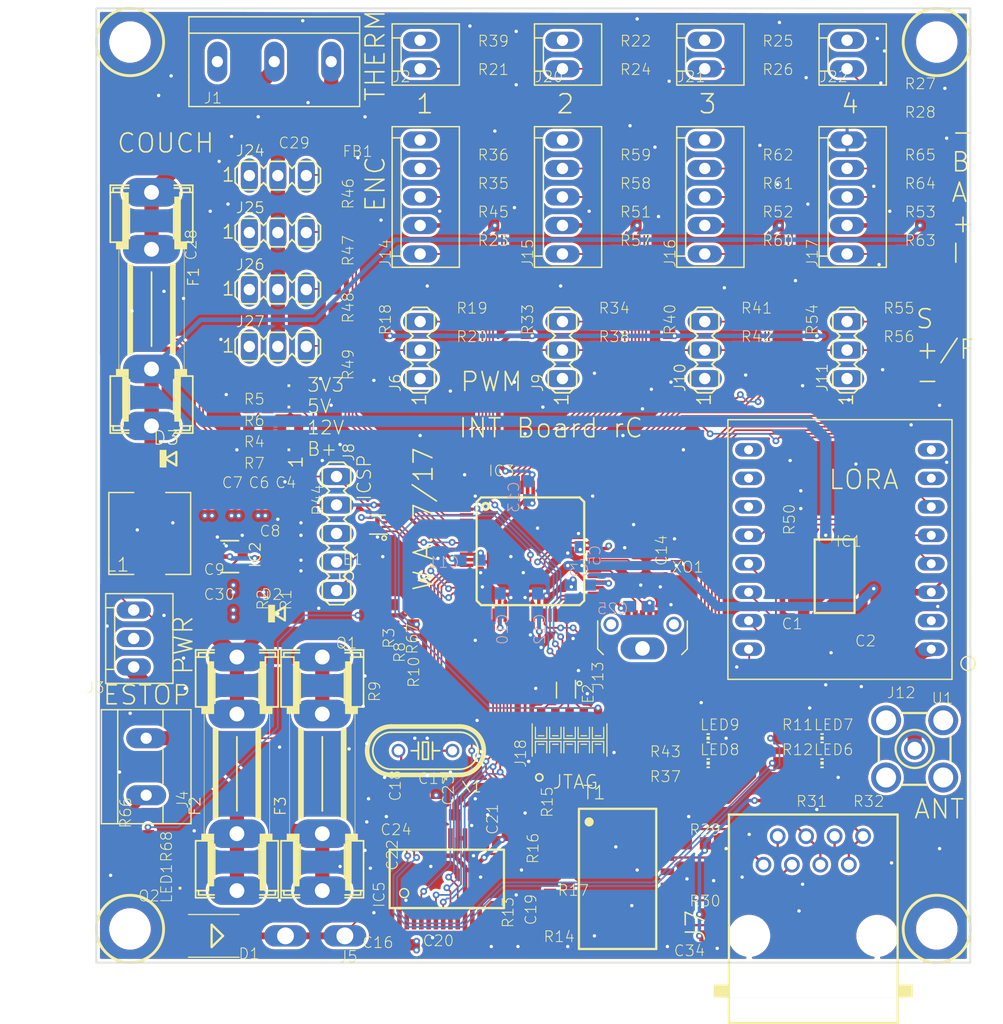
<source format=kicad_pcb>
(kicad_pcb (version 20171130) (host pcbnew "(5.0.0)")
  (layers (0 Top signal) (31 Bottom signal) (34 B.Paste user) (35 F.Paste user) (36 B.SilkS user) (37 F.SilkS user) (38 B.Mask user) (39 F.Mask user) (44 Edge.Cuts user))
  (net 0 "")
  (net 1 +12V)
  (net 2 GND)
  (net 3 V+)
  (net 4 +5V)
  (net 5 +3V3)
  (net 6 ESTOP_SNS)
  (net 7 SCK)
  (net 8 MISO)
  (net 9 MOSI)
  (net 10 ~CS_E)
  (net 11 ~INT_E)
  (net 12 VBAT_SNS)
  (net 13 TH1)
  (net 14 TH2)
  (net 15 TH3)
  (net 16 TH4)
  (net 17 GPIO_0)
  (net 18 GPIO_1)
  (net 19 GPIO_2)
  (net 20 GPIO_3)
  (net 21 VCCIO)
  (net 22 M1RC)
  (net 23 M1FB)
  (net 24 M2RC)
  (net 25 M2FB)
  (net 26 M3RC)
  (net 27 M3FB)
  (net 28 M4RC)
  (net 29 M4FB)
  (net 30 QEI_1)
  (net 31 QEA_1)
  (net 32 QEB_1)
  (net 33 QEB_2)
  (net 34 QEA_2)
  (net 35 QEI_2)
  (net 36 QEB_3)
  (net 37 QEA_3)
  (net 38 QEI_3)
  (net 39 QEB_4)
  (net 40 QEA_4)
  (net 41 QEI_4)
  (net 42 ESTOP_ENG)
  (net 43 "Net-(LED2-PadC)")
  (net 44 "Net-(LED3-PadC)")
  (net 45 "Net-(LED4-PadC)")
  (net 46 "Net-(F1-Pad1A)")
  (net 47 "Net-(LED5-PadC)")
  (net 48 "Net-(D1-PadC)")
  (net 49 "Net-(F2-Pad1A)")
  (net 50 "Net-(J4-Pad1)")
  (net 51 "Net-(C8-Pad1)")
  (net 52 "Net-(IC2-Pad4)")
  (net 53 "Net-(C8-Pad2)")
  (net 54 "Net-(F3-Pad1A)")
  (net 55 "Net-(J24-Pad3)")
  (net 56 "Net-(C28-Pad1)")
  (net 57 "Net-(J25-Pad3)")
  (net 58 "Net-(J26-Pad3)")
  (net 59 "Net-(J27-Pad3)")
  (net 60 "Net-(Q1-Pad3)")
  (net 61 "Net-(LED1-PadC)")
  (net 62 "Net-(IC5-Pad27)")
  (net 63 "Net-(IC5-Pad26)")
  (net 64 "Net-(C18-Pad1)")
  (net 65 "Net-(C17-Pad1)")
  (net 66 "Net-(IC5-Pad17)")
  (net 67 "Net-(IC5-Pad16)")
  (net 68 "Net-(IC5-Pad14)")
  (net 69 "Net-(IC5-Pad13)")
  (net 70 "Net-(IC5-Pad12)")
  (net 71 "Net-(IC5-Pad5)")
  (net 72 "Net-(IC5-Pad3)")
  (net 73 "Net-(C16-Pad1)")
  (net 74 "Net-(LED7-PadA)")
  (net 75 "Net-(LED6-PadA)")
  (net 76 "Net-(C19-Pad1)")
  (net 77 "Net-(C34-Pad1)")
  (net 78 "Net-(R29-Pad1)")
  (net 79 "Net-(R30-Pad1)")
  (net 80 "Net-(J7-Pad4)")
  (net 81 "Net-(J7-Pad7)")
  (net 82 "Net-(J7-Pad1)")
  (net 83 "Net-(J7-Pad2)")
  (net 84 "Net-(J7-Pad3)")
  (net 85 "Net-(J7-Pad6)")
  (net 86 "Net-(T1-Pad7)")
  (net 87 "Net-(E1-Pad8)")
  (net 88 "Net-(E1-Pad7)")
  (net 89 /couch-int-rc_3/~MCLRI)
  (net 90 "Net-(LED8-PadA)")
  (net 91 "Net-(LED9-PadA)")
  (net 92 /couch-int-rc_3/STAT1)
  (net 93 /couch-int-rc_3/STAT2)
  (net 94 /couch-int-rc_3/TDO)
  (net 95 /couch-int-rc_3/TMS)
  (net 96 /couch-int-rc_3/RX_DONE)
  (net 97 "Net-(IC3-Pad39)")
  (net 98 "Net-(IC3-Pad37)")
  (net 99 "Net-(IC3-Pad36)")
  (net 100 "Net-(C25-Pad1)")
  (net 101 /couch-int-rc_3/TX_SW)
  (net 102 /couch-int-rc_3/TDI)
  (net 103 /couch-int-rc_3/RX_SW)
  (net 104 /couch-int-rc_3/~CS_L)
  (net 105 /couch-int-rc_3/PGC)
  (net 106 /couch-int-rc_3/PGD)
  (net 107 /couch-int-rc_3/~MCLR)
  (net 108 /couch-int-rc_3/TCK)
  (net 109 "Net-(E1-Pad6)")
  (net 110 "Net-(E1-Pad3)")
  (net 111 /couch-int-rc_3/TDII)
  (net 112 "Net-(J18-Pad7)")
  (net 113 /couch-int-rc_3/TDOI)
  (net 114 /couch-int-rc_3/TCKI)
  (net 115 /couch-int-rc_3/TMSI)
  (net 116 "Net-(R50-Pad2)")
  (net 117 "Net-(U1-PadP$11)")
  (net 118 "Net-(U1-PadP$10)")
  (net 119 "Net-(U1-PadP$9)")
  (net 120 "Net-(U1-PadP$8)")
  (net 121 "Net-(U1-PadP$7)")
  (net 122 "Net-(J12-Pad1)")
  (net 123 "Net-(J13-Pad4)")
  (net 124 "Net-(XO1-Pad1)")
  (net 125 "Net-(J14-Pad5)")
  (net 126 "Net-(J14-Pad4)")
  (net 127 "Net-(J14-Pad1)")
  (net 128 "Net-(J14-Pad2)")
  (net 129 "Net-(J14-Pad3)")
  (net 130 "Net-(J15-Pad5)")
  (net 131 "Net-(J15-Pad4)")
  (net 132 "Net-(J15-Pad1)")
  (net 133 "Net-(J15-Pad2)")
  (net 134 "Net-(J15-Pad3)")
  (net 135 "Net-(J16-Pad5)")
  (net 136 "Net-(J16-Pad4)")
  (net 137 "Net-(J16-Pad1)")
  (net 138 "Net-(J16-Pad2)")
  (net 139 "Net-(J16-Pad3)")
  (net 140 "Net-(J17-Pad5)")
  (net 141 "Net-(J17-Pad4)")
  (net 142 "Net-(J17-Pad1)")
  (net 143 "Net-(J17-Pad2)")
  (net 144 "Net-(J17-Pad3)")
  (net 145 "Net-(J2-Pad2)")
  (net 146 "Net-(J20-Pad2)")
  (net 147 "Net-(J21-Pad2)")
  (net 148 "Net-(J22-Pad2)")
  (net 149 "Net-(J6-Pad3)")
  (net 150 "Net-(J6-Pad2)")
  (net 151 "Net-(J9-Pad3)")
  (net 152 "Net-(J9-Pad2)")
  (net 153 "Net-(J10-Pad3)")
  (net 154 "Net-(J10-Pad2)")
  (net 155 "Net-(J11-Pad3)")
  (net 156 "Net-(J11-Pad2)")
  (net 157 "Net-(R23-Pad1)")
  (net 158 "Net-(R57-Pad1)")
  (net 159 "Net-(R60-Pad1)")
  (net 160 "Net-(R63-Pad1)")
  (net 161 "Net-(R45-Pad1)")
  (net 162 "Net-(R51-Pad1)")
  (net 163 "Net-(R52-Pad1)")
  (net 164 "Net-(R53-Pad1)")
  (module "" (layer Top) (at 112.5011 144.54235)
    (fp_text reference @HOLE0 hide)
    (fp_text value "" (at 0 0) (layer F.SilkS) (effects (font (size 1.27 1.27))))
    (pad "" np_thru_hole circle (at 0 0) (size 3.2 3.2) (drill 3.2) (layers *.Cu))
  )
  (module "" (layer Top) (at 184.5011 144.54235)
    (fp_text reference @HOLE1 hide)
    (fp_text value "" (at 0 0) (layer F.SilkS) (effects (font (size 1.27 1.27))))
    (pad "" np_thru_hole circle (at 0 0) (size 3.2 3.2) (drill 3.2) (layers *.Cu))
  )
  (module "" (layer Top) (at 112.5011 65.46485)
    (fp_text reference @HOLE2 hide)
    (fp_text value "" (at 0 0) (layer F.SilkS) (effects (font (size 1.27 1.27))))
    (pad "" np_thru_hole circle (at 0 0) (size 3.2 3.2) (drill 3.2) (layers *.Cu))
  )
  (module "" (layer Top) (at 184.5011 65.46485)
    (fp_text reference @HOLE3 hide)
    (fp_text value "" (at 0 0) (layer F.SilkS) (effects (font (size 1.27 1.27))))
    (pad "" np_thru_hole circle (at 0 0) (size 3.2 3.2) (drill 3.2) (layers *.Cu))
  )
  (module couch-int-rc:C0603 (layer Top) (at 173.47735 117.5386)
    (fp_text reference C1 (at -0.889 -0.762) (layer F.SilkS) (effects (font (size 0.9652 0.9652) (thickness 0.077216)) (justify right top)))
    (fp_text value 1uF)
    (pad 2 smd rect (at 0.85 0) (size 1.1 1) (layers Top F.Paste F.Mask) (net 2 GND))
    (pad 1 smd rect (at -0.85 0) (size 1.1 1) (layers Top F.Paste F.Mask) (net 4 +5V))
  )
  (module couch-int-rc:C0603 (layer Bottom) (at 145.53735 115.47485 90)
    (fp_text reference C10 (at -0.889 0.762 90) (layer B.SilkS) (effects (font (size 0.9652 0.9652) (thickness 0.077216)) (justify left bottom mirror)))
    (fp_text value 100nF)
    (pad 2 smd rect (at 0.85 0 90) (size 1.1 1) (layers Bottom B.Paste B.Mask) (net 2 GND))
    (pad 1 smd rect (at -0.85 0 90) (size 1.1 1) (layers Bottom B.Paste B.Mask) (net 5 +3V3))
  )
  (module couch-int-rc:C0603 (layer Bottom) (at 142.8386 111.66485)
    (fp_text reference C11 (at -0.889 0.762) (layer B.SilkS) (effects (font (size 0.9652 0.9652) (thickness 0.077216)) (justify left bottom mirror)))
    (fp_text value 100nF)
    (pad 2 smd rect (at 0.85 0) (size 1.1 1) (layers Bottom B.Paste B.Mask) (net 2 GND))
    (pad 1 smd rect (at -0.85 0) (size 1.1 1) (layers Bottom B.Paste B.Mask) (net 5 +3V3))
  )
  (module couch-int-rc:C0603 (layer Bottom) (at 148.8711 115.47485 90)
    (fp_text reference C12 (at -0.889 0.762 90) (layer B.SilkS) (effects (font (size 0.9652 0.9652) (thickness 0.077216)) (justify left bottom mirror)))
    (fp_text value 100nF)
    (pad 2 smd rect (at 0.85 0 90) (size 1.1 1) (layers Bottom B.Paste B.Mask) (net 2 GND))
    (pad 1 smd rect (at -0.85 0 90) (size 1.1 1) (layers Bottom B.Paste B.Mask) (net 5 +3V3))
  )
  (module couch-int-rc:C0603 (layer Bottom) (at 148.07735 105.4736 270)
    (fp_text reference C13 (at -0.889 0.762 90) (layer B.SilkS) (effects (font (size 0.9652 0.9652) (thickness 0.077216)) (justify left bottom mirror)))
    (fp_text value 100nF)
    (pad 2 smd rect (at 0.85 0 270) (size 1.1 1) (layers Bottom B.Paste B.Mask) (net 2 GND))
    (pad 1 smd rect (at -0.85 0 270) (size 1.1 1) (layers Bottom B.Paste B.Mask) (net 5 +3V3))
  )
  (module couch-int-rc:C0603 (layer Top) (at 136.96485 145.95485)
    (fp_text reference C16 (at -0.889 -0.762) (layer F.SilkS) (effects (font (size 0.9652 0.9652) (thickness 0.077216)) (justify right top)))
    (fp_text value 10uF)
    (pad 2 smd rect (at 0.85 0) (size 1.1 1) (layers Top F.Paste F.Mask) (net 2 GND))
    (pad 1 smd rect (at -0.85 0) (size 1.1 1) (layers Top F.Paste F.Mask) (net 73 "Net-(C16-Pad1)"))
  )
  (module couch-int-rc:C0603 (layer Top) (at 139.0286 132.4611)
    (fp_text reference C17 (at -0.889 -0.762) (layer F.SilkS) (effects (font (size 0.9652 0.9652) (thickness 0.077216)) (justify left bottom)))
    (fp_text value 18pF)
    (pad 2 smd rect (at 0.85 0) (size 1.1 1) (layers Top F.Paste F.Mask) (net 2 GND))
    (pad 1 smd rect (at -0.85 0) (size 1.1 1) (layers Top F.Paste F.Mask) (net 65 "Net-(C17-Pad1)"))
  )
  (module couch-int-rc:C0603 (layer Top) (at 135.8536 132.4611 180)
    (fp_text reference C18 (at -0.889 -0.762 90) (layer F.SilkS) (effects (font (size 0.9652 0.9652) (thickness 0.077216)) (justify left bottom)))
    (fp_text value 18pF)
    (pad 2 smd rect (at 0.85 0 180) (size 1.1 1) (layers Top F.Paste F.Mask) (net 2 GND))
    (pad 1 smd rect (at -0.85 0 180) (size 1.1 1) (layers Top F.Paste F.Mask) (net 64 "Net-(C18-Pad1)"))
  )
  (module couch-int-rc:C0603 (layer Top) (at 148.07735 145.1611 270)
    (fp_text reference C19 (at -0.889 -0.762 90) (layer F.SilkS) (effects (font (size 0.9652 0.9652) (thickness 0.077216)) (justify left bottom)))
    (fp_text value 100nF)
    (pad 2 smd rect (at 0.85 0 270) (size 1.1 1) (layers Top F.Paste F.Mask) (net 2 GND))
    (pad 1 smd rect (at -0.85 0 270) (size 1.1 1) (layers Top F.Paste F.Mask) (net 76 "Net-(C19-Pad1)"))
  )
  (module couch-int-rc:C0603 (layer Top) (at 178.23985 117.5386 180)
    (fp_text reference C2 (at -0.889 -0.762) (layer F.SilkS) (effects (font (size 0.9652 0.9652) (thickness 0.077216)) (justify right top)))
    (fp_text value 1uF)
    (pad 2 smd rect (at 0.85 0 180) (size 1.1 1) (layers Top F.Paste F.Mask) (net 2 GND))
    (pad 1 smd rect (at -0.85 0 180) (size 1.1 1) (layers Top F.Paste F.Mask) (net 5 +3V3))
  )
  (module couch-int-rc:C0603 (layer Top) (at 142.36235 145.7961)
    (fp_text reference C20 (at -0.889 -0.762) (layer F.SilkS) (effects (font (size 0.9652 0.9652) (thickness 0.077216)) (justify right top)))
    (fp_text value 100nF)
    (pad 2 smd rect (at 0.85 0) (size 1.1 1) (layers Top F.Paste F.Mask) (net 2 GND))
    (pad 1 smd rect (at -0.85 0) (size 1.1 1) (layers Top F.Paste F.Mask) (net 5 +3V3))
  )
  (module couch-int-rc:C0603 (layer Top) (at 146.17235 135.3186 90)
    (fp_text reference C21 (at -0.889 -0.762 90) (layer F.SilkS) (effects (font (size 0.9652 0.9652) (thickness 0.077216)) (justify left bottom)))
    (fp_text value 100nF)
    (pad 2 smd rect (at 0.85 0 90) (size 1.1 1) (layers Top F.Paste F.Mask) (net 2 GND))
    (pad 1 smd rect (at -0.85 0 90) (size 1.1 1) (layers Top F.Paste F.Mask) (net 5 +3V3))
  )
  (module couch-int-rc:C0603 (layer Top) (at 134.5836 137.38235 270)
    (fp_text reference C22 (at -0.889 -0.762 90) (layer F.SilkS) (effects (font (size 0.9652 0.9652) (thickness 0.077216)) (justify right top)))
    (fp_text value 100nF)
    (pad 2 smd rect (at 0.85 0 270) (size 1.1 1) (layers Top F.Paste F.Mask) (net 2 GND))
    (pad 1 smd rect (at -0.85 0 270) (size 1.1 1) (layers Top F.Paste F.Mask) (net 5 +3V3))
  )
  (module couch-int-rc:C0603 (layer Top) (at 142.36235 134.3661)
    (fp_text reference C23 (at -0.889 -0.762 90) (layer F.SilkS) (effects (font (size 0.9652 0.9652) (thickness 0.077216)) (justify left bottom)))
    (fp_text value 100nF)
    (pad 2 smd rect (at 0.85 0) (size 1.1 1) (layers Top F.Paste F.Mask) (net 2 GND))
    (pad 1 smd rect (at -0.85 0) (size 1.1 1) (layers Top F.Paste F.Mask) (net 5 +3V3))
  )
  (module couch-int-rc:C0603 (layer Top) (at 136.8061 134.3661 180)
    (fp_text reference C24 (at -0.889 -0.762) (layer F.SilkS) (effects (font (size 0.9652 0.9652) (thickness 0.077216)) (justify right top)))
    (fp_text value 100nF)
    (pad 2 smd rect (at 0.85 0 180) (size 1.1 1) (layers Top F.Paste F.Mask) (net 2 GND))
    (pad 1 smd rect (at -0.85 0 180) (size 1.1 1) (layers Top F.Paste F.Mask) (net 5 +3V3))
  )
  (module couch-int-rc:C0603 (layer Top) (at 162.99985 145.1611 180)
    (fp_text reference C34 (at -0.889 -0.762) (layer F.SilkS) (effects (font (size 0.9652 0.9652) (thickness 0.077216)) (justify right top)))
    (fp_text value 1nF)
    (pad 2 smd rect (at 0.85 0 180) (size 1.1 1) (layers Top F.Paste F.Mask) (net 2 GND))
    (pad 1 smd rect (at -0.85 0 180) (size 1.1 1) (layers Top F.Paste F.Mask) (net 77 "Net-(C34-Pad1)"))
  )
  (module couch-int-rc:C0603 (layer Bottom) (at 152.6811 111.34735 90)
    (fp_text reference C5 (at -0.889 0.762 90) (layer B.SilkS) (effects (font (size 0.9652 0.9652) (thickness 0.077216)) (justify right top mirror)))
    (fp_text value 100nF)
    (pad 2 smd rect (at 0.85 0 90) (size 1.1 1) (layers Bottom B.Paste B.Mask) (net 2 GND))
    (pad 1 smd rect (at -0.85 0 90) (size 1.1 1) (layers Bottom B.Paste B.Mask) (net 5 +3V3))
  )
  (module couch-int-rc:SHK20L (layer Top) (at 114.42235 89.2811 270)
    (fp_text reference F1 (at -3.81 -3.175 90) (layer F.SilkS) (effects (font (size 0.9652 0.9652) (thickness 0.09652)) (justify right top)))
    (fp_text value 2A)
    (pad 1B thru_hole oval (at -5.334 0) (size 5.08 2.54) (drill 1.3208) (layers *.Cu *.Mask) (net 46 "Net-(F1-Pad1A)"))
    (pad 2B thru_hole oval (at 5.334 0) (size 5.08 2.54) (drill 1.3208) (layers *.Cu *.Mask) (net 4 +5V))
    (pad 2A thru_hole oval (at 10.414 0) (size 5.08 2.54) (drill 1.3208) (layers *.Cu *.Mask) (net 4 +5V))
    (pad 1A thru_hole oval (at -10.414 0) (size 5.08 2.54) (drill 1.3208) (layers *.Cu *.Mask) (net 46 "Net-(F1-Pad1A)"))
  )
  (module couch-int-rc:SOT223 (layer Top) (at 175.38235 113.0936 270)
    (fp_text reference IC1 (at -2.54 -0.0508) (layer F.SilkS) (effects (font (size 0.9652 0.9652) (thickness 0.077216)) (justify left bottom)))
    (fp_text value LD117A?S)
    (pad 4 smd rect (at 0 -3.15 270) (size 3.8 2) (layers Top F.Paste F.Mask) (net 5 +3V3))
    (pad 3 smd rect (at 2.3 3.15 270) (size 1.5 2) (layers Top F.Paste F.Mask) (net 4 +5V))
    (pad 2 smd rect (at 0 3.15 270) (size 1.5 2) (layers Top F.Paste F.Mask))
    (pad 1 smd rect (at -2.3 3.15 270) (size 1.5 2) (layers Top F.Paste F.Mask) (net 2 GND))
  )
  (module couch-int-rc:SSOP-28 (layer Top) (at 140.77485 140.0811)
    (fp_text reference IC5 (at -5.476 2.6299 90) (layer F.SilkS) (effects (font (size 0.9652 0.9652) (thickness 0.077216)) (justify left bottom)))
    (fp_text value ENC28J60SS)
    (pad 28 smd rect (at -4.225 -3.625) (size 0.4064 1.778) (layers Top F.Paste F.Mask) (net 5 +3V3))
    (pad 27 smd rect (at -3.575 -3.625) (size 0.4064 1.778) (layers Top F.Paste F.Mask) (net 62 "Net-(IC5-Pad27)"))
    (pad 26 smd rect (at -2.925 -3.625) (size 0.4064 1.778) (layers Top F.Paste F.Mask) (net 63 "Net-(IC5-Pad26)"))
    (pad 25 smd rect (at -2.275 -3.625) (size 0.4064 1.778) (layers Top F.Paste F.Mask) (net 5 +3V3))
    (pad 24 smd rect (at -1.625 -3.625) (size 0.4064 1.778) (layers Top F.Paste F.Mask) (net 64 "Net-(C18-Pad1)"))
    (pad 23 smd rect (at -0.975 -3.625) (size 0.4064 1.778) (layers Top F.Paste F.Mask) (net 65 "Net-(C17-Pad1)"))
    (pad 22 smd rect (at -0.325 -3.625) (size 0.4064 1.778) (layers Top F.Paste F.Mask) (net 2 GND))
    (pad 21 smd rect (at 0.325 -3.625) (size 0.4064 1.778) (layers Top F.Paste F.Mask) (net 2 GND))
    (pad 20 smd rect (at 0.975 -3.625) (size 0.4064 1.778) (layers Top F.Paste F.Mask) (net 5 +3V3))
    (pad 19 smd rect (at 1.625 -3.625) (size 0.4064 1.778) (layers Top F.Paste F.Mask) (net 5 +3V3))
    (pad 18 smd rect (at 2.275 -3.625) (size 0.4064 1.778) (layers Top F.Paste F.Mask) (net 2 GND))
    (pad 17 smd rect (at 2.925 -3.625) (size 0.4064 1.778) (layers Top F.Paste F.Mask) (net 66 "Net-(IC5-Pad17)"))
    (pad 16 smd rect (at 3.575 -3.625) (size 0.4064 1.778) (layers Top F.Paste F.Mask) (net 67 "Net-(IC5-Pad16)"))
    (pad 15 smd rect (at 4.225 -3.625) (size 0.4064 1.778) (layers Top F.Paste F.Mask) (net 5 +3V3))
    (pad 14 smd rect (at 4.225 3.625) (size 0.4064 1.778) (layers Top F.Paste F.Mask) (net 68 "Net-(IC5-Pad14)"))
    (pad 13 smd rect (at 3.575 3.625) (size 0.4064 1.778) (layers Top F.Paste F.Mask) (net 69 "Net-(IC5-Pad13)"))
    (pad 12 smd rect (at 2.925 3.625) (size 0.4064 1.778) (layers Top F.Paste F.Mask) (net 70 "Net-(IC5-Pad12)"))
    (pad 11 smd rect (at 2.275 3.625) (size 0.4064 1.778) (layers Top F.Paste F.Mask) (net 2 GND))
    (pad 10 smd rect (at 1.625 3.625) (size 0.4064 1.778) (layers Top F.Paste F.Mask) (net 5 +3V3))
    (pad 9 smd rect (at 0.975 3.625) (size 0.4064 1.778) (layers Top F.Paste F.Mask) (net 10 ~CS_E))
    (pad 8 smd rect (at 0.325 3.625) (size 0.4064 1.778) (layers Top F.Paste F.Mask) (net 7 SCK))
    (pad 7 smd rect (at -0.325 3.625) (size 0.4064 1.778) (layers Top F.Paste F.Mask) (net 9 MOSI))
    (pad 6 smd rect (at -0.975 3.625) (size 0.4064 1.778) (layers Top F.Paste F.Mask) (net 8 MISO))
    (pad 5 smd rect (at -1.625 3.625) (size 0.4064 1.778) (layers Top F.Paste F.Mask) (net 71 "Net-(IC5-Pad5)"))
    (pad 4 smd rect (at -2.275 3.625) (size 0.4064 1.778) (layers Top F.Paste F.Mask) (net 11 ~INT_E))
    (pad 3 smd rect (at -2.925 3.625) (size 0.4064 1.778) (layers Top F.Paste F.Mask) (net 72 "Net-(IC5-Pad3)"))
    (pad 2 smd rect (at -3.575 3.625) (size 0.4064 1.778) (layers Top F.Paste F.Mask) (net 2 GND))
    (pad 1 smd rect (at -4.225 3.625) (size 0.4064 1.778) (layers Top F.Paste F.Mask) (net 73 "Net-(C16-Pad1)"))
  )
  (module couch-int-rc:MOLEX-5 (layer Top) (at 138.3936 79.27985 90)
    (fp_text reference J14 (at -6.35 -2.54 90) (layer F.SilkS) (effects (font (size 0.9652 0.9652) (thickness 0.077216)) (justify left bottom)))
    (fp_text value MA05-1)
    (pad 5 thru_hole oval (at -5.08 0 180) (size 3.048 1.524) (drill 1.016) (layers *.Cu *.Mask) (net 125 "Net-(J14-Pad5)"))
    (pad 4 thru_hole oval (at -2.54 0 180) (size 3.048 1.524) (drill 1.016) (layers *.Cu *.Mask) (net 126 "Net-(J14-Pad4)"))
    (pad 1 thru_hole oval (at 5.08 0 180) (size 3.048 1.524) (drill 1.016) (layers *.Cu *.Mask) (net 127 "Net-(J14-Pad1)"))
    (pad 2 thru_hole oval (at 2.54 0 180) (size 3.048 1.524) (drill 1.016) (layers *.Cu *.Mask) (net 128 "Net-(J14-Pad2)"))
    (pad 3 thru_hole oval (at 0 0 180) (size 3.048 1.524) (drill 1.016) (layers *.Cu *.Mask) (net 129 "Net-(J14-Pad3)"))
  )
  (module couch-int-rc:MOLEX-5 (layer Top) (at 151.0936 79.27985 90)
    (fp_text reference J15 (at -6.35 -2.54 90) (layer F.SilkS) (effects (font (size 0.9652 0.9652) (thickness 0.077216)) (justify left bottom)))
    (fp_text value MA05-1)
    (pad 5 thru_hole oval (at -5.08 0 180) (size 3.048 1.524) (drill 1.016) (layers *.Cu *.Mask) (net 130 "Net-(J15-Pad5)"))
    (pad 4 thru_hole oval (at -2.54 0 180) (size 3.048 1.524) (drill 1.016) (layers *.Cu *.Mask) (net 131 "Net-(J15-Pad4)"))
    (pad 1 thru_hole oval (at 5.08 0 180) (size 3.048 1.524) (drill 1.016) (layers *.Cu *.Mask) (net 132 "Net-(J15-Pad1)"))
    (pad 2 thru_hole oval (at 2.54 0 180) (size 3.048 1.524) (drill 1.016) (layers *.Cu *.Mask) (net 133 "Net-(J15-Pad2)"))
    (pad 3 thru_hole oval (at 0 0 180) (size 3.048 1.524) (drill 1.016) (layers *.Cu *.Mask) (net 134 "Net-(J15-Pad3)"))
  )
  (module couch-int-rc:MOLEX-5 (layer Top) (at 163.7936 79.27985 90)
    (fp_text reference J16 (at -6.35 -2.54 90) (layer F.SilkS) (effects (font (size 0.9652 0.9652) (thickness 0.077216)) (justify left bottom)))
    (fp_text value MA05-1)
    (pad 5 thru_hole oval (at -5.08 0 180) (size 3.048 1.524) (drill 1.016) (layers *.Cu *.Mask) (net 135 "Net-(J16-Pad5)"))
    (pad 4 thru_hole oval (at -2.54 0 180) (size 3.048 1.524) (drill 1.016) (layers *.Cu *.Mask) (net 136 "Net-(J16-Pad4)"))
    (pad 1 thru_hole oval (at 5.08 0 180) (size 3.048 1.524) (drill 1.016) (layers *.Cu *.Mask) (net 137 "Net-(J16-Pad1)"))
    (pad 2 thru_hole oval (at 2.54 0 180) (size 3.048 1.524) (drill 1.016) (layers *.Cu *.Mask) (net 138 "Net-(J16-Pad2)"))
    (pad 3 thru_hole oval (at 0 0 180) (size 3.048 1.524) (drill 1.016) (layers *.Cu *.Mask) (net 139 "Net-(J16-Pad3)"))
  )
  (module couch-int-rc:MOLEX-5 (layer Top) (at 176.4936 79.27985 90)
    (fp_text reference J17 (at -6.35 -2.54 90) (layer F.SilkS) (effects (font (size 0.9652 0.9652) (thickness 0.077216)) (justify left bottom)))
    (fp_text value MA05-1)
    (pad 5 thru_hole oval (at -5.08 0 180) (size 3.048 1.524) (drill 1.016) (layers *.Cu *.Mask) (net 140 "Net-(J17-Pad5)"))
    (pad 4 thru_hole oval (at -2.54 0 180) (size 3.048 1.524) (drill 1.016) (layers *.Cu *.Mask) (net 141 "Net-(J17-Pad4)"))
    (pad 1 thru_hole oval (at 5.08 0 180) (size 3.048 1.524) (drill 1.016) (layers *.Cu *.Mask) (net 142 "Net-(J17-Pad1)"))
    (pad 2 thru_hole oval (at 2.54 0 180) (size 3.048 1.524) (drill 1.016) (layers *.Cu *.Mask) (net 143 "Net-(J17-Pad2)"))
    (pad 3 thru_hole oval (at 0 0 180) (size 3.048 1.524) (drill 1.016) (layers *.Cu *.Mask) (net 144 "Net-(J17-Pad3)"))
  )
  (module couch-int-rc:PCBTERM (layer Top) (at 113.9461 130.07985 90)
    (fp_text reference J4 (at -3.81 3.81 90) (layer F.SilkS) (effects (font (size 0.9652 0.9652) (thickness 0.077216)) (justify left bottom)))
    (fp_text value PCBTERM2 hide)
    (pad 2 thru_hole oval (at 2.54 0 180) (size 3.556 1.778) (drill 1) (layers *.Cu *.Mask) (net 49 "Net-(F2-Pad1A)"))
    (pad 1 thru_hole oval (at -2.54 0 180) (size 3.556 1.778) (drill 1) (layers *.Cu *.Mask) (net 50 "Net-(J4-Pad1)"))
  )
  (module couch-int-rc:62409-1 (layer Top) (at 129.02735 145.1611 180)
    (fp_text reference J5 (at -3.85 -1.27) (layer F.SilkS) (effects (font (size 0.9652 0.9652) (thickness 0.077216)) (justify right top)))
    (fp_text value PIN262409-1)
    (pad A2 thru_hole oval (at 2.65 0 180) (size 3.8 1.9) (drill 1.5) (layers *.Cu *.Mask) (net 48 "Net-(D1-PadC)"))
    (pad A1 thru_hole oval (at -2.65 0 180) (size 3.8 1.9) (drill 1.5) (layers *.Cu *.Mask) (net 48 "Net-(D1-PadC)"))
  )
  (module couch-int-rc:RJ45-NO-SHIELD (layer Top) (at 173.47735 145.1611)
    (fp_text reference J7 (at -9.525 0.635 90) (layer F.SilkS) (effects (font (size 1.6891 1.6891) (thickness 0.135128)) (justify left bottom)))
    (fp_text value RJ45)
    (fp_line (start 8.4455 5.5118) (end -8.4455 5.5118) (layer Edge.Cuts) (width 0.01))
    (pad "" np_thru_hole circle (at 5.715 0) (size 3.2512 3.2512) (drill 3.2512) (layers *.Cu))
    (pad "" np_thru_hole circle (at -5.715 0) (size 3.2512 3.2512) (drill 3.2512) (layers *.Cu))
    (pad 8 thru_hole circle (at 4.445 -8.89) (size 1.4 1.4) (drill 0.9) (layers *.Cu *.Mask) (net 81 "Net-(J7-Pad7)"))
    (pad 7 thru_hole circle (at 3.175 -6.35) (size 1.4 1.4) (drill 0.9) (layers *.Cu *.Mask) (net 81 "Net-(J7-Pad7)"))
    (pad 6 thru_hole circle (at 1.905 -8.89) (size 1.4 1.4) (drill 0.9) (layers *.Cu *.Mask) (net 85 "Net-(J7-Pad6)"))
    (pad 1 thru_hole circle (at -4.445 -6.35) (size 1.4 1.4) (drill 0.9) (layers *.Cu *.Mask) (net 82 "Net-(J7-Pad1)"))
    (pad 5 thru_hole circle (at 0.635 -6.35) (size 1.4 1.4) (drill 0.9) (layers *.Cu *.Mask) (net 80 "Net-(J7-Pad4)"))
    (pad 2 thru_hole circle (at -3.175 -8.89) (size 1.4 1.4) (drill 0.9) (layers *.Cu *.Mask) (net 83 "Net-(J7-Pad2)"))
    (pad 3 thru_hole circle (at -1.905 -6.35) (size 1.4 1.4) (drill 0.9) (layers *.Cu *.Mask) (net 84 "Net-(J7-Pad3)"))
    (pad 4 thru_hole circle (at -0.635 -8.89) (size 1.4 1.4) (drill 0.9) (layers *.Cu *.Mask) (net 80 "Net-(J7-Pad4)"))
  )
  (module couch-int-rc:MA05-1 (layer Top) (at 130.93235 109.2836 270)
    (fp_text reference J8 (at -6.35 -1.651 90) (layer F.SilkS) (effects (font (size 0.9652 0.9652) (thickness 0.09652)) (justify left bottom)))
    (fp_text value MA05-1)
    (fp_text user 5 (at 4.445 -1.651 270) (layer F.SilkS) (effects (font (size 1.2065 1.2065) (thickness 0.127)) (justify left bottom)))
    (fp_text user 1 (at -5.715 2.921 270) (layer F.SilkS) (effects (font (size 1.2065 1.2065) (thickness 0.127)) (justify left bottom)))
    (pad 5 thru_hole oval (at 5.08 0) (size 3.048 1.524) (drill 1.016) (layers *.Cu *.Mask) (net 87 "Net-(E1-Pad8)"))
    (pad 4 thru_hole oval (at 2.54 0) (size 3.048 1.524) (drill 1.016) (layers *.Cu *.Mask) (net 88 "Net-(E1-Pad7)"))
    (pad 3 thru_hole oval (at 0 0) (size 3.048 1.524) (drill 1.016) (layers *.Cu *.Mask) (net 2 GND))
    (pad 2 thru_hole oval (at -2.54 0) (size 3.048 1.524) (drill 1.016) (layers *.Cu *.Mask) (net 5 +3V3))
    (pad 1 thru_hole oval (at -5.08 0) (size 3.048 1.524) (drill 1.016) (layers *.Cu *.Mask) (net 89 /couch-int-rc_3/~MCLRI))
  )
  (module couch-int-rc:CHIP-LED0603 (layer Top) (at 174.11235 127.53985 270)
    (fp_text reference LED7 (at -0.635 0.635) (layer F.SilkS) (effects (font (size 0.9652 0.9652) (thickness 0.077216)) (justify left bottom)))
    (fp_text value LEDCHIP-LED0603)
    (pad A smd rect (at 0 0.75 270) (size 0.8 0.8) (layers Top F.Paste F.Mask) (net 74 "Net-(LED7-PadA)"))
    (pad C smd rect (at 0 -0.75 270) (size 0.8 0.8) (layers Top F.Paste F.Mask) (net 2 GND))
  )
  (module couch-int-rc:CHIPLED_0603 (layer Top) (at 126.80485 96.10735 90)
    (fp_text reference LED2 hide)
    (fp_text value "3.3V rail")
    (pad A smd rect (at 0 0.75 90) (size 0.8 0.8) (layers Top F.Paste F.Mask) (net 5 +3V3))
    (pad C smd rect (at 0 -0.75 90) (size 0.8 0.8) (layers Top F.Paste F.Mask) (net 43 "Net-(LED2-PadC)"))
  )
  (module couch-int-rc:CHIPLED_0603 (layer Top) (at 126.80485 98.01235 90)
    (fp_text reference LED3 hide)
    (fp_text value "5V rail")
    (pad A smd rect (at 0 0.75 90) (size 0.8 0.8) (layers Top F.Paste F.Mask) (net 4 +5V))
    (pad C smd rect (at 0 -0.75 90) (size 0.8 0.8) (layers Top F.Paste F.Mask) (net 44 "Net-(LED3-PadC)"))
  )
  (module couch-int-rc:CHIPLED_0603 (layer Top) (at 126.80485 99.91735 90)
    (fp_text reference LED4 hide)
    (fp_text value "12V rail")
    (pad A smd rect (at 0 0.75 90) (size 0.8 0.8) (layers Top F.Paste F.Mask) (net 1 +12V))
    (pad C smd rect (at 0 -0.75 90) (size 0.8 0.8) (layers Top F.Paste F.Mask) (net 45 "Net-(LED4-PadC)"))
  )
  (module couch-int-rc:CHIPLED_0603 (layer Top) (at 126.80485 101.82235 90)
    (fp_text reference LED5 hide)
    (fp_text value "Motor power")
    (pad A smd rect (at 0 0.75 90) (size 0.8 0.8) (layers Top F.Paste F.Mask) (net 3 V+))
    (pad C smd rect (at 0 -0.75 90) (size 0.8 0.8) (layers Top F.Paste F.Mask) (net 47 "Net-(LED5-PadC)"))
  )
  (module couch-int-rc:CHIP-LED0603 (layer Top) (at 174.11235 129.76235 270)
    (fp_text reference LED6 (at -0.635 0.635) (layer F.SilkS) (effects (font (size 0.9652 0.9652) (thickness 0.077216)) (justify left bottom)))
    (fp_text value LEDCHIP-LED0603)
    (pad A smd rect (at 0 0.75 270) (size 0.8 0.8) (layers Top F.Paste F.Mask) (net 75 "Net-(LED6-PadA)"))
    (pad C smd rect (at 0 -0.75 270) (size 0.8 0.8) (layers Top F.Paste F.Mask) (net 2 GND))
  )
  (module couch-int-rc:R0603 (layer Top) (at 171.25485 127.53985)
    (fp_text reference R11 (at -0.635 -0.635) (layer F.SilkS) (effects (font (size 0.9652 0.9652) (thickness 0.077216)) (justify left bottom)))
    (fp_text value 330)
    (pad 2 smd rect (at 0.85 0) (size 1 1.1) (layers Top F.Paste F.Mask) (net 74 "Net-(LED7-PadA)"))
    (pad 1 smd rect (at -0.85 0) (size 1 1.1) (layers Top F.Paste F.Mask) (net 62 "Net-(IC5-Pad27)"))
  )
  (module couch-int-rc:R0603 (layer Top) (at 171.25485 129.76235)
    (fp_text reference R12 (at -0.635 -0.635) (layer F.SilkS) (effects (font (size 0.9652 0.9652) (thickness 0.077216)) (justify left bottom)))
    (fp_text value 330)
    (pad 2 smd rect (at 0.85 0) (size 1 1.1) (layers Top F.Paste F.Mask) (net 75 "Net-(LED6-PadA)"))
    (pad 1 smd rect (at -0.85 0) (size 1 1.1) (layers Top F.Paste F.Mask) (net 63 "Net-(IC5-Pad26)"))
  )
  (module couch-int-rc:R0603 (layer Top) (at 146.17235 145.1611 270)
    (fp_text reference R13 (at -0.635 -0.635 90) (layer F.SilkS) (effects (font (size 0.9652 0.9652) (thickness 0.077216)) (justify left bottom)))
    (fp_text value 2k)
    (pad 2 smd rect (at 0.85 0 270) (size 1 1.1) (layers Top F.Paste F.Mask) (net 2 GND))
    (pad 1 smd rect (at -0.85 0 270) (size 1 1.1) (layers Top F.Paste F.Mask) (net 68 "Net-(IC5-Pad14)"))
  )
  (module couch-int-rc:R0603 (layer Top) (at 149.98235 145.1611 90)
    (fp_text reference R14 (at -0.635 -0.635) (layer F.SilkS) (effects (font (size 0.9652 0.9652) (thickness 0.077216)) (justify left bottom)))
    (fp_text value 49.9)
    (pad 2 smd rect (at 0.85 0 90) (size 1 1.1) (layers Top F.Paste F.Mask) (net 76 "Net-(C19-Pad1)"))
    (pad 1 smd rect (at -0.85 0 90) (size 1 1.1) (layers Top F.Paste F.Mask) (net 70 "Net-(IC5-Pad12)"))
  )
  (module couch-int-rc:R0603 (layer Top) (at 149.66485 135.3186 270)
    (fp_text reference R15 (at -0.635 -0.635 90) (layer F.SilkS) (effects (font (size 0.9652 0.9652) (thickness 0.077216)) (justify left bottom)))
    (fp_text value 49.9)
    (pad 2 smd rect (at 0.85 0 270) (size 1 1.1) (layers Top F.Paste F.Mask) (net 5 +3V3))
    (pad 1 smd rect (at -0.85 0 270) (size 1 1.1) (layers Top F.Paste F.Mask) (net 66 "Net-(IC5-Pad17)"))
  )
  (module couch-int-rc:R0603 (layer Top) (at 149.66485 138.1761 90)
    (fp_text reference R16 (at -0.635 -0.635 90) (layer F.SilkS) (effects (font (size 0.9652 0.9652) (thickness 0.077216)) (justify left bottom)))
    (fp_text value 49.9)
    (pad 2 smd rect (at 0.85 0 90) (size 1 1.1) (layers Top F.Paste F.Mask) (net 5 +3V3))
    (pad 1 smd rect (at -0.85 0 90) (size 1 1.1) (layers Top F.Paste F.Mask) (net 67 "Net-(IC5-Pad16)"))
  )
  (module couch-int-rc:R0603 (layer Top) (at 149.98235 142.3036 270)
    (fp_text reference R17 (at -0.635 -0.635) (layer F.SilkS) (effects (font (size 0.9652 0.9652) (thickness 0.077216)) (justify left bottom)))
    (fp_text value 49.9)
    (pad 2 smd rect (at 0.85 0 270) (size 1 1.1) (layers Top F.Paste F.Mask) (net 76 "Net-(C19-Pad1)"))
    (pad 1 smd rect (at -0.85 0 270) (size 1 1.1) (layers Top F.Paste F.Mask) (net 69 "Net-(IC5-Pad13)"))
  )
  (module couch-int-rc:R0603 (layer Top) (at 162.99985 136.9061)
    (fp_text reference R29 (at -0.635 -0.635) (layer F.SilkS) (effects (font (size 0.9652 0.9652) (thickness 0.077216)) (justify left bottom)))
    (fp_text value 75)
    (pad 2 smd rect (at 0.85 0) (size 1 1.1) (layers Top F.Paste F.Mask) (net 77 "Net-(C34-Pad1)"))
    (pad 1 smd rect (at -0.85 0) (size 1 1.1) (layers Top F.Paste F.Mask) (net 78 "Net-(R29-Pad1)"))
  )
  (module couch-int-rc:R0603 (layer Top) (at 162.99985 143.2561)
    (fp_text reference R30 (at -0.635 -0.635) (layer F.SilkS) (effects (font (size 0.9652 0.9652) (thickness 0.077216)) (justify left bottom)))
    (fp_text value 75)
    (pad 2 smd rect (at 0.85 0) (size 1 1.1) (layers Top F.Paste F.Mask) (net 77 "Net-(C34-Pad1)"))
    (pad 1 smd rect (at -0.85 0) (size 1 1.1) (layers Top F.Paste F.Mask) (net 79 "Net-(R30-Pad1)"))
  )
  (module couch-int-rc:R0603 (layer Top) (at 171.25485 133.0961 180)
    (fp_text reference R31 (at -0.635 -0.635) (layer F.SilkS) (effects (font (size 0.9652 0.9652) (thickness 0.077216)) (justify left bottom)))
    (fp_text value 75)
    (pad 2 smd rect (at 0.85 0 180) (size 1 1.1) (layers Top F.Paste F.Mask) (net 77 "Net-(C34-Pad1)"))
    (pad 1 smd rect (at -0.85 0 180) (size 1 1.1) (layers Top F.Paste F.Mask) (net 80 "Net-(J7-Pad4)"))
  )
  (module couch-int-rc:R0603 (layer Top) (at 176.33485 133.0961 180)
    (fp_text reference R32 (at -0.635 -0.635) (layer F.SilkS) (effects (font (size 0.9652 0.9652) (thickness 0.077216)) (justify left bottom)))
    (fp_text value 75)
    (pad 2 smd rect (at 0.85 0 180) (size 1 1.1) (layers Top F.Paste F.Mask) (net 77 "Net-(C34-Pad1)"))
    (pad 1 smd rect (at -0.85 0 180) (size 1 1.1) (layers Top F.Paste F.Mask) (net 81 "Net-(J7-Pad7)"))
  )
  (module couch-int-rc:R0603 (layer Top) (at 123.94735 99.91735 180)
    (fp_text reference R4 (at -0.635 -0.635) (layer F.SilkS) (effects (font (size 0.9652 0.9652) (thickness 0.077216)) (justify right top)))
    (fp_text value 5.6k)
    (pad 2 smd rect (at 0.85 0 180) (size 1 1.1) (layers Top F.Paste F.Mask) (net 2 GND))
    (pad 1 smd rect (at -0.85 0 180) (size 1 1.1) (layers Top F.Paste F.Mask) (net 45 "Net-(LED4-PadC)"))
  )
  (module couch-int-rc:R0603 (layer Top) (at 123.94735 96.10735 180)
    (fp_text reference R5 (at -0.635 -0.635) (layer F.SilkS) (effects (font (size 0.9652 0.9652) (thickness 0.077216)) (justify right top)))
    (fp_text value 680)
    (pad 2 smd rect (at 0.85 0 180) (size 1 1.1) (layers Top F.Paste F.Mask) (net 2 GND))
    (pad 1 smd rect (at -0.85 0 180) (size 1 1.1) (layers Top F.Paste F.Mask) (net 43 "Net-(LED2-PadC)"))
  )
  (module couch-int-rc:R0603 (layer Top) (at 123.94735 98.01235 180)
    (fp_text reference R6 (at -0.635 -0.635) (layer F.SilkS) (effects (font (size 0.9652 0.9652) (thickness 0.077216)) (justify right top)))
    (fp_text value 1.5k)
    (pad 2 smd rect (at 0.85 0 180) (size 1 1.1) (layers Top F.Paste F.Mask) (net 2 GND))
    (pad 1 smd rect (at -0.85 0 180) (size 1 1.1) (layers Top F.Paste F.Mask) (net 44 "Net-(LED3-PadC)"))
  )
  (module couch-int-rc:R0603 (layer Top) (at 123.94735 101.82235 180)
    (fp_text reference R7 (at -0.635 -0.635) (layer F.SilkS) (effects (font (size 0.9652 0.9652) (thickness 0.077216)) (justify right top)))
    (fp_text value 27k)
    (pad 2 smd rect (at 0.85 0 180) (size 1 1.1) (layers Top F.Paste F.Mask) (net 2 GND))
    (pad 1 smd rect (at -0.85 0 180) (size 1 1.1) (layers Top F.Paste F.Mask) (net 47 "Net-(LED5-PadC)"))
  )
  (module couch-int-rc:N5 (layer Top) (at 156.01485 140.0811 270)
    (fp_text reference T1 (at -6.985 3.175) (layer F.SilkS) (effects (font (size 1.2065 1.2065) (thickness 0.09652)) (justify left bottom)))
    (fp_text value TG110-EN5)
    (pad 16 smd rect (at -4.445 -4.445 90) (size 0.6 1.2) (layers Top F.Paste F.Mask) (net 82 "Net-(J7-Pad1)"))
    (pad 15 smd rect (at -3.175 -4.445 90) (size 0.6 1.2) (layers Top F.Paste F.Mask) (net 78 "Net-(R29-Pad1)"))
    (pad 14 smd rect (at -1.905 -4.445 90) (size 0.6 1.2) (layers Top F.Paste F.Mask) (net 83 "Net-(J7-Pad2)"))
    (pad 13 smd rect (at -0.635 -4.445 90) (size 0.6 1.2) (layers Top F.Paste F.Mask))
    (pad 12 smd rect (at 0.635 -4.445 90) (size 0.6 1.2) (layers Top F.Paste F.Mask))
    (pad 11 smd rect (at 1.905 -4.445 90) (size 0.6 1.2) (layers Top F.Paste F.Mask) (net 84 "Net-(J7-Pad3)"))
    (pad 10 smd rect (at 3.175 -4.445 90) (size 0.6 1.2) (layers Top F.Paste F.Mask) (net 79 "Net-(R30-Pad1)"))
    (pad 9 smd rect (at 4.445 -4.445 90) (size 0.6 1.2) (layers Top F.Paste F.Mask) (net 85 "Net-(J7-Pad6)"))
    (pad 8 smd rect (at 4.445 4.445 270) (size 0.6 1.2) (layers Top F.Paste F.Mask) (net 70 "Net-(IC5-Pad12)"))
    (pad 7 smd rect (at 3.175 4.445 270) (size 0.6 1.2) (layers Top F.Paste F.Mask) (net 86 "Net-(T1-Pad7)"))
    (pad 6 smd rect (at 1.905 4.445 270) (size 0.6 1.2) (layers Top F.Paste F.Mask) (net 69 "Net-(IC5-Pad13)"))
    (pad 5 smd rect (at 0.635 4.445 270) (size 0.6 1.2) (layers Top F.Paste F.Mask))
    (pad 4 smd rect (at -0.635 4.445 270) (size 0.6 1.2) (layers Top F.Paste F.Mask))
    (pad 3 smd rect (at -1.905 4.445 270) (size 0.6 1.2) (layers Top F.Paste F.Mask) (net 67 "Net-(IC5-Pad16)"))
    (pad 2 smd rect (at -3.175 4.445 270) (size 0.6 1.2) (layers Top F.Paste F.Mask) (net 5 +3V3))
    (pad 1 smd rect (at -4.445 4.445 270) (size 0.6 1.2) (layers Top F.Paste F.Mask) (net 66 "Net-(IC5-Pad17)"))
  )
  (module couch-int-rc:HC49_S (layer Top) (at 138.86985 128.6511 180)
    (fp_text reference X1 (at -5.08 -2.667) (layer F.SilkS) (effects (font (size 0.9652 0.9652) (thickness 0.09652)) (justify right top)))
    (fp_text value 25MHz)
    (pad 2 thru_hole circle (at 2.413 0 180) (size 1.2192 1.2192) (drill 0.8128) (layers *.Cu *.Mask) (net 64 "Net-(C18-Pad1)"))
    (pad 1 thru_hole circle (at -2.413 0 180) (size 1.2192 1.2192) (drill 0.8128) (layers *.Cu *.Mask) (net 65 "Net-(C17-Pad1)"))
  )
  (module couch-int-rc:R0603 (layer Top) (at 137.7586 120.23735 90)
    (fp_text reference R8 (at -0.635 -0.635 90) (layer F.SilkS) (effects (font (size 0.9652 0.9652) (thickness 0.077216)) (justify left bottom)))
    (fp_text value 3.3k)
    (pad 2 smd rect (at 0.85 0 90) (size 1 1.1) (layers Top F.Paste F.Mask) (net 2 GND))
    (pad 1 smd rect (at -0.85 0 90) (size 1 1.1) (layers Top F.Paste F.Mask) (net 12 VBAT_SNS))
  )
  (module couch-int-rc:MOLEX-2 (layer Top) (at 138.3936 69.11985 90)
    (fp_text reference J2 (at 0 -2.54) (layer F.SilkS) (effects (font (size 0.9652 0.9652) (thickness 0.077216)) (justify left bottom)))
    (fp_text value MA02-1)
    (pad 1 thru_hole oval (at 3.81 0 180) (size 3.048 1.524) (drill 1.016) (layers *.Cu *.Mask) (net 2 GND))
    (pad 2 thru_hole oval (at 1.27 0 180) (size 3.048 1.524) (drill 1.016) (layers *.Cu *.Mask) (net 145 "Net-(J2-Pad2)"))
  )
  (module couch-int-rc:R0603 (layer Top) (at 144.1086 66.57985)
    (fp_text reference R39 (at -0.635 -0.635) (layer F.SilkS) (effects (font (size 0.9652 0.9652) (thickness 0.077216)) (justify left bottom)))
    (fp_text value 4.7k)
    (pad 2 smd rect (at 0.85 0) (size 1 1.1) (layers Top F.Paste F.Mask) (net 5 +3V3))
    (pad 1 smd rect (at -0.85 0) (size 1 1.1) (layers Top F.Paste F.Mask) (net 145 "Net-(J2-Pad2)"))
  )
  (module couch-int-rc:MOLEX-2 (layer Top) (at 151.0936 69.11985 90)
    (fp_text reference J20 (at 0 -2.54) (layer F.SilkS) (effects (font (size 0.9652 0.9652) (thickness 0.077216)) (justify left bottom)))
    (fp_text value MA02-1)
    (pad 1 thru_hole oval (at 3.81 0 180) (size 3.048 1.524) (drill 1.016) (layers *.Cu *.Mask) (net 2 GND))
    (pad 2 thru_hole oval (at 1.27 0 180) (size 3.048 1.524) (drill 1.016) (layers *.Cu *.Mask) (net 146 "Net-(J20-Pad2)"))
  )
  (module couch-int-rc:MOLEX-2 (layer Top) (at 163.7936 69.11985 90)
    (fp_text reference J21 (at 0 -2.54) (layer F.SilkS) (effects (font (size 0.9652 0.9652) (thickness 0.077216)) (justify left bottom)))
    (fp_text value MA02-1)
    (pad 1 thru_hole oval (at 3.81 0 180) (size 3.048 1.524) (drill 1.016) (layers *.Cu *.Mask) (net 2 GND))
    (pad 2 thru_hole oval (at 1.27 0 180) (size 3.048 1.524) (drill 1.016) (layers *.Cu *.Mask) (net 147 "Net-(J21-Pad2)"))
  )
  (module couch-int-rc:MOLEX-2 (layer Top) (at 176.4936 69.11985 90)
    (fp_text reference J22 (at 0 -2.54) (layer F.SilkS) (effects (font (size 0.9652 0.9652) (thickness 0.077216)) (justify left bottom)))
    (fp_text value MA02-1)
    (pad 1 thru_hole oval (at 3.81 0 180) (size 3.048 1.524) (drill 1.016) (layers *.Cu *.Mask) (net 2 GND))
    (pad 2 thru_hole oval (at 1.27 0 180) (size 3.048 1.524) (drill 1.016) (layers *.Cu *.Mask) (net 148 "Net-(J22-Pad2)"))
  )
  (module couch-int-rc:R0603 (layer Top) (at 135.5361 120.23735 270)
    (fp_text reference R3 (at -0.635 -0.635 90) (layer F.SilkS) (effects (font (size 0.9652 0.9652) (thickness 0.077216)) (justify left bottom)))
    (fp_text value 82k)
    (pad 2 smd rect (at 0.85 0 270) (size 1 1.1) (layers Top F.Paste F.Mask) (net 12 VBAT_SNS))
    (pad 1 smd rect (at -0.85 0 270) (size 1 1.1) (layers Top F.Paste F.Mask) (net 3 V+))
  )
  (module couch-int-rc:MA03-1 (layer Top) (at 125.6936 77.37485)
    (fp_text reference J24 (at -3.81 -1.651) (layer F.SilkS) (effects (font (size 0.9652 0.9652) (thickness 0.09652)) (justify left bottom)))
    (fp_text value MA03-1)
    (fp_text user 1 (at -5.08 0.635) (layer F.SilkS) (effects (font (size 1.2065 1.2065) (thickness 0.127)) (justify left bottom)))
    (pad 3 thru_hole oval (at 2.54 0 90) (size 3.048 1.524) (drill 1.016) (layers *.Cu *.Mask) (net 55 "Net-(J24-Pad3)"))
    (pad 2 thru_hole oval (at 0 0 90) (size 3.048 1.524) (drill 1.016) (layers *.Cu *.Mask) (net 56 "Net-(C28-Pad1)"))
    (pad 1 thru_hole oval (at -2.54 0 90) (size 3.048 1.524) (drill 1.016) (layers *.Cu *.Mask) (net 2 GND))
  )
  (module couch-int-rc:MA03-1 (layer Top) (at 125.6936 82.45485)
    (fp_text reference J25 (at -3.81 -1.651) (layer F.SilkS) (effects (font (size 0.9652 0.9652) (thickness 0.09652)) (justify left bottom)))
    (fp_text value MA03-1)
    (fp_text user 1 (at -5.08 0.635) (layer F.SilkS) (effects (font (size 1.2065 1.2065) (thickness 0.127)) (justify left bottom)))
    (pad 3 thru_hole oval (at 2.54 0 90) (size 3.048 1.524) (drill 1.016) (layers *.Cu *.Mask) (net 57 "Net-(J25-Pad3)"))
    (pad 2 thru_hole oval (at 0 0 90) (size 3.048 1.524) (drill 1.016) (layers *.Cu *.Mask) (net 56 "Net-(C28-Pad1)"))
    (pad 1 thru_hole oval (at -2.54 0 90) (size 3.048 1.524) (drill 1.016) (layers *.Cu *.Mask) (net 2 GND))
  )
  (module couch-int-rc:MA03-1 (layer Top) (at 125.6936 87.53485)
    (fp_text reference J26 (at -3.81 -1.651) (layer F.SilkS) (effects (font (size 0.9652 0.9652) (thickness 0.09652)) (justify left bottom)))
    (fp_text value MA03-1)
    (fp_text user 1 (at -5.08 0.635) (layer F.SilkS) (effects (font (size 1.2065 1.2065) (thickness 0.127)) (justify left bottom)))
    (pad 3 thru_hole oval (at 2.54 0 90) (size 3.048 1.524) (drill 1.016) (layers *.Cu *.Mask) (net 58 "Net-(J26-Pad3)"))
    (pad 2 thru_hole oval (at 0 0 90) (size 3.048 1.524) (drill 1.016) (layers *.Cu *.Mask) (net 56 "Net-(C28-Pad1)"))
    (pad 1 thru_hole oval (at -2.54 0 90) (size 3.048 1.524) (drill 1.016) (layers *.Cu *.Mask) (net 2 GND))
  )
  (module couch-int-rc:MA03-1 (layer Top) (at 125.6936 92.61485)
    (fp_text reference J27 (at -3.81 -1.651) (layer F.SilkS) (effects (font (size 0.9652 0.9652) (thickness 0.09652)) (justify left bottom)))
    (fp_text value MA03-1)
    (fp_text user 1 (at -5.08 0.635) (layer F.SilkS) (effects (font (size 1.2065 1.2065) (thickness 0.127)) (justify left bottom)))
    (pad 3 thru_hole oval (at 2.54 0 90) (size 3.048 1.524) (drill 1.016) (layers *.Cu *.Mask) (net 59 "Net-(J27-Pad3)"))
    (pad 2 thru_hole oval (at 0 0 90) (size 3.048 1.524) (drill 1.016) (layers *.Cu *.Mask) (net 56 "Net-(C28-Pad1)"))
    (pad 1 thru_hole oval (at -2.54 0 90) (size 3.048 1.524) (drill 1.016) (layers *.Cu *.Mask) (net 2 GND))
  )
  (module couch-int-rc:CHIP-LED0603 (layer Top) (at 163.95235 129.76235 270)
    (fp_text reference LED8 (at -0.635 0.635) (layer F.SilkS) (effects (font (size 0.9652 0.9652) (thickness 0.077216)) (justify left bottom)))
    (fp_text value LEDCHIP-LED0603)
    (pad A smd rect (at 0 0.75 270) (size 0.8 0.8) (layers Top F.Paste F.Mask) (net 90 "Net-(LED8-PadA)"))
    (pad C smd rect (at 0 -0.75 270) (size 0.8 0.8) (layers Top F.Paste F.Mask) (net 2 GND))
  )
  (module couch-int-rc:CHIP-LED0603 (layer Top) (at 163.95235 127.53985 270)
    (fp_text reference LED9 (at -0.635 0.635) (layer F.SilkS) (effects (font (size 0.9652 0.9652) (thickness 0.077216)) (justify left bottom)))
    (fp_text value LEDCHIP-LED0603)
    (pad A smd rect (at 0 0.75 270) (size 0.8 0.8) (layers Top F.Paste F.Mask) (net 91 "Net-(LED9-PadA)"))
    (pad C smd rect (at 0 -0.75 270) (size 0.8 0.8) (layers Top F.Paste F.Mask) (net 2 GND))
  )
  (module couch-int-rc:R0603 (layer Top) (at 161.09485 129.76235 180)
    (fp_text reference R37 (at -0.635 -0.635) (layer F.SilkS) (effects (font (size 0.9652 0.9652) (thickness 0.077216)) (justify right top)))
    (fp_text value 680)
    (pad 2 smd rect (at 0.85 0 180) (size 1 1.1) (layers Top F.Paste F.Mask) (net 92 /couch-int-rc_3/STAT1))
    (pad 1 smd rect (at -0.85 0 180) (size 1 1.1) (layers Top F.Paste F.Mask) (net 90 "Net-(LED8-PadA)"))
  )
  (module couch-int-rc:R0603 (layer Top) (at 161.09485 127.53985 180)
    (fp_text reference R43 (at -0.635 -0.635) (layer F.SilkS) (effects (font (size 0.9652 0.9652) (thickness 0.077216)) (justify right top)))
    (fp_text value 680)
    (pad 2 smd rect (at 0.85 0 180) (size 1 1.1) (layers Top F.Paste F.Mask) (net 93 /couch-int-rc_3/STAT2))
    (pad 1 smd rect (at -0.85 0 180) (size 1 1.1) (layers Top F.Paste F.Mask) (net 91 "Net-(LED9-PadA)"))
  )
  (module couch-int-rc:C1206 (layer Top) (at 119.6611 83.72485 90)
    (fp_text reference C28 (at -1.27 -1.143 90) (layer F.SilkS) (effects (font (size 0.9652 0.9652) (thickness 0.077216)) (justify left bottom)))
    (fp_text value 22uF)
    (pad 2 smd rect (at 1.4 0 90) (size 1.6 1.8) (layers Top F.Paste F.Mask) (net 2 GND))
    (pad 1 smd rect (at -1.4 0 90) (size 1.6 1.8) (layers Top F.Paste F.Mask) (net 56 "Net-(C28-Pad1)"))
  )
  (module couch-int-rc:C1206 (layer Top) (at 124.4236 73.88235 180)
    (fp_text reference C29 (at -1.27 -1.143) (layer F.SilkS) (effects (font (size 0.9652 0.9652) (thickness 0.077216)) (justify left bottom)))
    (fp_text value 22uF)
    (pad 2 smd rect (at 1.4 0 180) (size 1.6 1.8) (layers Top F.Paste F.Mask) (net 2 GND))
    (pad 1 smd rect (at -1.4 0 180) (size 1.6 1.8) (layers Top F.Paste F.Mask) (net 56 "Net-(C28-Pad1)"))
  )
  (module couch-int-rc:R0603 (layer Top) (at 130.7736 78.1686 270)
    (fp_text reference R46 (at -0.635 -0.635 90) (layer F.SilkS) (effects (font (size 0.9652 0.9652) (thickness 0.077216)) (justify right top)))
    (fp_text value 470)
    (pad 2 smd rect (at 0.85 0 270) (size 1 1.1) (layers Top F.Paste F.Mask) (net 17 GPIO_0))
    (pad 1 smd rect (at -0.85 0 270) (size 1 1.1) (layers Top F.Paste F.Mask) (net 55 "Net-(J24-Pad3)"))
  )
  (module couch-int-rc:R0603 (layer Top) (at 130.7736 83.2486 270)
    (fp_text reference R47 (at -0.635 -0.635 90) (layer F.SilkS) (effects (font (size 0.9652 0.9652) (thickness 0.077216)) (justify right top)))
    (fp_text value 470)
    (pad 2 smd rect (at 0.85 0 270) (size 1 1.1) (layers Top F.Paste F.Mask) (net 18 GPIO_1))
    (pad 1 smd rect (at -0.85 0 270) (size 1 1.1) (layers Top F.Paste F.Mask) (net 57 "Net-(J25-Pad3)"))
  )
  (module couch-int-rc:R0603 (layer Top) (at 130.7736 88.3286 270)
    (fp_text reference R48 (at -0.635 -0.635 90) (layer F.SilkS) (effects (font (size 0.9652 0.9652) (thickness 0.077216)) (justify right top)))
    (fp_text value 470)
    (pad 2 smd rect (at 0.85 0 270) (size 1 1.1) (layers Top F.Paste F.Mask) (net 19 GPIO_2))
    (pad 1 smd rect (at -0.85 0 270) (size 1 1.1) (layers Top F.Paste F.Mask) (net 58 "Net-(J26-Pad3)"))
  )
  (module couch-int-rc:R0603 (layer Top) (at 130.7736 93.4086 270)
    (fp_text reference R49 (at -0.635 -0.635 90) (layer F.SilkS) (effects (font (size 0.9652 0.9652) (thickness 0.077216)) (justify right top)))
    (fp_text value 470)
    (pad 2 smd rect (at 0.85 0 270) (size 1 1.1) (layers Top F.Paste F.Mask) (net 20 GPIO_3))
    (pad 1 smd rect (at -0.85 0 270) (size 1 1.1) (layers Top F.Paste F.Mask) (net 59 "Net-(J27-Pad3)"))
  )
  (module couch-int-rc:SOT23-6 (layer Top) (at 121.40735 111.34735 270)
    (fp_text reference IC2 (at -1.397 -1.702 90) (layer F.SilkS) (effects (font (size 0.9652 0.9652) (thickness 0.09652)) (justify right top)))
    (fp_text value TPS56209)
    (pad 6 smd rect (at -0.95 -1.15 270) (size 0.6 0.9) (layers Top F.Paste F.Mask) (net 51 "Net-(C8-Pad1)"))
    (pad 5 smd rect (at 0 -1.15 270) (size 0.6 0.9) (layers Top F.Paste F.Mask) (net 1 +12V))
    (pad 4 smd rect (at 0.95 -1.15 270) (size 0.6 0.9) (layers Top F.Paste F.Mask) (net 52 "Net-(IC2-Pad4)"))
    (pad 3 smd rect (at 0.95 1.15 270) (size 0.6 0.9) (layers Top F.Paste F.Mask) (net 1 +12V))
    (pad 2 smd rect (at 0 1.15 270) (size 0.6 0.9) (layers Top F.Paste F.Mask) (net 53 "Net-(C8-Pad2)"))
    (pad 1 smd rect (at -0.95 1.15 270) (size 0.6 0.9) (layers Top F.Paste F.Mask) (net 2 GND))
  )
  (module couch-int-rc:R0603 (layer Top) (at 126.48735 113.56985 90)
    (fp_text reference R1 (at -0.635 -0.635 90) (layer F.SilkS) (effects (font (size 0.9652 0.9652) (thickness 0.077216)) (justify right top)))
    (fp_text value 56k)
    (pad 2 smd rect (at 0.85 0 90) (size 1 1.1) (layers Top F.Paste F.Mask) (net 4 +5V))
    (pad 1 smd rect (at -0.85 0 90) (size 1 1.1) (layers Top F.Paste F.Mask) (net 52 "Net-(IC2-Pad4)"))
  )
  (module couch-int-rc:R0603 (layer Top) (at 124.4236 113.56985 90)
    (fp_text reference R2 (at -0.635 -0.635 90) (layer F.SilkS) (effects (font (size 0.9652 0.9652) (thickness 0.077216)) (justify right top)))
    (fp_text value 10k)
    (pad 2 smd rect (at 0.85 0 90) (size 1 1.1) (layers Top F.Paste F.Mask) (net 52 "Net-(IC2-Pad4)"))
    (pad 1 smd rect (at -0.85 0 90) (size 1 1.1) (layers Top F.Paste F.Mask) (net 2 GND))
  )
  (module couch-int-rc:C1206 (layer Top) (at 124.26485 106.58485 270)
    (fp_text reference C4 (at -1.27 -1.143) (layer F.SilkS) (effects (font (size 0.9652 0.9652) (thickness 0.077216)) (justify left bottom)))
    (fp_text value 22uF)
    (pad 2 smd rect (at 1.4 0 270) (size 1.6 1.8) (layers Top F.Paste F.Mask) (net 2 GND))
    (pad 1 smd rect (at -1.4 0 270) (size 1.6 1.8) (layers Top F.Paste F.Mask) (net 4 +5V))
  )
  (module couch-int-rc:C1206 (layer Top) (at 121.8836 106.58485 270)
    (fp_text reference C6 (at -1.27 -1.143) (layer F.SilkS) (effects (font (size 0.9652 0.9652) (thickness 0.077216)) (justify left bottom)))
    (fp_text value 22uF)
    (pad 2 smd rect (at 1.4 0 270) (size 1.6 1.8) (layers Top F.Paste F.Mask) (net 2 GND))
    (pad 1 smd rect (at -1.4 0 270) (size 1.6 1.8) (layers Top F.Paste F.Mask) (net 4 +5V))
  )
  (module couch-int-rc:C1206 (layer Top) (at 119.50235 106.58485 270)
    (fp_text reference C7 (at -1.27 -1.143) (layer F.SilkS) (effects (font (size 0.9652 0.9652) (thickness 0.077216)) (justify left bottom)))
    (fp_text value 22uF)
    (pad 2 smd rect (at 1.4 0 270) (size 1.6 1.8) (layers Top F.Paste F.Mask) (net 2 GND))
    (pad 1 smd rect (at -1.4 0 270) (size 1.6 1.8) (layers Top F.Paste F.Mask) (net 4 +5V))
  )
  (module couch-int-rc:C0603 (layer Top) (at 124.89985 110.39485)
    (fp_text reference C8 (at -0.889 -0.762) (layer F.SilkS) (effects (font (size 0.9652 0.9652) (thickness 0.077216)) (justify left bottom)))
    (fp_text value 100nF)
    (pad 2 smd rect (at 0.85 0) (size 1.1 1) (layers Top F.Paste F.Mask) (net 53 "Net-(C8-Pad2)"))
    (pad 1 smd rect (at -0.85 0) (size 1.1 1) (layers Top F.Paste F.Mask) (net 51 "Net-(C8-Pad1)"))
  )
  (module couch-int-rc:C1206 (layer Top) (at 120.2961 114.20485)
    (fp_text reference C9 (at -1.27 -1.143) (layer F.SilkS) (effects (font (size 0.9652 0.9652) (thickness 0.077216)) (justify left bottom)))
    (fp_text value 10uF)
    (pad 2 smd rect (at 1.4 0) (size 1.6 1.8) (layers Top F.Paste F.Mask) (net 2 GND))
    (pad 1 smd rect (at -1.4 0) (size 1.6 1.8) (layers Top F.Paste F.Mask) (net 1 +12V))
  )
  (module couch-int-rc:C1206 (layer Top) (at 120.2961 116.42735)
    (fp_text reference C30 (at -1.27 -1.143) (layer F.SilkS) (effects (font (size 0.9652 0.9652) (thickness 0.077216)) (justify left bottom)))
    (fp_text value 10uF)
    (pad 2 smd rect (at 1.4 0) (size 1.6 1.8) (layers Top F.Paste F.Mask) (net 2 GND))
    (pad 1 smd rect (at -1.4 0) (size 1.6 1.8) (layers Top F.Paste F.Mask) (net 1 +12V))
  )
  (module couch-int-rc:MCSDRH73B (layer Top) (at 114.2636 109.2836 90)
    (fp_text reference L1 (at -3.5 -4) (layer F.SilkS) (effects (font (size 1.2065 1.2065) (thickness 0.09652)) (justify left bottom)))
    (fp_text value "Farnell 1864471" hide)
    (pad P$2 smd rect (at 3 0 90) (size 2.2 2.2) (layers Top F.Paste F.Mask) (net 4 +5V))
    (pad P$1 smd rect (at -3 0 90) (size 2.2 2.2) (layers Top F.Paste F.Mask) (net 53 "Net-(C8-Pad2)"))
  )
  (module couch-int-rc:R0603 (layer Top) (at 135.5361 123.72985 90)
    (fp_text reference R9 (at -0.635 -0.635 90) (layer F.SilkS) (effects (font (size 0.9652 0.9652) (thickness 0.077216)) (justify left bottom)))
    (fp_text value 33k)
    (pad 2 smd rect (at 0.85 0 90) (size 1 1.1) (layers Top F.Paste F.Mask) (net 6 ESTOP_SNS))
    (pad 1 smd rect (at -0.85 0 90) (size 1 1.1) (layers Top F.Paste F.Mask) (net 48 "Net-(D1-PadC)"))
  )
  (module couch-int-rc:R0603 (layer Top) (at 137.7586 123.72985 270)
    (fp_text reference R10 (at -0.635 -0.635 90) (layer F.SilkS) (effects (font (size 0.9652 0.9652) (thickness 0.077216)) (justify left bottom)))
    (fp_text value 6.8k)
    (pad 2 smd rect (at 0.85 0 270) (size 1 1.1) (layers Top F.Paste F.Mask) (net 2 GND))
    (pad 1 smd rect (at -0.85 0 270) (size 1 1.1) (layers Top F.Paste F.Mask) (net 6 ESTOP_SNS))
  )
  (module couch-int-rc:MOLEX-3 (layer Top) (at 112.83485 118.64985 90)
    (fp_text reference J3 (at -3.81 -2.54) (layer F.SilkS) (effects (font (size 0.9652 0.9652) (thickness 0.077216)) (justify right top)))
    (fp_text value MA03-1KK)
    (pad 1 thru_hole oval (at 2.54 0 180) (size 3.048 1.524) (drill 1.016) (layers *.Cu *.Mask) (net 3 V+))
    (pad 2 thru_hole oval (at 0 0 180) (size 3.048 1.524) (drill 1.016) (layers *.Cu *.Mask) (net 2 GND))
    (pad 3 thru_hole oval (at -2.54 0 180) (size 3.048 1.524) (drill 1.016) (layers *.Cu *.Mask) (net 54 "Net-(F3-Pad1A)"))
  )
  (module couch-int-rc:SMB (layer Top) (at 119.9786 145.1611 180)
    (fp_text reference D1 (at -2.159 -2.159) (layer F.SilkS) (effects (font (size 0.9652 0.9652) (thickness 0.077216)) (justify left bottom)))
    (fp_text value DIODE-SMB)
    (pad A smd rect (at 2.2 0 180) (size 2.4 2.4) (layers Top F.Paste F.Mask) (net 2 GND))
    (pad C smd rect (at -2.2 0 180) (size 2.4 2.4) (layers Top F.Paste F.Mask) (net 48 "Net-(D1-PadC)"))
  )
  (module couch-int-rc:SHK20L (layer Top) (at 129.66235 130.71485 90)
    (fp_text reference F3 (at -3.81 -3.175 90) (layer F.SilkS) (effects (font (size 0.9652 0.9652) (thickness 0.09652)) (justify left bottom)))
    (fp_text value 1A)
    (pad 1B thru_hole oval (at -5.334 0 180) (size 5.08 2.54) (drill 1.3208) (layers *.Cu *.Mask) (net 54 "Net-(F3-Pad1A)"))
    (pad 2B thru_hole oval (at 5.334 0 180) (size 5.08 2.54) (drill 1.3208) (layers *.Cu *.Mask) (net 1 +12V))
    (pad 2A thru_hole oval (at 10.414 0 180) (size 5.08 2.54) (drill 1.3208) (layers *.Cu *.Mask) (net 1 +12V))
    (pad 1A thru_hole oval (at -10.414 0 180) (size 5.08 2.54) (drill 1.3208) (layers *.Cu *.Mask) (net 54 "Net-(F3-Pad1A)"))
  )
  (module couch-int-rc:SOD80C (layer Top) (at 125.6936 116.42735)
    (fp_text reference D2 (at -1.524 -1.143) (layer F.SilkS) (effects (font (size 0.9652 0.9652) (thickness 0.077216)) (justify left bottom)))
    (fp_text value 15V)
    (pad A smd rect (at 1.7 0) (size 1.4 1.8) (layers Top F.Paste F.Mask) (net 2 GND))
    (pad C smd rect (at -1.7 0) (size 1.4 1.8) (layers Top F.Paste F.Mask) (net 1 +12V))
  )
  (module couch-int-rc:MA03-1 (layer Top) (at 138.3936 92.93235 90)
    (fp_text reference J6 (at -3.81 -1.651 90) (layer F.SilkS) (effects (font (size 0.9652 0.9652) (thickness 0.09652)) (justify left bottom)))
    (fp_text value MA03-1)
    (fp_text user 1 (at -5.08 0.635 90) (layer F.SilkS) (effects (font (size 1.2065 1.2065) (thickness 0.127)) (justify left bottom)))
    (pad 3 thru_hole oval (at 2.54 0 180) (size 3.048 1.524) (drill 1.016) (layers *.Cu *.Mask) (net 149 "Net-(J6-Pad3)"))
    (pad 2 thru_hole oval (at 0 0 180) (size 3.048 1.524) (drill 1.016) (layers *.Cu *.Mask) (net 150 "Net-(J6-Pad2)"))
    (pad 1 thru_hole oval (at -2.54 0 180) (size 3.048 1.524) (drill 1.016) (layers *.Cu *.Mask) (net 2 GND))
  )
  (module couch-int-rc:MA03-1 (layer Top) (at 151.0936 92.93235 90)
    (fp_text reference J9 (at -3.81 -1.651 90) (layer F.SilkS) (effects (font (size 0.9652 0.9652) (thickness 0.09652)) (justify left bottom)))
    (fp_text value MA03-1)
    (fp_text user 1 (at -5.08 0.635 90) (layer F.SilkS) (effects (font (size 1.2065 1.2065) (thickness 0.127)) (justify left bottom)))
    (pad 3 thru_hole oval (at 2.54 0 180) (size 3.048 1.524) (drill 1.016) (layers *.Cu *.Mask) (net 151 "Net-(J9-Pad3)"))
    (pad 2 thru_hole oval (at 0 0 180) (size 3.048 1.524) (drill 1.016) (layers *.Cu *.Mask) (net 152 "Net-(J9-Pad2)"))
    (pad 1 thru_hole oval (at -2.54 0 180) (size 3.048 1.524) (drill 1.016) (layers *.Cu *.Mask) (net 2 GND))
  )
  (module couch-int-rc:MA03-1 (layer Top) (at 163.7936 92.93235 90)
    (fp_text reference J10 (at -3.81 -1.651 90) (layer F.SilkS) (effects (font (size 0.9652 0.9652) (thickness 0.09652)) (justify left bottom)))
    (fp_text value MA03-1)
    (fp_text user 1 (at -5.08 0.635 90) (layer F.SilkS) (effects (font (size 1.2065 1.2065) (thickness 0.127)) (justify left bottom)))
    (pad 3 thru_hole oval (at 2.54 0 180) (size 3.048 1.524) (drill 1.016) (layers *.Cu *.Mask) (net 153 "Net-(J10-Pad3)"))
    (pad 2 thru_hole oval (at 0 0 180) (size 3.048 1.524) (drill 1.016) (layers *.Cu *.Mask) (net 154 "Net-(J10-Pad2)"))
    (pad 1 thru_hole oval (at -2.54 0 180) (size 3.048 1.524) (drill 1.016) (layers *.Cu *.Mask) (net 2 GND))
  )
  (module couch-int-rc:MA03-1 (layer Top) (at 176.4936 92.93235 90)
    (fp_text reference J11 (at -3.81 -1.651 90) (layer F.SilkS) (effects (font (size 0.9652 0.9652) (thickness 0.09652)) (justify left bottom)))
    (fp_text value MA03-1)
    (fp_text user 1 (at -5.08 0.635 90) (layer F.SilkS) (effects (font (size 1.2065 1.2065) (thickness 0.127)) (justify left bottom)))
    (pad 3 thru_hole oval (at 2.54 0 180) (size 3.048 1.524) (drill 1.016) (layers *.Cu *.Mask) (net 155 "Net-(J11-Pad3)"))
    (pad 2 thru_hole oval (at 0 0 180) (size 3.048 1.524) (drill 1.016) (layers *.Cu *.Mask) (net 156 "Net-(J11-Pad2)"))
    (pad 1 thru_hole oval (at -2.54 0 180) (size 3.048 1.524) (drill 1.016) (layers *.Cu *.Mask) (net 2 GND))
  )
  (module couch-int-rc:R0603 (layer Top) (at 135.2186 92.29735 270)
    (fp_text reference R18 (at -0.635 -0.635 90) (layer F.SilkS) (effects (font (size 0.9652 0.9652) (thickness 0.077216)) (justify left bottom)))
    (fp_text value 330)
    (pad 2 smd rect (at 0.85 0 270) (size 1 1.1) (layers Top F.Paste F.Mask) (net 150 "Net-(J6-Pad2)"))
    (pad 1 smd rect (at -0.85 0 270) (size 1 1.1) (layers Top F.Paste F.Mask) (net 5 +3V3))
  )
  (module couch-int-rc:R0603 (layer Top) (at 142.2036 90.39235)
    (fp_text reference R19 (at -0.635 -0.635) (layer F.SilkS) (effects (font (size 0.9652 0.9652) (thickness 0.077216)) (justify left bottom)))
    (fp_text value 470)
    (pad 2 smd rect (at 0.85 0) (size 1 1.1) (layers Top F.Paste F.Mask) (net 22 M1RC))
    (pad 1 smd rect (at -0.85 0) (size 1 1.1) (layers Top F.Paste F.Mask) (net 149 "Net-(J6-Pad3)"))
  )
  (module couch-int-rc:R0603 (layer Top) (at 142.2036 92.93235)
    (fp_text reference R20 (at -0.635 -0.635) (layer F.SilkS) (effects (font (size 0.9652 0.9652) (thickness 0.077216)) (justify left bottom)))
    (fp_text value 470)
    (pad 2 smd rect (at 0.85 0) (size 1 1.1) (layers Top F.Paste F.Mask) (net 23 M1FB))
    (pad 1 smd rect (at -0.85 0) (size 1 1.1) (layers Top F.Paste F.Mask) (net 150 "Net-(J6-Pad2)"))
  )
  (module couch-int-rc:R0603 (layer Top) (at 144.1086 69.11985)
    (fp_text reference R21 (at -0.635 -0.635) (layer F.SilkS) (effects (font (size 0.9652 0.9652) (thickness 0.077216)) (justify left bottom)))
    (fp_text value 470)
    (pad 2 smd rect (at 0.85 0) (size 1 1.1) (layers Top F.Paste F.Mask) (net 13 TH1))
    (pad 1 smd rect (at -0.85 0) (size 1 1.1) (layers Top F.Paste F.Mask) (net 145 "Net-(J2-Pad2)"))
  )
  (module couch-int-rc:R0603 (layer Top) (at 156.8086 66.57985)
    (fp_text reference R22 (at -0.635 -0.635) (layer F.SilkS) (effects (font (size 0.9652 0.9652) (thickness 0.077216)) (justify left bottom)))
    (fp_text value 4.7k)
    (pad 2 smd rect (at 0.85 0) (size 1 1.1) (layers Top F.Paste F.Mask) (net 5 +3V3))
    (pad 1 smd rect (at -0.85 0) (size 1 1.1) (layers Top F.Paste F.Mask) (net 146 "Net-(J20-Pad2)"))
  )
  (module couch-int-rc:R0603 (layer Top) (at 156.8086 69.11985)
    (fp_text reference R24 (at -0.635 -0.635) (layer F.SilkS) (effects (font (size 0.9652 0.9652) (thickness 0.077216)) (justify left bottom)))
    (fp_text value 470)
    (pad 2 smd rect (at 0.85 0) (size 1 1.1) (layers Top F.Paste F.Mask) (net 14 TH2))
    (pad 1 smd rect (at -0.85 0) (size 1 1.1) (layers Top F.Paste F.Mask) (net 146 "Net-(J20-Pad2)"))
  )
  (module couch-int-rc:R0603 (layer Top) (at 169.5086 66.57985)
    (fp_text reference R25 (at -0.635 -0.635) (layer F.SilkS) (effects (font (size 0.9652 0.9652) (thickness 0.077216)) (justify left bottom)))
    (fp_text value 4.7k)
    (pad 2 smd rect (at 0.85 0) (size 1 1.1) (layers Top F.Paste F.Mask) (net 5 +3V3))
    (pad 1 smd rect (at -0.85 0) (size 1 1.1) (layers Top F.Paste F.Mask) (net 147 "Net-(J21-Pad2)"))
  )
  (module couch-int-rc:R0603 (layer Top) (at 169.5086 69.11985)
    (fp_text reference R26 (at -0.635 -0.635) (layer F.SilkS) (effects (font (size 0.9652 0.9652) (thickness 0.077216)) (justify left bottom)))
    (fp_text value 470)
    (pad 2 smd rect (at 0.85 0) (size 1 1.1) (layers Top F.Paste F.Mask) (net 15 TH3))
    (pad 1 smd rect (at -0.85 0) (size 1 1.1) (layers Top F.Paste F.Mask) (net 147 "Net-(J21-Pad2)"))
  )
  (module couch-int-rc:R0603 (layer Top) (at 182.2086 70.38985)
    (fp_text reference R27 (at -0.635 -0.635) (layer F.SilkS) (effects (font (size 0.9652 0.9652) (thickness 0.077216)) (justify left bottom)))
    (fp_text value 4.7k)
    (pad 2 smd rect (at 0.85 0) (size 1 1.1) (layers Top F.Paste F.Mask) (net 5 +3V3))
    (pad 1 smd rect (at -0.85 0) (size 1 1.1) (layers Top F.Paste F.Mask) (net 148 "Net-(J22-Pad2)"))
  )
  (module couch-int-rc:R0603 (layer Top) (at 182.2086 72.92985)
    (fp_text reference R28 (at -0.635 -0.635) (layer F.SilkS) (effects (font (size 0.9652 0.9652) (thickness 0.077216)) (justify left bottom)))
    (fp_text value 470)
    (pad 2 smd rect (at 0.85 0) (size 1 1.1) (layers Top F.Paste F.Mask) (net 16 TH4))
    (pad 1 smd rect (at -0.85 0) (size 1 1.1) (layers Top F.Paste F.Mask) (net 148 "Net-(J22-Pad2)"))
  )
  (module couch-int-rc:R0603 (layer Top) (at 147.9186 92.29735 270)
    (fp_text reference R33 (at -0.635 -0.635 90) (layer F.SilkS) (effects (font (size 0.9652 0.9652) (thickness 0.077216)) (justify left bottom)))
    (fp_text value 330)
    (pad 2 smd rect (at 0.85 0 270) (size 1 1.1) (layers Top F.Paste F.Mask) (net 152 "Net-(J9-Pad2)"))
    (pad 1 smd rect (at -0.85 0 270) (size 1 1.1) (layers Top F.Paste F.Mask) (net 5 +3V3))
  )
  (module couch-int-rc:R0603 (layer Top) (at 154.9036 90.39235)
    (fp_text reference R34 (at -0.635 -0.635) (layer F.SilkS) (effects (font (size 0.9652 0.9652) (thickness 0.077216)) (justify left bottom)))
    (fp_text value 470)
    (pad 2 smd rect (at 0.85 0) (size 1 1.1) (layers Top F.Paste F.Mask) (net 24 M2RC))
    (pad 1 smd rect (at -0.85 0) (size 1 1.1) (layers Top F.Paste F.Mask) (net 151 "Net-(J9-Pad3)"))
  )
  (module couch-int-rc:R0603 (layer Top) (at 154.9036 92.93235)
    (fp_text reference R38 (at -0.635 -0.635) (layer F.SilkS) (effects (font (size 0.9652 0.9652) (thickness 0.077216)) (justify left bottom)))
    (fp_text value 470)
    (pad 2 smd rect (at 0.85 0) (size 1 1.1) (layers Top F.Paste F.Mask) (net 25 M2FB))
    (pad 1 smd rect (at -0.85 0) (size 1 1.1) (layers Top F.Paste F.Mask) (net 152 "Net-(J9-Pad2)"))
  )
  (module couch-int-rc:R0603 (layer Top) (at 160.6186 92.29735 270)
    (fp_text reference R40 (at -0.635 -0.635 90) (layer F.SilkS) (effects (font (size 0.9652 0.9652) (thickness 0.077216)) (justify left bottom)))
    (fp_text value 330)
    (pad 2 smd rect (at 0.85 0 270) (size 1 1.1) (layers Top F.Paste F.Mask) (net 154 "Net-(J10-Pad2)"))
    (pad 1 smd rect (at -0.85 0 270) (size 1 1.1) (layers Top F.Paste F.Mask) (net 5 +3V3))
  )
  (module couch-int-rc:R0603 (layer Top) (at 167.6036 90.39235)
    (fp_text reference R41 (at -0.635 -0.635) (layer F.SilkS) (effects (font (size 0.9652 0.9652) (thickness 0.077216)) (justify left bottom)))
    (fp_text value 470)
    (pad 2 smd rect (at 0.85 0) (size 1 1.1) (layers Top F.Paste F.Mask) (net 26 M3RC))
    (pad 1 smd rect (at -0.85 0) (size 1 1.1) (layers Top F.Paste F.Mask) (net 153 "Net-(J10-Pad3)"))
  )
  (module couch-int-rc:R0603 (layer Top) (at 167.6036 92.93235)
    (fp_text reference R42 (at -0.635 -0.635) (layer F.SilkS) (effects (font (size 0.9652 0.9652) (thickness 0.077216)) (justify left bottom)))
    (fp_text value 470)
    (pad 2 smd rect (at 0.85 0) (size 1 1.1) (layers Top F.Paste F.Mask) (net 27 M3FB))
    (pad 1 smd rect (at -0.85 0) (size 1 1.1) (layers Top F.Paste F.Mask) (net 154 "Net-(J10-Pad2)"))
  )
  (module couch-int-rc:R0603 (layer Top) (at 173.3186 92.29735 270)
    (fp_text reference R54 (at -0.635 -0.635 90) (layer F.SilkS) (effects (font (size 0.9652 0.9652) (thickness 0.077216)) (justify left bottom)))
    (fp_text value 330)
    (pad 2 smd rect (at 0.85 0 270) (size 1 1.1) (layers Top F.Paste F.Mask) (net 156 "Net-(J11-Pad2)"))
    (pad 1 smd rect (at -0.85 0 270) (size 1 1.1) (layers Top F.Paste F.Mask) (net 5 +3V3))
  )
  (module couch-int-rc:R0603 (layer Top) (at 180.3036 90.39235)
    (fp_text reference R55 (at -0.635 -0.635) (layer F.SilkS) (effects (font (size 0.9652 0.9652) (thickness 0.077216)) (justify left bottom)))
    (fp_text value 470)
    (pad 2 smd rect (at 0.85 0) (size 1 1.1) (layers Top F.Paste F.Mask) (net 28 M4RC))
    (pad 1 smd rect (at -0.85 0) (size 1 1.1) (layers Top F.Paste F.Mask) (net 155 "Net-(J11-Pad3)"))
  )
  (module couch-int-rc:R0603 (layer Top) (at 180.3036 92.93235)
    (fp_text reference R56 (at -0.635 -0.635) (layer F.SilkS) (effects (font (size 0.9652 0.9652) (thickness 0.077216)) (justify left bottom)))
    (fp_text value 470)
    (pad 2 smd rect (at 0.85 0) (size 1 1.1) (layers Top F.Paste F.Mask) (net 29 M4FB))
    (pad 1 smd rect (at -0.85 0) (size 1 1.1) (layers Top F.Paste F.Mask) (net 156 "Net-(J11-Pad2)"))
  )
  (module couch-int-rc:TQFP-64-10 (layer Top) (at 148.2361 110.8711)
    (fp_text reference IC3 (at -3.81 -6.604) (layer F.SilkS) (effects (font (size 0.9652 0.9652) (thickness 0.077216)) (justify left bottom)))
    (fp_text value PIC32MKMCF064)
    (pad 64 smd rect (at -3.75 -5.7) (size 0.3 1.2) (layers Top F.Paste F.Mask) (net 94 /couch-int-rc_3/TDO))
    (pad 63 smd rect (at -3.25 -5.7) (size 0.3 1.2) (layers Top F.Paste F.Mask) (net 32 QEB_1))
    (pad 62 smd rect (at -2.75 -5.7) (size 0.3 1.2) (layers Top F.Paste F.Mask) (net 31 QEA_1))
    (pad 61 smd rect (at -2.25 -5.7) (size 0.3 1.2) (layers Top F.Paste F.Mask) (net 30 QEI_1))
    (pad 60 smd rect (at -1.75 -5.7) (size 0.3 1.2) (layers Top F.Paste F.Mask) (net 25 M2FB))
    (pad 59 smd rect (at -1.25 -5.7) (size 0.3 1.2) (layers Top F.Paste F.Mask) (net 24 M2RC))
    (pad 58 smd rect (at -0.75 -5.7) (size 0.3 1.2) (layers Top F.Paste F.Mask) (net 33 QEB_2))
    (pad 57 smd rect (at -0.25 -5.7) (size 0.3 1.2) (layers Top F.Paste F.Mask) (net 5 +3V3))
    (pad 56 smd rect (at 0.25 -5.7) (size 0.3 1.2) (layers Top F.Paste F.Mask) (net 2 GND))
    (pad 55 smd rect (at 0.75 -5.7) (size 0.3 1.2) (layers Top F.Paste F.Mask) (net 34 QEA_2))
    (pad 54 smd rect (at 1.25 -5.7) (size 0.3 1.2) (layers Top F.Paste F.Mask) (net 35 QEI_2))
    (pad 53 smd rect (at 1.75 -5.7) (size 0.3 1.2) (layers Top F.Paste F.Mask) (net 36 QEB_3))
    (pad 52 smd rect (at 2.25 -5.7) (size 0.3 1.2) (layers Top F.Paste F.Mask) (net 37 QEA_3))
    (pad 51 smd rect (at 2.75 -5.7) (size 0.3 1.2) (layers Top F.Paste F.Mask) (net 38 QEI_3))
    (pad 50 smd rect (at 3.25 -5.7) (size 0.3 1.2) (layers Top F.Paste F.Mask) (net 39 QEB_4))
    (pad 49 smd rect (at 3.75 -5.7) (size 0.3 1.2) (layers Top F.Paste F.Mask) (net 95 /couch-int-rc_3/TMS))
    (pad 48 smd rect (at 5.7 -3.75) (size 1.2 0.3) (layers Top F.Paste F.Mask) (net 27 M3FB))
    (pad 47 smd rect (at 5.7 -3.25) (size 1.2 0.3) (layers Top F.Paste F.Mask) (net 26 M3RC))
    (pad 46 smd rect (at 5.7 -2.75) (size 1.2 0.3) (layers Top F.Paste F.Mask) (net 29 M4FB))
    (pad 45 smd rect (at 5.7 -2.25) (size 1.2 0.3) (layers Top F.Paste F.Mask) (net 28 M4RC))
    (pad 44 smd rect (at 5.7 -1.75) (size 1.2 0.3) (layers Top F.Paste F.Mask) (net 40 QEA_4))
    (pad 43 smd rect (at 5.7 -1.25) (size 1.2 0.3) (layers Top F.Paste F.Mask) (net 41 QEI_4))
    (pad 42 smd rect (at 5.7 -0.75) (size 1.2 0.3) (layers Top F.Paste F.Mask) (net 42 ESTOP_ENG))
    (pad 41 smd rect (at 5.7 -0.25) (size 1.2 0.3) (layers Top F.Paste F.Mask) (net 2 GND))
    (pad 40 smd rect (at 5.7 0.25) (size 1.2 0.3) (layers Top F.Paste F.Mask) (net 96 /couch-int-rc_3/RX_DONE))
    (pad 39 smd rect (at 5.7 0.75) (size 1.2 0.3) (layers Top F.Paste F.Mask) (net 97 "Net-(IC3-Pad39)"))
    (pad 38 smd rect (at 5.7 1.25) (size 1.2 0.3) (layers Top F.Paste F.Mask) (net 5 +3V3))
    (pad 37 smd rect (at 5.7 1.75) (size 1.2 0.3) (layers Top F.Paste F.Mask) (net 98 "Net-(IC3-Pad37)"))
    (pad 36 smd rect (at 5.7 2.25) (size 1.2 0.3) (layers Top F.Paste F.Mask) (net 99 "Net-(IC3-Pad36)"))
    (pad 35 smd rect (at 5.7 2.75) (size 1.2 0.3) (layers Top F.Paste F.Mask) (net 5 +3V3))
    (pad 34 smd rect (at 5.7 3.25) (size 1.2 0.3) (layers Top F.Paste F.Mask) (net 100 "Net-(C25-Pad1)"))
    (pad 33 smd rect (at 5.7 3.75) (size 1.2 0.3) (layers Top F.Paste F.Mask) (net 13 TH1))
    (pad 32 smd rect (at 3.75 5.7) (size 0.3 1.2) (layers Top F.Paste F.Mask) (net 101 /couch-int-rc_3/TX_SW))
    (pad 31 smd rect (at 3.25 5.7) (size 0.3 1.2) (layers Top F.Paste F.Mask) (net 102 /couch-int-rc_3/TDI))
    (pad 30 smd rect (at 2.75 5.7) (size 0.3 1.2) (layers Top F.Paste F.Mask) (net 16 TH4))
    (pad 29 smd rect (at 2.25 5.7) (size 0.3 1.2) (layers Top F.Paste F.Mask) (net 15 TH3))
    (pad 28 smd rect (at 1.75 5.7) (size 0.3 1.2) (layers Top F.Paste F.Mask) (net 14 TH2))
    (pad 27 smd rect (at 1.25 5.7) (size 0.3 1.2) (layers Top F.Paste F.Mask) (net 103 /couch-int-rc_3/RX_SW))
    (pad 26 smd rect (at 0.75 5.7) (size 0.3 1.2) (layers Top F.Paste F.Mask) (net 5 +3V3))
    (pad 25 smd rect (at 0.25 5.7) (size 0.3 1.2) (layers Top F.Paste F.Mask) (net 2 GND))
    (pad 24 smd rect (at -0.25 5.7) (size 0.3 1.2) (layers Top F.Paste F.Mask) (net 104 /couch-int-rc_3/~CS_L))
    (pad 23 smd rect (at -0.75 5.7) (size 0.3 1.2) (layers Top F.Paste F.Mask) (net 93 /couch-int-rc_3/STAT2))
    (pad 22 smd rect (at -1.25 5.7) (size 0.3 1.2) (layers Top F.Paste F.Mask) (net 92 /couch-int-rc_3/STAT1))
    (pad 21 smd rect (at -1.75 5.7) (size 0.3 1.2) (layers Top F.Paste F.Mask) (net 9 MOSI))
    (pad 20 smd rect (at -2.25 5.7) (size 0.3 1.2) (layers Top F.Paste F.Mask) (net 2 GND))
    (pad 19 smd rect (at -2.75 5.7) (size 0.3 1.2) (layers Top F.Paste F.Mask) (net 5 +3V3))
    (pad 18 smd rect (at -3.25 5.7) (size 0.3 1.2) (layers Top F.Paste F.Mask) (net 8 MISO))
    (pad 17 smd rect (at -3.75 5.7) (size 0.3 1.2) (layers Top F.Paste F.Mask) (net 7 SCK))
    (pad 16 smd rect (at -5.7 3.75) (size 1.2 0.3) (layers Top F.Paste F.Mask) (net 105 /couch-int-rc_3/PGC))
    (pad 15 smd rect (at -5.7 3.25) (size 1.2 0.3) (layers Top F.Paste F.Mask) (net 106 /couch-int-rc_3/PGD))
    (pad 14 smd rect (at -5.7 2.75) (size 1.2 0.3) (layers Top F.Paste F.Mask) (net 10 ~CS_E))
    (pad 13 smd rect (at -5.7 2.25) (size 1.2 0.3) (layers Top F.Paste F.Mask) (net 11 ~INT_E))
    (pad 12 smd rect (at -5.7 1.75) (size 1.2 0.3) (layers Top F.Paste F.Mask) (net 6 ESTOP_SNS))
    (pad 11 smd rect (at -5.7 1.25) (size 1.2 0.3) (layers Top F.Paste F.Mask) (net 12 VBAT_SNS))
    (pad 10 smd rect (at -5.7 0.75) (size 1.2 0.3) (layers Top F.Paste F.Mask) (net 5 +3V3))
    (pad 9 smd rect (at -5.7 0.25) (size 1.2 0.3) (layers Top F.Paste F.Mask) (net 2 GND))
    (pad 8 smd rect (at -5.7 -0.25) (size 1.2 0.3) (layers Top F.Paste F.Mask) (net 20 GPIO_3))
    (pad 7 smd rect (at -5.7 -0.75) (size 1.2 0.3) (layers Top F.Paste F.Mask) (net 107 /couch-int-rc_3/~MCLR))
    (pad 6 smd rect (at -5.7 -1.25) (size 1.2 0.3) (layers Top F.Paste F.Mask) (net 19 GPIO_2))
    (pad 5 smd rect (at -5.7 -1.75) (size 1.2 0.3) (layers Top F.Paste F.Mask) (net 18 GPIO_1))
    (pad 4 smd rect (at -5.7 -2.25) (size 1.2 0.3) (layers Top F.Paste F.Mask) (net 17 GPIO_0))
    (pad 3 smd rect (at -5.7 -2.75) (size 1.2 0.3) (layers Top F.Paste F.Mask) (net 23 M1FB))
    (pad 2 smd rect (at -5.7 -3.25) (size 1.2 0.3) (layers Top F.Paste F.Mask) (net 22 M1RC))
    (pad 1 smd rect (at -5.7 -3.75) (size 1.2 0.3) (layers Top F.Paste F.Mask) (net 108 /couch-int-rc_3/TCK))
  )
  (module couch-int-rc:R0603 (layer Top) (at 144.1086 84.35985)
    (fp_text reference R23 (at -0.635 -0.635) (layer F.SilkS) (effects (font (size 0.9652 0.9652) (thickness 0.077216)) (justify left bottom)))
    (fp_text value 470)
    (pad 2 smd rect (at 0.85 0) (size 1 1.1) (layers Top F.Paste F.Mask) (net 32 QEB_1))
    (pad 1 smd rect (at -0.85 0) (size 1 1.1) (layers Top F.Paste F.Mask) (net 157 "Net-(R23-Pad1)"))
  )
  (module couch-int-rc:R0603 (layer Top) (at 144.1086 79.27985)
    (fp_text reference R35 (at -0.635 -0.635) (layer F.SilkS) (effects (font (size 0.9652 0.9652) (thickness 0.077216)) (justify left bottom)))
    (fp_text value 470)
    (pad 2 smd rect (at 0.85 0) (size 1 1.1) (layers Top F.Paste F.Mask) (net 31 QEA_1))
    (pad 1 smd rect (at -0.85 0) (size 1 1.1) (layers Top F.Paste F.Mask) (net 125 "Net-(J14-Pad5)"))
  )
  (module couch-int-rc:R0603 (layer Top) (at 144.1086 76.73985)
    (fp_text reference R36 (at -0.635 -0.635) (layer F.SilkS) (effects (font (size 0.9652 0.9652) (thickness 0.077216)) (justify left bottom)))
    (fp_text value 470)
    (pad 2 smd rect (at 0.85 0) (size 1 1.1) (layers Top F.Paste F.Mask) (net 30 QEI_1))
    (pad 1 smd rect (at -0.85 0) (size 1 1.1) (layers Top F.Paste F.Mask) (net 126 "Net-(J14-Pad4)"))
  )
  (module couch-int-rc:R0603 (layer Top) (at 156.8086 84.35985)
    (fp_text reference R57 (at -0.635 -0.635) (layer F.SilkS) (effects (font (size 0.9652 0.9652) (thickness 0.077216)) (justify left bottom)))
    (fp_text value 470)
    (pad 2 smd rect (at 0.85 0) (size 1 1.1) (layers Top F.Paste F.Mask) (net 33 QEB_2))
    (pad 1 smd rect (at -0.85 0) (size 1 1.1) (layers Top F.Paste F.Mask) (net 158 "Net-(R57-Pad1)"))
  )
  (module couch-int-rc:R0603 (layer Top) (at 156.8086 79.27985)
    (fp_text reference R58 (at -0.635 -0.635) (layer F.SilkS) (effects (font (size 0.9652 0.9652) (thickness 0.077216)) (justify left bottom)))
    (fp_text value 470)
    (pad 2 smd rect (at 0.85 0) (size 1 1.1) (layers Top F.Paste F.Mask) (net 34 QEA_2))
    (pad 1 smd rect (at -0.85 0) (size 1 1.1) (layers Top F.Paste F.Mask) (net 130 "Net-(J15-Pad5)"))
  )
  (module couch-int-rc:R0603 (layer Top) (at 156.8086 76.73985)
    (fp_text reference R59 (at -0.635 -0.635) (layer F.SilkS) (effects (font (size 0.9652 0.9652) (thickness 0.077216)) (justify left bottom)))
    (fp_text value 470)
    (pad 2 smd rect (at 0.85 0) (size 1 1.1) (layers Top F.Paste F.Mask) (net 35 QEI_2))
    (pad 1 smd rect (at -0.85 0) (size 1 1.1) (layers Top F.Paste F.Mask) (net 131 "Net-(J15-Pad4)"))
  )
  (module couch-int-rc:R0603 (layer Top) (at 169.5086 84.35985)
    (fp_text reference R60 (at -0.635 -0.635) (layer F.SilkS) (effects (font (size 0.9652 0.9652) (thickness 0.077216)) (justify left bottom)))
    (fp_text value 470)
    (pad 2 smd rect (at 0.85 0) (size 1 1.1) (layers Top F.Paste F.Mask) (net 36 QEB_3))
    (pad 1 smd rect (at -0.85 0) (size 1 1.1) (layers Top F.Paste F.Mask) (net 159 "Net-(R60-Pad1)"))
  )
  (module couch-int-rc:R0603 (layer Top) (at 169.5086 79.27985)
    (fp_text reference R61 (at -0.635 -0.635) (layer F.SilkS) (effects (font (size 0.9652 0.9652) (thickness 0.077216)) (justify left bottom)))
    (fp_text value 470)
    (pad 2 smd rect (at 0.85 0) (size 1 1.1) (layers Top F.Paste F.Mask) (net 37 QEA_3))
    (pad 1 smd rect (at -0.85 0) (size 1 1.1) (layers Top F.Paste F.Mask) (net 135 "Net-(J16-Pad5)"))
  )
  (module couch-int-rc:R0603 (layer Top) (at 169.5086 76.73985)
    (fp_text reference R62 (at -0.635 -0.635) (layer F.SilkS) (effects (font (size 0.9652 0.9652) (thickness 0.077216)) (justify left bottom)))
    (fp_text value 470)
    (pad 2 smd rect (at 0.85 0) (size 1 1.1) (layers Top F.Paste F.Mask) (net 38 QEI_3))
    (pad 1 smd rect (at -0.85 0) (size 1 1.1) (layers Top F.Paste F.Mask) (net 136 "Net-(J16-Pad4)"))
  )
  (module couch-int-rc:R0603 (layer Top) (at 182.2086 84.35985)
    (fp_text reference R63 (at -0.635 -0.635) (layer F.SilkS) (effects (font (size 0.9652 0.9652) (thickness 0.077216)) (justify left bottom)))
    (fp_text value 470)
    (pad 2 smd rect (at 0.85 0) (size 1 1.1) (layers Top F.Paste F.Mask) (net 39 QEB_4))
    (pad 1 smd rect (at -0.85 0) (size 1 1.1) (layers Top F.Paste F.Mask) (net 160 "Net-(R63-Pad1)"))
  )
  (module couch-int-rc:R0603 (layer Top) (at 182.2086 79.27985)
    (fp_text reference R64 (at -0.635 -0.635) (layer F.SilkS) (effects (font (size 0.9652 0.9652) (thickness 0.077216)) (justify left bottom)))
    (fp_text value 470)
    (pad 2 smd rect (at 0.85 0) (size 1 1.1) (layers Top F.Paste F.Mask) (net 40 QEA_4))
    (pad 1 smd rect (at -0.85 0) (size 1 1.1) (layers Top F.Paste F.Mask) (net 140 "Net-(J17-Pad5)"))
  )
  (module couch-int-rc:R0603 (layer Top) (at 182.2086 76.73985)
    (fp_text reference R65 (at -0.635 -0.635) (layer F.SilkS) (effects (font (size 0.9652 0.9652) (thickness 0.077216)) (justify left bottom)))
    (fp_text value 470)
    (pad 2 smd rect (at 0.85 0) (size 1 1.1) (layers Top F.Paste F.Mask) (net 41 QEI_4))
    (pad 1 smd rect (at -0.85 0) (size 1 1.1) (layers Top F.Paste F.Mask) (net 141 "Net-(J17-Pad4)"))
  )
  (module couch-int-rc:SHK20L (layer Top) (at 122.04235 130.71485 90)
    (fp_text reference F2 (at -3.81 -3.175 90) (layer F.SilkS) (effects (font (size 0.9652 0.9652) (thickness 0.09652)) (justify left bottom)))
    (fp_text value 500mA)
    (pad 1B thru_hole oval (at -5.334 0 180) (size 5.08 2.54) (drill 1.3208) (layers *.Cu *.Mask) (net 49 "Net-(F2-Pad1A)"))
    (pad 2B thru_hole oval (at 5.334 0 180) (size 5.08 2.54) (drill 1.3208) (layers *.Cu *.Mask) (net 1 +12V))
    (pad 2A thru_hole oval (at 10.414 0 180) (size 5.08 2.54) (drill 1.3208) (layers *.Cu *.Mask) (net 1 +12V))
    (pad 1A thru_hole oval (at -10.414 0 180) (size 5.08 2.54) (drill 1.3208) (layers *.Cu *.Mask) (net 49 "Net-(F2-Pad1A)"))
  )
  (module couch-int-rc:SOD80C (layer Top) (at 116.00985 102.6161)
    (fp_text reference D3 (at -1.524 -1.143) (layer F.SilkS) (effects (font (size 1.2065 1.2065) (thickness 0.09652)) (justify left bottom)))
    (fp_text value 5.6V)
    (pad A smd rect (at 1.7 0) (size 1.4 1.8) (layers Top F.Paste F.Mask) (net 2 GND))
    (pad C smd rect (at -1.7 0) (size 1.4 1.8) (layers Top F.Paste F.Mask) (net 4 +5V))
  )
  (module couch-int-rc:WSON-8 (layer Top) (at 134.5836 108.48985 90)
    (fp_text reference E1 (at -2.54 -1.27) (layer F.SilkS) (effects (font (size 0.9652 0.9652) (thickness 0.077216)) (justify right top)))
    (fp_text value ESD4 hide)
    (pad 9 smd rect (at 0 0 270) (size 1.2 0.4) (layers Top F.Paste F.Mask) (net 2 GND))
    (pad 8 smd rect (at -0.6 -0.625 180) (size 0.5 0.2) (layers Top F.Paste F.Mask) (net 87 "Net-(E1-Pad8)"))
    (pad 7 smd rect (at -0.2 -0.625 180) (size 0.5 0.2) (layers Top F.Paste F.Mask) (net 88 "Net-(E1-Pad7)"))
    (pad 6 smd rect (at 0.2 -0.625 180) (size 0.5 0.2) (layers Top F.Paste F.Mask) (net 109 "Net-(E1-Pad6)"))
    (pad 5 smd rect (at 0.6 -0.625 180) (size 0.5 0.2) (layers Top F.Paste F.Mask) (net 89 /couch-int-rc_3/~MCLRI))
    (pad 4 smd rect (at 0.6 0.625 180) (size 0.5 0.2) (layers Top F.Paste F.Mask) (net 107 /couch-int-rc_3/~MCLR))
    (pad 3 smd rect (at 0.2 0.625 180) (size 0.5 0.2) (layers Top F.Paste F.Mask) (net 110 "Net-(E1-Pad3)"))
    (pad 2 smd rect (at -0.2 0.625 180) (size 0.5 0.2) (layers Top F.Paste F.Mask) (net 106 /couch-int-rc_3/PGD))
    (pad 1 smd rect (at -0.6 0.625 180) (size 0.5 0.2) (layers Top F.Paste F.Mask) (net 105 /couch-int-rc_3/PGC))
  )
  (module couch-int-rc:1296-10 (layer Top) (at 151.7286 127.6986)
    (fp_text reference J18 (at -3.81 2.54 90) (layer F.SilkS) (effects (font (size 0.9652 0.9652) (thickness 0.077216)) (justify left bottom)))
    (fp_text value 1296-T10)
    (pad 10 smd rect (at 2.54 -1.78) (size 0.76 2.05) (layers Top F.Paste F.Mask) (net 89 /couch-int-rc_3/~MCLRI))
    (pad 9 smd rect (at 2.54 1.78) (size 0.76 2.05) (layers Top F.Paste F.Mask) (net 2 GND))
    (pad 8 smd rect (at 1.27 -1.78) (size 0.76 2.05) (layers Top F.Paste F.Mask) (net 111 /couch-int-rc_3/TDII))
    (pad 7 smd rect (at 1.27 1.78) (size 0.76 2.05) (layers Top F.Paste F.Mask) (net 112 "Net-(J18-Pad7)"))
    (pad 6 smd rect (at 0 -1.78) (size 0.76 2.05) (layers Top F.Paste F.Mask) (net 113 /couch-int-rc_3/TDOI))
    (pad 5 smd rect (at 0 1.78) (size 0.76 2.05) (layers Top F.Paste F.Mask) (net 2 GND))
    (pad 4 smd rect (at -1.27 -1.78) (size 0.76 2.05) (layers Top F.Paste F.Mask) (net 114 /couch-int-rc_3/TCKI))
    (pad 3 smd rect (at -1.27 1.78) (size 0.76 2.05) (layers Top F.Paste F.Mask) (net 2 GND))
    (pad 2 smd rect (at -2.54 -1.78) (size 0.76 2.05) (layers Top F.Paste F.Mask) (net 115 /couch-int-rc_3/TMSI))
    (pad 1 smd rect (at -2.54 1.78) (size 0.76 2.05) (layers Top F.Paste F.Mask) (net 5 +3V3))
  )
  (module couch-int-rc:RF-LORA-DIP (layer Top) (at 175.8586 110.71235 180)
    (fp_text reference U1 (at -10.16 -12.7) (layer F.SilkS) (effects (font (size 0.9652 0.9652) (thickness 0.077216)) (justify right top)))
    (fp_text value RF-LORA-PD)
    (pad P$16 thru_hole oval (at 8.15 -8.89 180) (size 2.4 1.2) (drill 0.8) (layers *.Cu *.Mask) (net 104 /couch-int-rc_3/~CS_L))
    (pad P$15 thru_hole oval (at 8.15 -6.35 180) (size 2.4 1.2) (drill 0.8) (layers *.Cu *.Mask) (net 9 MOSI))
    (pad P$14 thru_hole oval (at 8.15 -3.81 180) (size 2.4 1.2) (drill 0.8) (layers *.Cu *.Mask) (net 8 MISO))
    (pad P$13 thru_hole oval (at 8.15 -1.27 180) (size 2.4 1.2) (drill 0.8) (layers *.Cu *.Mask) (net 7 SCK))
    (pad P$12 thru_hole oval (at 8.15 1.27 180) (size 2.4 1.2) (drill 0.8) (layers *.Cu *.Mask) (net 116 "Net-(R50-Pad2)"))
    (pad P$11 thru_hole oval (at 8.15 3.81 180) (size 2.4 1.2) (drill 0.8) (layers *.Cu *.Mask) (net 117 "Net-(U1-PadP$11)"))
    (pad P$10 thru_hole oval (at 8.15 6.35 180) (size 2.4 1.2) (drill 0.8) (layers *.Cu *.Mask) (net 118 "Net-(U1-PadP$10)"))
    (pad P$9 thru_hole oval (at 8.15 8.89 180) (size 2.4 1.2) (drill 0.8) (layers *.Cu *.Mask) (net 119 "Net-(U1-PadP$9)"))
    (pad P$8 thru_hole oval (at -8.15 8.89 180) (size 2.4 1.2) (drill 0.8) (layers *.Cu *.Mask) (net 120 "Net-(U1-PadP$8)"))
    (pad P$7 thru_hole oval (at -8.15 6.35 180) (size 2.4 1.2) (drill 0.8) (layers *.Cu *.Mask) (net 121 "Net-(U1-PadP$7)"))
    (pad P$6 thru_hole oval (at -8.15 3.81 180) (size 2.4 1.2) (drill 0.8) (layers *.Cu *.Mask) (net 96 /couch-int-rc_3/RX_DONE))
    (pad P$5 thru_hole oval (at -8.15 1.27 180) (size 2.4 1.2) (drill 0.8) (layers *.Cu *.Mask) (net 101 /couch-int-rc_3/TX_SW))
    (pad P$4 thru_hole oval (at -8.15 -1.27 180) (size 2.4 1.2) (drill 0.8) (layers *.Cu *.Mask) (net 103 /couch-int-rc_3/RX_SW))
    (pad P$3 thru_hole oval (at -8.15 -3.81 180) (size 2.4 1.2) (drill 0.8) (layers *.Cu *.Mask) (net 5 +3V3))
    (pad P$2 thru_hole oval (at -8.15 -6.35 180) (size 2.4 1.2) (drill 0.8) (layers *.Cu *.Mask) (net 2 GND))
    (pad P$1 thru_hole oval (at -8.15 -8.89 180) (size 2.4 1.2) (drill 0.8) (layers *.Cu *.Mask) (net 122 "Net-(J12-Pad1)"))
  )
  (module couch-int-rc:BU-SMA-V (layer Top) (at 182.5261 128.49235)
    (fp_text reference J12 (at -2.54 -4.445) (layer F.SilkS) (effects (font (size 0.9652 0.9652) (thickness 0.077216)) (justify left bottom)))
    (fp_text value BU-SMA-V)
    (pad 5 thru_hole circle (at -2.5499 2.5499) (size 2.667 2.667) (drill 1.778) (layers *.Cu *.Mask) (net 2 GND))
    (pad 4 thru_hole circle (at 2.5499 2.5499) (size 2.667 2.667) (drill 1.778) (layers *.Cu *.Mask) (net 2 GND))
    (pad 3 thru_hole circle (at 2.5499 -2.5499) (size 2.667 2.667) (drill 1.778) (layers *.Cu *.Mask) (net 2 GND))
    (pad 2 thru_hole circle (at -2.5499 -2.5499) (size 2.667 2.667) (drill 1.778) (layers *.Cu *.Mask) (net 2 GND))
    (pad 1 thru_hole circle (at 0 0) (size 1.905 1.905) (drill 1.27) (layers *.Cu *.Mask) (net 122 "Net-(J12-Pad1)"))
  )
  (module couch-int-rc:PCBTERM3 (layer Top) (at 125.3761 67.21485)
    (fp_text reference J1 (at -6.35 3.81) (layer F.SilkS) (effects (font (size 0.9652 0.9652) (thickness 0.077216)) (justify left bottom)))
    (fp_text value PCBTERM3 hide)
    (pad 3 thru_hole oval (at 5.08 0 90) (size 3.556 1.778) (drill 1) (layers *.Cu *.Mask) (net 21 VCCIO))
    (pad 2 thru_hole oval (at 0 0 90) (size 3.556 1.778) (drill 1) (layers *.Cu *.Mask) (net 46 "Net-(F1-Pad1A)"))
    (pad 1 thru_hole oval (at -5.08 0 90) (size 3.556 1.778) (drill 1) (layers *.Cu *.Mask) (net 2 GND))
  )
  (module couch-int-rc:L3216C (layer Top) (at 129.5036 73.88235 180)
    (fp_text reference FB1 (at -1.905 -1.905) (layer F.SilkS) (effects (font (size 0.9652 0.9652) (thickness 0.077216)) (justify left bottom)))
    (fp_text value L-USL3216C)
    (pad 2 smd rect (at 1.5 0 180) (size 1.2 1.6) (layers Top F.Paste F.Mask) (net 56 "Net-(C28-Pad1)"))
    (pad 1 smd rect (at -1.5 0 180) (size 1.2 1.6) (layers Top F.Paste F.Mask) (net 21 VCCIO))
  )
  (module couch-int-rc:WSON-8 (layer Top) (at 151.4111 123.2536 180)
    (fp_text reference E2 (at -2.54 -1.27 90) (layer F.SilkS) (effects (font (size 0.9652 0.9652) (thickness 0.077216)) (justify left bottom)))
    (fp_text value ESD4 hide)
    (pad 9 smd rect (at 0 0) (size 1.2 0.4) (layers Top F.Paste F.Mask) (net 2 GND))
    (pad 8 smd rect (at -0.6 -0.625 270) (size 0.5 0.2) (layers Top F.Paste F.Mask) (net 111 /couch-int-rc_3/TDII))
    (pad 7 smd rect (at -0.2 -0.625 270) (size 0.5 0.2) (layers Top F.Paste F.Mask) (net 113 /couch-int-rc_3/TDOI))
    (pad 6 smd rect (at 0.2 -0.625 270) (size 0.5 0.2) (layers Top F.Paste F.Mask) (net 114 /couch-int-rc_3/TCKI))
    (pad 5 smd rect (at 0.6 -0.625 270) (size 0.5 0.2) (layers Top F.Paste F.Mask) (net 115 /couch-int-rc_3/TMSI))
    (pad 4 smd rect (at 0.6 0.625 270) (size 0.5 0.2) (layers Top F.Paste F.Mask) (net 95 /couch-int-rc_3/TMS))
    (pad 3 smd rect (at 0.2 0.625 270) (size 0.5 0.2) (layers Top F.Paste F.Mask) (net 108 /couch-int-rc_3/TCK))
    (pad 2 smd rect (at -0.2 0.625 270) (size 0.5 0.2) (layers Top F.Paste F.Mask) (net 94 /couch-int-rc_3/TDO))
    (pad 1 smd rect (at -0.6 0.625 270) (size 0.5 0.2) (layers Top F.Paste F.Mask) (net 102 /couch-int-rc_3/TDI))
  )
  (module couch-int-rc:R0603 (layer Top) (at 170.1436 107.21985 270)
    (fp_text reference R50 (at -0.635 -0.635 90) (layer F.SilkS) (effects (font (size 0.9652 0.9652) (thickness 0.077216)) (justify right top)))
    (fp_text value 4.7k)
    (pad 2 smd rect (at 0.85 0 270) (size 1 1.1) (layers Top F.Paste F.Mask) (net 116 "Net-(R50-Pad2)"))
    (pad 1 smd rect (at -0.85 0 270) (size 1 1.1) (layers Top F.Paste F.Mask) (net 2 GND))
  )
  (module couch-int-rc:R0603 (layer Top) (at 128.07485 105.4736 270)
    (fp_text reference R44 (at -0.635 -0.635 90) (layer F.SilkS) (effects (font (size 0.9652 0.9652) (thickness 0.077216)) (justify right top)))
    (fp_text value 4.7k)
    (pad 2 smd rect (at 0.85 0 270) (size 1 1.1) (layers Top F.Paste F.Mask) (net 5 +3V3))
    (pad 1 smd rect (at -0.85 0 270) (size 1 1.1) (layers Top F.Paste F.Mask) (net 89 /couch-int-rc_3/~MCLRI))
  )
  (module couch-int-rc:C0603 (layer Bottom) (at 152.6811 113.88735 180)
    (fp_text reference C3 (at -0.889 0.762) (layer B.SilkS) (effects (font (size 0.9652 0.9652) (thickness 0.077216)) (justify left bottom mirror)))
    (fp_text value 100nF)
    (pad 2 smd rect (at 0.85 0 180) (size 1.1 1) (layers Bottom B.Paste B.Mask) (net 2 GND))
    (pad 1 smd rect (at -0.85 0 180) (size 1.1 1) (layers Bottom B.Paste B.Mask) (net 5 +3V3))
  )
  (module couch-int-rc:1051330001 (layer Top) (at 158.23735 117.37985)
    (fp_text reference J13 (at -4.55 3.25 90) (layer F.SilkS) (effects (font (size 0.9652 0.9652) (thickness 0.077216)) (justify right top)))
    (fp_text value USB-MICROB1051330001 hide)
    (pad 5 smd rect (at 1.3 -0.25 90) (size 2 0.45) (layers Top F.Paste F.Mask) (net 2 GND))
    (pad 4 smd rect (at 0.65 -0.25 90) (size 2 0.45) (layers Top F.Paste F.Mask) (net 123 "Net-(J13-Pad4)"))
    (pad 3 smd rect (at 0 -0.25 90) (size 2 0.45) (layers Top F.Paste F.Mask) (net 98 "Net-(IC3-Pad37)"))
    (pad 2 smd rect (at -0.65 -0.25 90) (size 2 0.45) (layers Top F.Paste F.Mask) (net 99 "Net-(IC3-Pad36)"))
    (pad 1 smd rect (at -1.3 -0.25 90) (size 2 0.45) (layers Top F.Paste F.Mask) (net 100 "Net-(C25-Pad1)"))
    (pad P$3 thru_hole circle (at 2.8 0) (size 1.35 1.35) (drill 0.9) (layers *.Cu *.Mask) (net 2 GND))
    (pad P$2 thru_hole circle (at -2.8 0) (size 1.35 1.35) (drill 0.9) (layers *.Cu *.Mask) (net 2 GND))
    (pad P$1 thru_hole oval (at 0 2.15) (size 3.9 1.95) (drill 1.3) (layers *.Cu *.Mask) (net 2 GND))
  )
  (module couch-int-rc:C0603 (layer Bottom) (at 157.91985 115.79235)
    (fp_text reference C25 (at -0.889 0.762) (layer B.SilkS) (effects (font (size 0.9652 0.9652) (thickness 0.077216)) (justify left bottom mirror)))
    (fp_text value 1uF)
    (pad 2 smd rect (at 0.85 0) (size 1.1 1) (layers Bottom B.Paste B.Mask) (net 2 GND))
    (pad 1 smd rect (at -0.85 0) (size 1.1 1) (layers Bottom B.Paste B.Mask) (net 100 "Net-(C25-Pad1)"))
  )
  (module couch-int-rc:R0603 (layer Top) (at 144.1086 81.81985)
    (fp_text reference R45 (at -0.635 -0.635) (layer F.SilkS) (effects (font (size 0.9652 0.9652) (thickness 0.077216)) (justify left bottom)))
    (fp_text value PTC4.7)
    (pad 2 smd rect (at 0.85 0) (size 1 1.1) (layers Top F.Paste F.Mask) (net 4 +5V))
    (pad 1 smd rect (at -0.85 0) (size 1 1.1) (layers Top F.Paste F.Mask) (net 161 "Net-(R45-Pad1)"))
  )
  (module couch-int-rc:R0603 (layer Top) (at 156.8086 81.81985)
    (fp_text reference R51 (at -0.635 -0.635) (layer F.SilkS) (effects (font (size 0.9652 0.9652) (thickness 0.077216)) (justify left bottom)))
    (fp_text value PTC4.7)
    (pad 2 smd rect (at 0.85 0) (size 1 1.1) (layers Top F.Paste F.Mask) (net 4 +5V))
    (pad 1 smd rect (at -0.85 0) (size 1 1.1) (layers Top F.Paste F.Mask) (net 162 "Net-(R51-Pad1)"))
  )
  (module couch-int-rc:R0603 (layer Top) (at 169.5086 81.81985)
    (fp_text reference R52 (at -0.635 -0.635) (layer F.SilkS) (effects (font (size 0.9652 0.9652) (thickness 0.077216)) (justify left bottom)))
    (fp_text value PTC4.7)
    (pad 2 smd rect (at 0.85 0) (size 1 1.1) (layers Top F.Paste F.Mask) (net 4 +5V))
    (pad 1 smd rect (at -0.85 0) (size 1 1.1) (layers Top F.Paste F.Mask) (net 163 "Net-(R52-Pad1)"))
  )
  (module couch-int-rc:R0603 (layer Top) (at 182.2086 81.81985)
    (fp_text reference R53 (at -0.635 -0.635) (layer F.SilkS) (effects (font (size 0.9652 0.9652) (thickness 0.077216)) (justify left bottom)))
    (fp_text value PTC4.7)
    (pad 2 smd rect (at 0.85 0) (size 1 1.1) (layers Top F.Paste F.Mask) (net 4 +5V))
    (pad 1 smd rect (at -0.85 0) (size 1 1.1) (layers Top F.Paste F.Mask) (net 164 "Net-(R53-Pad1)"))
  )
  (module couch-int-rc:R0603 (layer Top) (at 113.3111 136.2711)
    (fp_text reference R66 (at -0.635 -0.635 90) (layer F.SilkS) (effects (font (size 0.9652 0.9652) (thickness 0.077216)) (justify left bottom)))
    (fp_text value 10k)
    (pad 2 smd rect (at 0.85 0) (size 1 1.1) (layers Top F.Paste F.Mask) (net 60 "Net-(Q1-Pad3)"))
    (pad 1 smd rect (at -0.85 0) (size 1 1.1) (layers Top F.Paste F.Mask) (net 50 "Net-(J4-Pad1)"))
  )
  (module couch-int-rc:SOT23 (layer Top) (at 134.74235 116.5861 90)
    (fp_text reference Q1 (at -1.905 -1.905) (layer F.SilkS) (effects (font (size 0.9652 0.9652) (thickness 0.077216)) (justify right top)))
    (fp_text value BSS123)
    (pad 1 smd rect (at -0.95 1.1 90) (size 1 1.4) (layers Top F.Paste F.Mask) (net 42 ESTOP_ENG))
    (pad 2 smd rect (at 0.95 1.1 90) (size 1 1.4) (layers Top F.Paste F.Mask) (net 2 GND))
    (pad 3 smd rect (at 0 -1.1 90) (size 1 1.4) (layers Top F.Paste F.Mask) (net 60 "Net-(Q1-Pad3)"))
  )
  (module couch-int-rc:R0603 (layer Top) (at 137.7586 116.5861 90)
    (fp_text reference R67 (at -0.635 -0.635 90) (layer F.SilkS) (effects (font (size 0.9652 0.9652) (thickness 0.077216)) (justify right top)))
    (fp_text value 10k)
    (pad 2 smd rect (at 0.85 0 90) (size 1 1.1) (layers Top F.Paste F.Mask) (net 2 GND))
    (pad 1 smd rect (at -0.85 0 90) (size 1 1.1) (layers Top F.Paste F.Mask) (net 42 ESTOP_ENG))
  )
  (module couch-int-rc:CHIPLED_0603 (layer Top) (at 116.96235 141.0336)
    (fp_text reference LED1 (at -0.635 1.27 90) (layer F.SilkS) (effects (font (size 0.9652 0.9652) (thickness 0.077216)) (justify left bottom)))
    (fp_text value ESTOP)
    (pad A smd rect (at 0 0.75) (size 0.8 0.8) (layers Top F.Paste F.Mask) (net 48 "Net-(D1-PadC)"))
    (pad C smd rect (at 0 -0.75) (size 0.8 0.8) (layers Top F.Paste F.Mask) (net 61 "Net-(LED1-PadC)"))
  )
  (module couch-int-rc:R0603 (layer Top) (at 116.96235 138.01735 90)
    (fp_text reference R68 (at -0.635 -0.635 90) (layer F.SilkS) (effects (font (size 0.9652 0.9652) (thickness 0.077216)) (justify left bottom)))
    (fp_text value 5.6k)
    (pad 2 smd rect (at 0.85 0 90) (size 1 1.1) (layers Top F.Paste F.Mask) (net 2 GND))
    (pad 1 smd rect (at -0.85 0 90) (size 1 1.1) (layers Top F.Paste F.Mask) (net 61 "Net-(LED1-PadC)"))
  )
  (module couch-int-rc:SOT23 (layer Top) (at 113.3111 139.1286 180)
    (fp_text reference Q2 (at -1.905 -1.905) (layer F.SilkS) (effects (font (size 0.9652 0.9652) (thickness 0.077216)) (justify right top)))
    (fp_text value DMP3099L)
    (pad 1 smd rect (at -0.95 1.1 180) (size 1 1.4) (layers Top F.Paste F.Mask) (net 60 "Net-(Q1-Pad3)"))
    (pad 2 smd rect (at 0.95 1.1 180) (size 1 1.4) (layers Top F.Paste F.Mask) (net 50 "Net-(J4-Pad1)"))
    (pad 3 smd rect (at 0 -1.1 180) (size 1 1.4) (layers Top F.Paste F.Mask) (net 48 "Net-(D1-PadC)"))
  )
  (module couch-int-rc:ASE (layer Top) (at 158.55485 111.34735 180)
    (fp_text reference XO1 (at -2.25 -1.5) (layer F.SilkS) (effects (font (size 0.9652 0.9652) (thickness 0.077216)) (justify left bottom)))
    (fp_text value ASE)
    (pad 4 smd rect (at -1.05 -0.825) (size 0.9 0.65) (layers Top F.Paste F.Mask) (net 5 +3V3))
    (pad 3 smd rect (at 1.05 -0.825) (size 0.9 0.65) (layers Top F.Paste F.Mask) (net 97 "Net-(IC3-Pad39)"))
    (pad 2 smd rect (at 1.05 0.825 180) (size 0.9 0.65) (layers Top F.Paste F.Mask) (net 2 GND))
    (pad 1 smd rect (at -1.05 0.825 180) (size 0.9 0.65) (layers Top F.Paste F.Mask) (net 124 "Net-(XO1-Pad1)"))
  )
  (module couch-int-rc:C0603 (layer Top) (at 161.2536 111.34735 90)
    (fp_text reference C14 (at -0.889 -0.762 90) (layer F.SilkS) (effects (font (size 0.9652 0.9652) (thickness 0.077216)) (justify left bottom)))
    (fp_text value 100nF)
    (pad 2 smd rect (at 0.85 0 90) (size 1.1 1) (layers Top F.Paste F.Mask) (net 2 GND))
    (pad 1 smd rect (at -0.85 0 90) (size 1.1 1) (layers Top F.Paste F.Mask) (net 5 +3V3))
  )
  (gr_line (start 109.5011 147.54235) (end 187.5011 147.54235) (layer Edge.Cuts) (width 0.15))
  (gr_line (start 187.5011 147.54235) (end 187.5011 62.46485) (layer Edge.Cuts) (width 0.15))
  (gr_line (start 187.5011 62.46485) (end 109.5011 62.46485) (layer Edge.Cuts) (width 0.15))
  (gr_line (start 109.5011 62.46485) (end 109.5011 147.54235) (layer Edge.Cuts) (width 0.15))
  (gr_text "INT Board rC" (at 141.72735 100.86985) (layer F.SilkS) (effects (font (size 1.6891 1.6891) (thickness 0.14224)) (justify left bottom)))
  (gr_text "W.A. 7/17" (at 139.6636 114.52235 90) (layer F.SilkS) (effects (font (size 1.6891 1.6891) (thickness 0.14224)) (justify left bottom)))
  (gr_text COUCH (at 111.24735 75.46985) (layer F.SilkS) (effects (font (size 1.6891 1.6891) (thickness 0.14224)) (justify left bottom)))
  (gr_text B+ (at 128.2336 102.45735) (layer F.SilkS) (effects (font (size 1.2065 1.2065) (thickness 0.1016)) (justify left bottom)))
  (gr_text 12V (at 128.2336 100.55235) (layer F.SilkS) (effects (font (size 1.2065 1.2065) (thickness 0.1016)) (justify left bottom)))
  (gr_text 5V (at 128.2336 98.64735) (layer F.SilkS) (effects (font (size 1.2065 1.2065) (thickness 0.1016)) (justify left bottom)))
  (gr_text 3V3 (at 128.2336 96.74235) (layer F.SilkS) (effects (font (size 1.2065 1.2065) (thickness 0.1016)) (justify left bottom)))
  (gr_circle (center 112.5011 144.54235) (end 115.5011 144.54235) (layer F.SilkS) (width 0.254))
  (gr_circle (center 184.5011 144.54235) (end 187.5011 144.54235) (layer F.SilkS) (width 0.254))
  (gr_circle (center 184.5011 65.46485) (end 187.5011 65.46485) (layer F.SilkS) (width 0.254))
  (gr_circle (center 112.5011 65.46485) (end 115.5011 65.46485) (layer F.SilkS) (width 0.254))
  (gr_text "-\nB\nA\n+\nI" (at 185.7011 85.31235) (layer F.SilkS) (effects (font (size 1.6891 1.6891) (thickness 0.14224)) (justify left bottom)))
  (gr_text "S\n+/F\n-" (at 182.5261 96.5836) (layer F.SilkS) (effects (font (size 1.6891 1.6891) (thickness 0.14224)) (justify left bottom)))
  (gr_text 1 (at 137.91735 71.97735) (layer F.SilkS) (effects (font (size 1.6891 1.6891) (thickness 0.14224)) (justify left bottom)))
  (gr_text 2 (at 150.4586 71.97735) (layer F.SilkS) (effects (font (size 1.6891 1.6891) (thickness 0.14224)) (justify left bottom)))
  (gr_text 3 (at 163.1586 71.97735) (layer F.SilkS) (effects (font (size 1.6891 1.6891) (thickness 0.14224)) (justify left bottom)))
  (gr_text 4 (at 175.8586 71.97735) (layer F.SilkS) (effects (font (size 1.6891 1.6891) (thickness 0.14224)) (justify left bottom)))
  (gr_text PWM (at 141.8861 96.74235) (layer F.SilkS) (effects (font (size 1.6891 1.6891) (thickness 0.14224)) (justify left bottom)))
  (gr_text ENC (at 135.37735 80.7086 90) (layer F.SilkS) (effects (font (size 1.6891 1.6891) (thickness 0.14224)) (justify left bottom)))
  (gr_text THERM (at 135.37735 70.8661 90) (layer F.SilkS) (effects (font (size 1.6891 1.6891) (thickness 0.14224)) (justify left bottom)))
  (gr_text ESTOP (at 109.97735 124.68235) (layer F.SilkS) (effects (font (size 1.6891 1.6891) (thickness 0.14224)) (justify left bottom)))
  (gr_text PWR (at 118.23235 121.9836 90) (layer F.SilkS) (effects (font (size 1.6891 1.6891) (thickness 0.14224)) (justify left bottom)))
  (gr_text ICSP (at 134.10735 106.4261 90) (layer F.SilkS) (effects (font (size 1.2065 1.2065) (thickness 0.1016)) (justify left bottom)))
  (gr_text LORA (at 174.74735 105.4736) (layer F.SilkS) (effects (font (size 1.6891 1.6891) (thickness 0.14224)) (justify left bottom)))
  (gr_text ANT (at 182.36735 134.84235) (layer F.SilkS) (effects (font (size 1.6891 1.6891) (thickness 0.14224)) (justify left bottom)))
  (gr_circle (center 149.02985 131.03235) (end 149.34735 131.03235) (layer F.SilkS) (width 0.1524))
  (gr_text JTAG (at 150.1411 132.1436) (layer F.SilkS) (effects (font (size 1.2065 1.2065) (thickness 0.1016)) (justify left bottom)))
  (segment (start 127.55485 99.91735) (end 127.43985 99.91735) (width 0.1524) (layer Top) (net 1))
  (segment (start 122.55735 111.34735) (end 122.35985 111.34735) (width 0.2032) (layer Top) (net 1))
  (segment (start 122.35985 111.34735) (end 121.40735 112.29985) (width 0.2032) (layer Top) (net 1))
  (segment (start 121.40735 112.29985) (end 120.25985 112.29985) (width 0.2032) (layer Top) (net 1))
  (segment (start 120.25985 112.29985) (end 120.25735 112.29735) (width 0.2032) (layer Top) (net 1))
  (segment (start 122.04235 125.38085) (end 122.04235 120.30085) (width 1.27) (layer Top) (net 1))
  (segment (start 122.04235 120.30085) (end 122.04235 120.2086) (width 1.27) (layer Top) (net 1))
  (segment (start 122.04235 120.2086) (end 121.8836 120.23735) (width 1.27) (layer Top) (net 1))
  (segment (start 121.8836 120.23735) (end 118.8961 117.24985) (width 1.27) (layer Top) (net 1))
  (segment (start 118.8961 117.24985) (end 118.8961 116.42735) (width 1.27) (layer Top) (net 1))
  (segment (start 122.04235 120.30085) (end 129.66235 120.30085) (width 1.27) (layer Top) (net 1))
  (segment (start 129.66235 125.38085) (end 129.66235 120.30085) (width 1.27) (layer Top) (net 1))
  (segment (start 123.9936 116.42735) (end 123.9936 118.3496) (width 1.016) (layer Top) (net 1))
  (segment (start 123.9936 118.3496) (end 122.04235 120.30085) (width 1.016) (layer Top) (net 1))
  (segment (start 127.3836 99.91735) (end 127.43985 99.91735) (width 0.1524) (layer Top) (net 1))
  (segment (start 127.43985 99.91735) (end 128.2336 100.7111) (width 0.1524) (layer Top) (net 1))
  (segment (start 128.2336 100.7111) (end 128.2336 102.45735) (width 0.1524) (layer Top) (net 1))
  (segment (start 128.2336 102.45735) (end 127.9161 102.77485) (width 0.1524) (layer Top) (net 1))
  (segment (start 127.9161 102.77485) (end 122.04235 102.77485) (width 0.1524) (layer Top) (net 1))
  (segment (start 122.04235 102.77485) (end 118.7086 99.4411) (width 0.1524) (layer Top) (net 1))
  (segment (start 118.7086 99.4411) (end 118.7086 94.0436) (width 0.1524) (layer Top) (net 1))
  (segment (start 118.7086 94.0436) (end 116.96235 92.29735) (width 0.1524) (layer Top) (net 1))
  (segment (start 116.96235 92.29735) (end 112.0411 92.29735) (width 0.1524) (layer Top) (net 1))
  (segment (start 112.0411 92.29735) (end 110.61235 93.7261) (width 0.1524) (layer Top) (net 1))
  (segment (start 110.61235 93.7261) (end 110.61235 113.4111) (width 0.1524) (layer Top) (net 1))
  (segment (start 110.61235 113.4111) (end 112.0411 114.83985) (width 0.1524) (layer Top) (net 1))
  (segment (start 112.0411 114.83985) (end 117.7561 114.83985) (width 0.1524) (layer Top) (net 1))
  (segment (start 135.5361 119.38735) (end 135.5361 119.4436) (width 0.1524) (layer Top) (net 3))
  (segment (start 135.5361 119.4436) (end 134.5836 120.3961) (width 0.1524) (layer Top) (net 3))
  (segment (start 134.5836 120.3961) (end 134.5836 125.4761) (width 0.1524) (layer Top) (net 3))
  (segment (start 134.5836 125.4761) (end 132.51985 127.53985) (width 0.1524) (layer Top) (net 3))
  (segment (start 132.51985 127.53985) (end 120.2961 127.53985) (width 0.1524) (layer Top) (net 3))
  (segment (start 120.2961 127.53985) (end 115.2161 122.45985) (width 0.1524) (layer Top) (net 3))
  (segment (start 115.2161 122.45985) (end 115.2161 117.5386) (width 0.1524) (layer Top) (net 3))
  (segment (start 115.2161 117.5386) (end 113.78735 116.10985) (width 0.1524) (layer Top) (net 3))
  (segment (start 113.78735 116.10985) (end 112.83485 116.10985) (width 0.1524) (layer Top) (net 3))
  (segment (start 127.55485 101.82235) (end 126.60235 100.86985) (width 0.1524) (layer Top) (net 3))
  (segment (start 126.60235 100.86985) (end 120.6136 100.86985) (width 0.1524) (layer Top) (net 3))
  (segment (start 120.6136 100.86985) (end 119.0261 99.28235) (width 0.1524) (layer Top) (net 3))
  (segment (start 119.0261 99.28235) (end 119.0261 93.88485) (width 0.1524) (layer Top) (net 3))
  (segment (start 119.0261 93.88485) (end 117.1211 91.97985) (width 0.1524) (layer Top) (net 3))
  (segment (start 117.1211 91.97985) (end 111.88235 91.97985) (width 0.1524) (layer Top) (net 3))
  (segment (start 111.88235 91.97985) (end 110.29485 93.56735) (width 0.1524) (layer Top) (net 3))
  (segment (start 110.29485 93.56735) (end 110.29485 113.56985) (width 0.1524) (layer Top) (net 3))
  (segment (start 110.29485 113.56985) (end 112.83485 116.10985) (width 0.1524) (layer Top) (net 3))
  (segment (start 126.48735 112.71985) (end 126.48735 112.29985) (width 0.1524) (layer Top) (net 4))
  (segment (start 126.48735 112.29985) (end 126.80485 111.98235) (width 0.1524) (layer Top) (net 4))
  (segment (start 126.80485 111.98235) (end 126.80485 107.72485) (width 0.1524) (layer Top) (net 4))
  (segment (start 126.80485 107.72485) (end 124.26485 105.18485) (width 0.1524) (layer Top) (net 4))
  (segment (start 116.4861 105.1561) (end 116.64485 105.31485) (width 1.016) (layer Top) (net 4))
  (segment (start 114.42235 99.6951) (end 114.42235 105.4736) (width 1.27) (layer Top) (net 4))
  (segment (start 114.42235 105.4736) (end 114.5811 105.63235) (width 1.27) (layer Top) (net 4))
  (segment (start 114.42235 99.6951) (end 114.42235 94.6151) (width 1.27) (layer Top) (net 4))
  (segment (start 114.42235 94.6151) (end 114.4396 102.39385) (width 1.27) (layer Top) (net 4))
  (segment (start 114.4396 102.39385) (end 114.30985 102.6161) (width 1.27) (layer Top) (net 4))
  (segment (start 127.55485 98.01235) (end 128.5511 99.0086) (width 0.1524) (layer Top) (net 4))
  (segment (start 128.5511 99.0086) (end 128.5511 102.6161) (width 0.1524) (layer Top) (net 4))
  (segment (start 128.5511 102.6161) (end 128.07485 103.09235) (width 0.1524) (layer Top) (net 4))
  (segment (start 128.07485 103.09235) (end 126.3286 103.09235) (width 0.1524) (layer Top) (net 4))
  (segment (start 126.3286 103.09235) (end 124.2361 105.18485) (width 0.1524) (layer Top) (net 4))
  (segment (start 124.2361 105.18485) (end 124.26485 105.18485) (width 0.1524) (layer Top) (net 4))
  (segment (start 172.23235 115.3936) (end 172.62735 115.7886) (width 1.016) (layer Top) (net 4))
  (segment (start 172.62735 115.7886) (end 172.62735 117.5386) (width 1.016) (layer Top) (net 4))
  (segment (start 136.1711 83.08985) (end 143.7911 83.08985) (width 0.4064) (layer Bottom) (net 4))
  (segment (start 143.7911 83.08985) (end 156.4911 83.08985) (width 0.4064) (layer Bottom) (net 4))
  (segment (start 169.1911 83.08985) (end 181.73235 83.08985) (width 0.4064) (layer Bottom) (net 4))
  (segment (start 181.73235 83.08985) (end 183.00235 81.81985) (width 0.4064) (layer Bottom) (net 4))
  (segment (start 183.00235 81.81985) (end 182.8436 81.81985) (width 0.4064) (layer Top) (net 4))
  (via (at 183.00235 81.81985) (size 0.6048) (drill 0.3) (layers Top Bottom) (net 4))
  (segment (start 183.00235 81.81985) (end 183.0586 81.81985) (width 0.4064) (layer Top) (net 4))
  (segment (start 143.7911 83.08985) (end 145.0611 81.81985) (width 0.4064) (layer Bottom) (net 4))
  (segment (start 145.0611 81.81985) (end 144.9586 81.81985) (width 0.4064) (layer Top) (net 4))
  (via (at 145.0611 81.81985) (size 0.6048) (drill 0.3) (layers Top Bottom) (net 4))
  (segment (start 145.0611 81.81985) (end 145.11735 81.81985) (width 0.4064) (layer Top) (net 4))
  (segment (start 156.4911 83.08985) (end 157.7611 81.81985) (width 0.4064) (layer Bottom) (net 4))
  (segment (start 157.7611 81.81985) (end 157.6586 81.81985) (width 0.4064) (layer Top) (net 4))
  (via (at 157.7611 81.81985) (size 0.6048) (drill 0.3) (layers Top Bottom) (net 4))
  (segment (start 157.7611 81.81985) (end 157.81735 81.81985) (width 0.4064) (layer Top) (net 4))
  (segment (start 169.1911 83.08985) (end 170.4611 81.81985) (width 0.4064) (layer Bottom) (net 4))
  (segment (start 170.4611 81.81985) (end 170.3586 81.81985) (width 0.4064) (layer Top) (net 4))
  (via (at 170.4611 81.81985) (size 0.6048) (drill 0.3) (layers Top Bottom) (net 4))
  (segment (start 170.4611 81.81985) (end 170.51735 81.81985) (width 0.4064) (layer Top) (net 4))
  (segment (start 144.90235 81.81985) (end 144.9586 81.81985) (width 0.4064) (layer Top) (net 4))
  (segment (start 157.60235 81.81985) (end 157.6586 81.81985) (width 0.4064) (layer Top) (net 4))
  (segment (start 170.30235 81.81985) (end 170.3586 81.81985) (width 0.4064) (layer Top) (net 4))
  (segment (start 169.1911 83.08985) (end 156.4911 83.08985) (width 0.4064) (layer Bottom) (net 4))
  (segment (start 136.1711 83.08985) (end 129.02735 90.2336) (width 0.4064) (layer Bottom) (net 4))
  (segment (start 129.02735 90.2336) (end 118.80385 90.2336) (width 0.4064) (layer Bottom) (net 4))
  (segment (start 118.80385 90.2336) (end 114.42235 94.6151) (width 0.4064) (layer Bottom) (net 4))
  (segment (start 172.23235 115.3936) (end 173.5586 115.3936) (width 1.016) (layer Top) (net 4))
  (segment (start 173.5586 115.3936) (end 174.5886 114.3636) (width 1.016) (layer Top) (net 4))
  (segment (start 174.5886 114.3636) (end 174.5886 109.44235) (width 1.016) (layer Top) (net 4))
  (via (at 174.5886 109.44235) (size 0.6048) (drill 0.3) (layers Top Bottom) (net 4))
  (segment (start 174.5886 109.44235) (end 174.5886 100.86985) (width 1.016) (layer Bottom) (net 4))
  (segment (start 174.5886 100.86985) (end 173.0011 99.28235) (width 1.016) (layer Bottom) (net 4))
  (segment (start 173.0011 99.28235) (end 119.0261 99.28235) (width 1.016) (layer Bottom) (net 4))
  (segment (start 119.0261 99.28235) (end 114.5176 94.6151) (width 1.016) (layer Bottom) (net 4))
  (segment (start 114.5176 94.6151) (end 114.42235 94.6151) (width 1.016) (layer Bottom) (net 4))
  (segment (start 151.56985 136.9061) (end 150.08485 136.9061) (width 0.2032) (layer Top) (net 5))
  (segment (start 150.08485 136.9061) (end 149.66485 137.3261) (width 0.2032) (layer Top) (net 5))
  (segment (start 149.66485 137.3261) (end 149.66485 136.1686) (width 0.2032) (layer Top) (net 5))
  (segment (start 179.08985 117.5386) (end 179.08985 114.12735) (width 1.016) (layer Top) (net 5))
  (segment (start 179.08985 114.0461) (end 179.08985 114.12735) (width 1.016) (layer Top) (net 5))
  (segment (start 179.08985 114.12735) (end 178.53235 113.0936) (width 1.016) (layer Top) (net 5))
  (segment (start 138.49985 136.4561) (end 138.49985 135.0511) (width 0.4064) (layer Top) (net 5))
  (segment (start 138.49985 135.0511) (end 137.6561 134.3661) (width 0.4064) (layer Top) (net 5))
  (segment (start 136.54985 136.4561) (end 135.45985 136.4561) (width 0.4064) (layer Top) (net 5))
  (segment (start 135.45985 136.4561) (end 134.5836 136.53235) (width 0.4064) (layer Top) (net 5))
  (segment (start 141.74985 136.4561) (end 141.74985 134.6036) (width 0.4064) (layer Top) (net 5))
  (segment (start 141.74985 134.6036) (end 141.51235 134.3661) (width 0.4064) (layer Top) (net 5))
  (segment (start 142.39985 136.4561) (end 141.74985 136.4561) (width 0.4064) (layer Top) (net 5))
  (segment (start 144.99985 136.4561) (end 146.14235 136.4561) (width 0.4064) (layer Top) (net 5))
  (segment (start 146.14235 136.4561) (end 146.17235 136.1686) (width 0.4064) (layer Top) (net 5))
  (segment (start 146.17235 136.1686) (end 149.66485 136.1686) (width 0.4064) (layer Top) (net 5))
  (segment (start 142.39985 143.7061) (end 142.39985 144.9086) (width 0.4064) (layer Top) (net 5))
  (segment (start 142.39985 144.9086) (end 141.51235 145.7961) (width 0.4064) (layer Top) (net 5))
  (segment (start 138.49985 136.4561) (end 138.49985 137.64735) (width 0.4064) (layer Top) (net 5))
  (segment (start 138.49985 137.64735) (end 138.86985 138.01735) (width 0.4064) (layer Top) (net 5))
  (segment (start 138.86985 138.01735) (end 141.40985 138.01735) (width 0.4064) (layer Top) (net 5))
  (segment (start 141.40985 138.01735) (end 141.72735 137.69985) (width 0.4064) (layer Top) (net 5))
  (segment (start 141.72735 137.69985) (end 141.72735 136.4786) (width 0.4064) (layer Top) (net 5))
  (segment (start 141.72735 136.4786) (end 141.74985 136.4561) (width 0.4064) (layer Top) (net 5))
  (segment (start 142.39985 143.7061) (end 142.39985 139.28735) (width 0.4064) (layer Top) (net 5))
  (segment (start 142.39985 139.28735) (end 142.39985 139.00735) (width 0.4064) (layer Top) (net 5))
  (segment (start 142.39985 139.00735) (end 141.40985 138.01735) (width 0.4064) (layer Top) (net 5))
  (segment (start 136.54985 136.4561) (end 136.4886 136.39485) (width 0.4064) (layer Top) (net 5))
  (segment (start 136.4886 136.39485) (end 136.4886 135.47735) (width 0.4064) (layer Top) (net 5))
  (segment (start 136.4886 135.47735) (end 136.8061 135.15985) (width 0.4064) (layer Top) (net 5))
  (segment (start 136.8061 135.15985) (end 137.1236 135.15985) (width 0.4064) (layer Top) (net 5))
  (segment (start 137.1236 135.15985) (end 137.81485 134.4686) (width 0.4064) (layer Top) (net 5))
  (segment (start 137.81485 134.4686) (end 137.6561 134.3661) (width 0.4064) (layer Top) (net 5))
  (segment (start 144.99985 136.4561) (end 145.13235 136.5886) (width 0.4064) (layer Top) (net 5))
  (segment (start 145.13235 136.5886) (end 145.6961 136.5886) (width 0.4064) (layer Top) (net 5))
  (via (at 145.6961 136.5886) (size 0.6048) (drill 0.3) (layers Top Bottom) (net 5))
  (segment (start 145.6961 136.5886) (end 144.1086 138.1761) (width 0.4064) (layer Bottom) (net 5))
  (via (at 144.1086 138.1761) (size 0.6048) (drill 0.3) (layers Top Bottom) (net 5))
  (segment (start 144.1086 138.1761) (end 142.99735 139.28735) (width 0.4064) (layer Top) (net 5))
  (segment (start 142.99735 139.28735) (end 142.39985 139.28735) (width 0.4064) (layer Top) (net 5))
  (segment (start 141.5686 134.3661) (end 141.51235 134.3661) (width 0.6096) (layer Top) (net 5))
  (segment (start 130.93235 106.7436) (end 128.49485 106.7436) (width 0.1524) (layer Top) (net 5))
  (segment (start 128.49485 106.7436) (end 128.07485 106.3236) (width 0.1524) (layer Top) (net 5))
  (segment (start 144.9586 66.57985) (end 153.9511 66.57985) (width 0.1524) (layer Top) (net 5))
  (segment (start 153.9511 66.57985) (end 155.06235 65.4686) (width 0.1524) (layer Top) (net 5))
  (segment (start 155.06235 65.4686) (end 156.54735 65.4686) (width 0.1524) (layer Top) (net 5))
  (segment (start 156.54735 65.4686) (end 157.6586 66.57985) (width 0.1524) (layer Top) (net 5))
  (segment (start 157.6586 66.57985) (end 166.6511 66.57985) (width 0.1524) (layer Top) (net 5))
  (segment (start 166.6511 66.57985) (end 167.76235 65.4686) (width 0.1524) (layer Top) (net 5))
  (segment (start 167.76235 65.4686) (end 169.24735 65.4686) (width 0.1524) (layer Top) (net 5))
  (segment (start 169.24735 65.4686) (end 170.3586 66.57985) (width 0.1524) (layer Top) (net 5))
  (segment (start 170.3586 66.57985) (end 179.2486 66.57985) (width 0.1524) (layer Top) (net 5))
  (segment (start 179.2486 66.57985) (end 183.0586 70.38985) (width 0.1524) (layer Top) (net 5))
  (segment (start 184.0086 114.52235) (end 179.72485 114.52235) (width 0.6096) (layer Top) (net 5))
  (segment (start 179.72485 114.52235) (end 179.08985 114.0461) (width 0.6096) (layer Top) (net 5))
  (segment (start 147.9861 105.1711) (end 147.9861 104.4536) (width 0.3048) (layer Top) (net 5))
  (segment (start 147.9861 104.4536) (end 148.39485 104.04485) (width 0.3048) (layer Top) (net 5))
  (via (at 148.39485 104.04485) (size 0.6048) (drill 0.3) (layers Top Bottom) (net 5))
  (segment (start 148.39485 104.04485) (end 148.39485 104.3061) (width 0.254) (layer Bottom) (net 5))
  (segment (start 148.39485 104.3061) (end 148.07735 104.6236) (width 0.254) (layer Bottom) (net 5))
  (segment (start 142.5361 111.6211) (end 141.3661 111.6211) (width 0.3048) (layer Top) (net 5))
  (segment (start 141.3661 111.6211) (end 141.2511 111.5061) (width 0.3048) (layer Top) (net 5))
  (via (at 141.2511 111.5061) (size 0.6048) (drill 0.3) (layers Top Bottom) (net 5))
  (segment (start 141.2511 111.5061) (end 141.51235 111.66485) (width 0.3048) (layer Bottom) (net 5))
  (segment (start 141.51235 111.66485) (end 141.9886 111.66485) (width 0.254) (layer Bottom) (net 5))
  (segment (start 153.9361 112.1211) (end 152.85985 112.1211) (width 0.3048) (layer Top) (net 5))
  (segment (start 152.85985 112.1211) (end 152.83985 112.1411) (width 0.254) (layer Top) (net 5))
  (via (at 152.83985 112.1411) (size 0.6048) (drill 0.3) (layers Top Bottom) (net 5))
  (segment (start 152.83985 112.1411) (end 152.41985 112.4586) (width 0.254) (layer Bottom) (net 5))
  (segment (start 152.41985 112.4586) (end 152.6811 112.19735) (width 0.254) (layer Bottom) (net 5))
  (segment (start 153.9361 113.6211) (end 154.95485 113.6211) (width 0.3048) (layer Top) (net 5))
  (segment (start 154.95485 113.6211) (end 155.2211 113.7286) (width 0.3048) (layer Top) (net 5))
  (via (at 155.2211 113.7286) (size 0.6048) (drill 0.3) (layers Top Bottom) (net 5))
  (segment (start 155.2211 113.7286) (end 153.68985 113.7286) (width 0.3048) (layer Bottom) (net 5))
  (segment (start 153.68985 113.7286) (end 153.5311 113.88735) (width 0.254) (layer Bottom) (net 5))
  (via (at 145.53735 117.69735) (size 0.6048) (drill 0.3) (layers Top Bottom) (net 5))
  (segment (start 145.4861 116.5711) (end 145.4861 117.6461) (width 0.3048) (layer Top) (net 5))
  (segment (start 145.4861 117.6461) (end 145.53735 117.69735) (width 0.3048) (layer Top) (net 5))
  (segment (start 145.53735 116.32485) (end 145.53735 117.69735) (width 0.3048) (layer Bottom) (net 5))
  (segment (start 148.9861 116.5711) (end 148.9861 117.6536) (width 0.3048) (layer Top) (net 5))
  (segment (start 148.9861 117.6536) (end 149.02985 118.01485) (width 0.3048) (layer Top) (net 5))
  (via (at 149.02985 118.01485) (size 0.6048) (drill 0.3) (layers Top Bottom) (net 5))
  (segment (start 149.02985 118.01485) (end 149.02985 116.64235) (width 0.3048) (layer Bottom) (net 5))
  (segment (start 149.02985 116.64235) (end 148.8711 116.32485) (width 0.3048) (layer Bottom) (net 5))
  (segment (start 127.55485 96.10735) (end 127.55485 96.0636) (width 0.1524) (layer Top) (net 5))
  (segment (start 127.55485 96.0636) (end 128.8686 97.37735) (width 0.1524) (layer Top) (net 5))
  (segment (start 128.8686 97.37735) (end 128.8686 102.77485) (width 0.1524) (layer Top) (net 5))
  (segment (start 128.8686 102.77485) (end 128.2336 103.40985) (width 0.1524) (layer Top) (net 5))
  (segment (start 128.2336 103.40985) (end 127.5986 103.40985) (width 0.1524) (layer Top) (net 5))
  (segment (start 127.5986 103.40985) (end 127.12235 103.8861) (width 0.1524) (layer Top) (net 5))
  (segment (start 127.12235 103.8861) (end 127.12235 105.3711) (width 0.1524) (layer Top) (net 5))
  (segment (start 127.12235 105.3711) (end 128.07485 106.3236) (width 0.1524) (layer Top) (net 5))
  (segment (start 135.2186 91.44735) (end 135.59235 91.44735) (width 0.4064) (layer Top) (net 5))
  (segment (start 135.59235 91.44735) (end 135.69485 91.66235) (width 0.4064) (layer Top) (net 5))
  (via (at 135.69485 91.66235) (size 0.6048) (drill 0.3) (layers Top Bottom) (net 5))
  (segment (start 135.69485 91.66235) (end 148.39485 91.66235) (width 0.4064) (layer Bottom) (net 5))
  (segment (start 148.39485 91.66235) (end 161.09485 91.66235) (width 0.4064) (layer Bottom) (net 5))
  (segment (start 161.09485 91.66235) (end 173.79485 91.66235) (width 0.4064) (layer Bottom) (net 5))
  (segment (start 147.9186 91.44735) (end 148.17985 91.44735) (width 0.4064) (layer Top) (net 5))
  (segment (start 148.17985 91.44735) (end 148.39485 91.66235) (width 0.4064) (layer Top) (net 5))
  (via (at 148.39485 91.66235) (size 0.6048) (drill 0.3) (layers Top Bottom) (net 5))
  (segment (start 160.6186 91.44735) (end 160.87985 91.44735) (width 0.4064) (layer Top) (net 5))
  (segment (start 160.87985 91.44735) (end 161.09485 91.66235) (width 0.4064) (layer Top) (net 5))
  (via (at 161.09485 91.66235) (size 0.6048) (drill 0.3) (layers Top Bottom) (net 5))
  (segment (start 173.3186 91.44735) (end 173.57985 91.44735) (width 0.4064) (layer Top) (net 5))
  (segment (start 173.57985 91.44735) (end 173.79485 91.66235) (width 0.4064) (layer Top) (net 5))
  (via (at 173.79485 91.66235) (size 0.6048) (drill 0.3) (layers Top Bottom) (net 5))
  (segment (start 173.79485 91.66235) (end 174.42985 91.66235) (width 0.4064) (layer Bottom) (net 5))
  (segment (start 142.5361 111.6211) (end 143.42985 111.6211) (width 0.3048) (layer Top) (net 5))
  (segment (start 143.42985 111.6211) (end 143.63235 111.8236) (width 0.3048) (layer Top) (net 5))
  (segment (start 143.63235 111.8236) (end 144.7436 111.8236) (width 0.3048) (layer Top) (net 5))
  (segment (start 146.9661 107.0611) (end 146.6486 107.0611) (width 0.8128) (layer Top) (net 5))
  (segment (start 146.6486 107.0611) (end 144.7436 108.9661) (width 0.8128) (layer Top) (net 5))
  (segment (start 144.7436 108.9661) (end 144.7436 111.8236) (width 0.8128) (layer Top) (net 5))
  (segment (start 144.7436 111.8236) (end 144.7436 112.7761) (width 0.8128) (layer Top) (net 5))
  (segment (start 144.7436 112.7761) (end 145.85485 113.88735) (width 0.8128) (layer Top) (net 5))
  (segment (start 145.85485 113.88735) (end 149.02985 113.88735) (width 0.8128) (layer Top) (net 5))
  (segment (start 149.02985 113.88735) (end 149.8236 113.88735) (width 0.8128) (layer Top) (net 5))
  (segment (start 149.8236 113.88735) (end 151.172975 112.537975) (width 0.8128) (layer Top) (net 5))
  (segment (start 151.172975 112.537975) (end 151.56985 112.1411) (width 0.8128) (layer Top) (net 5))
  (segment (start 145.85485 113.88735) (end 145.4861 114.2561) (width 0.3048) (layer Top) (net 5))
  (segment (start 145.4861 114.2561) (end 145.4861 116.5711) (width 0.3048) (layer Top) (net 5))
  (segment (start 149.02985 113.88735) (end 148.9861 113.9311) (width 0.3048) (layer Top) (net 5))
  (segment (start 148.9861 113.9311) (end 148.9861 116.5711) (width 0.3048) (layer Top) (net 5))
  (segment (start 153.9361 113.6211) (end 153.2086 113.6211) (width 0.3048) (layer Top) (net 5))
  (segment (start 153.2086 113.6211) (end 152.0461 112.4586) (width 0.3048) (layer Top) (net 5))
  (segment (start 152.0461 112.4586) (end 151.25235 112.4586) (width 0.3048) (layer Top) (net 5))
  (segment (start 151.25235 112.4586) (end 151.172975 112.537975) (width 0.3048) (layer Top) (net 5))
  (segment (start 152.83985 112.1411) (end 151.56985 112.1411) (width 0.3048) (layer Top) (net 5))
  (segment (start 147.9861 105.1711) (end 147.9861 106.0411) (width 0.3048) (layer Top) (net 5))
  (segment (start 147.9861 106.0411) (end 146.9661 107.0611) (width 0.3048) (layer Top) (net 5))
  (segment (start 130.93235 106.7436) (end 134.2661 106.7436) (width 0.3048) (layer Bottom) (net 5))
  (via (at 134.2661 106.7436) (size 0.6048) (drill 0.3) (layers Top Bottom) (net 5))
  (segment (start 134.2661 106.7436) (end 136.32985 106.7436) (width 0.3048) (layer Top) (net 5))
  (segment (start 136.32985 106.7436) (end 141.09235 111.5061) (width 0.3048) (layer Top) (net 5))
  (segment (start 141.09235 111.5061) (end 141.2511 111.5061) (width 0.3048) (layer Top) (net 5))
  (segment (start 183.0586 70.38985) (end 183.95485 71.2861) (width 0.254) (layer Top) (net 5))
  (segment (start 183.95485 71.2861) (end 184.1136 71.5011) (width 0.254) (layer Top) (net 5))
  (segment (start 184.1136 71.5011) (end 186.49485 73.88235) (width 0.254) (layer Top) (net 5))
  (segment (start 186.49485 73.88235) (end 186.49485 112.0361) (width 0.254) (layer Top) (net 5))
  (segment (start 186.49485 112.0361) (end 184.0086 114.52235) (width 0.254) (layer Top) (net 5))
  (segment (start 149.02985 118.01485) (end 149.02985 118.64985) (width 0.254) (layer Top) (net 5))
  (segment (start 149.02985 118.64985) (end 147.75985 119.91985) (width 0.254) (layer Top) (net 5))
  (segment (start 147.75985 119.91985) (end 147.75985 128.04985) (width 0.254) (layer Top) (net 5))
  (segment (start 147.75985 128.04985) (end 149.1886 129.4786) (width 0.254) (layer Top) (net 5))
  (segment (start 141.5686 134.3661) (end 141.5686 133.4136) (width 0.6096) (layer Top) (net 5))
  (segment (start 141.5686 133.4136) (end 143.1561 131.8261) (width 0.6096) (layer Top) (net 5))
  (segment (start 143.1561 131.8261) (end 144.7436 131.8261) (width 0.6096) (layer Top) (net 5))
  (segment (start 144.7436 131.8261) (end 146.0136 133.0961) (width 0.6096) (layer Top) (net 5))
  (segment (start 146.0136 133.0961) (end 165.85735 133.0961) (width 0.6096) (layer Top) (net 5))
  (segment (start 165.85735 133.0961) (end 168.07985 130.8736) (width 0.6096) (layer Top) (net 5))
  (segment (start 168.07985 130.8736) (end 168.07985 123.72985) (width 0.6096) (layer Top) (net 5))
  (segment (start 168.07985 123.72985) (end 170.7786 121.0311) (width 0.6096) (layer Top) (net 5))
  (segment (start 170.7786 121.0311) (end 177.1286 121.0311) (width 0.6096) (layer Top) (net 5))
  (segment (start 177.1286 121.0311) (end 179.19235 118.96735) (width 0.6096) (layer Top) (net 5))
  (segment (start 179.19235 118.96735) (end 179.19235 117.6411) (width 0.6096) (layer Top) (net 5))
  (segment (start 179.19235 117.6411) (end 179.08985 117.5386) (width 0.6096) (layer Top) (net 5))
  (via (at 151.56985 112.1411) (size 0.6048) (drill 0.3) (layers Top Bottom) (net 5))
  (segment (start 151.56985 112.1411) (end 161.2536 112.1411) (width 0.8128) (layer Bottom) (net 5))
  (segment (start 161.2536 112.1411) (end 164.90485 115.79235) (width 0.8128) (layer Bottom) (net 5))
  (segment (start 164.90485 115.79235) (end 177.28735 115.79235) (width 0.8128) (layer Bottom) (net 5))
  (segment (start 177.28735 115.79235) (end 178.87485 114.20485) (width 0.8128) (layer Bottom) (net 5))
  (segment (start 178.87485 114.20485) (end 178.87485 112.1411) (width 0.8128) (layer Top) (net 5))
  (via (at 178.87485 114.20485) (size 0.6048) (drill 0.3) (layers Top Bottom) (net 5))
  (segment (start 178.53235 113.0936) (end 178.53235 112.4836) (width 0.3048) (layer Top) (net 5))
  (segment (start 178.53235 112.4836) (end 178.87485 112.1411) (width 0.3048) (layer Top) (net 5))
  (segment (start 148.39485 104.04485) (end 148.07735 103.72735) (width 0.3048) (layer Bottom) (net 5))
  (segment (start 148.07735 103.72735) (end 146.0136 103.72735) (width 0.3048) (layer Bottom) (net 5))
  (segment (start 146.0136 103.72735) (end 145.3786 103.09235) (width 0.4064) (layer Top) (net 5))
  (segment (start 145.3786 103.09235) (end 145.3786 92.61485) (width 0.4064) (layer Top) (net 5))
  (segment (start 145.3786 92.61485) (end 146.3311 91.66235) (width 0.4064) (layer Top) (net 5))
  (segment (start 146.3311 91.66235) (end 148.39485 91.66235) (width 0.4064) (layer Top) (net 5))
  (via (at 146.0136 103.72735) (size 0.6048) (drill 0.3) (layers Top Bottom) (net 5))
  (segment (start 159.60485 112.17235) (end 161.2286 112.17235) (width 0.6096) (layer Top) (net 5))
  (segment (start 161.2286 112.17235) (end 161.2536 112.19735) (width 0.6096) (layer Top) (net 5))
  (via (at 161.2536 112.1411) (size 0.6048) (drill 0.3) (layers Top Bottom) (net 5))
  (segment (start 161.2536 112.1411) (end 161.2536 112.19735) (width 0.6096) (layer Top) (net 5))
  (segment (start 137.7586 122.87985) (end 135.5361 122.87985) (width 0.1524) (layer Top) (net 6))
  (segment (start 139.6636 113.7286) (end 140.77485 112.61735) (width 0.1524) (layer Top) (net 6))
  (segment (start 140.77485 112.61735) (end 142.53235 112.61735) (width 0.1524) (layer Top) (net 6))
  (segment (start 142.53235 112.61735) (end 142.5361 112.6211) (width 0.1524) (layer Top) (net 6))
  (segment (start 137.7586 122.6186) (end 139.6636 120.7136) (width 0.1524) (layer Top) (net 6))
  (segment (start 139.6636 120.7136) (end 139.6636 113.7286) (width 0.1524) (layer Top) (net 6))
  (segment (start 137.7586 122.87985) (end 137.7586 122.6186) (width 0.1524) (layer Top) (net 6))
  (segment (start 144.26735 129.6036) (end 144.26735 129.9211) (width 0.1524) (layer Bottom) (net 7))
  (segment (start 144.26735 129.9211) (end 141.72735 132.4611) (width 0.1524) (layer Bottom) (net 7))
  (segment (start 141.72735 132.4611) (end 141.72735 140.0811) (width 0.1524) (layer Bottom) (net 7))
  (segment (start 141.72735 140.0811) (end 140.9336 140.87485) (width 0.1524) (layer Bottom) (net 7))
  (segment (start 140.9336 140.87485) (end 140.77485 140.87485) (width 0.2032) (layer Bottom) (net 7))
  (via (at 140.77485 140.87485) (size 0.604518) (drill 0.299718) (layers Top Bottom) (net 7))
  (segment (start 140.77485 140.87485) (end 141.09985 141.19985) (width 0.1524) (layer Top) (net 7))
  (segment (start 141.09985 141.19985) (end 141.09985 143.7061) (width 0.1524) (layer Top) (net 7))
  (via (at 144.26735 129.6036) (size 0.6048) (drill 0.3) (layers Top Bottom) (net 7))
  (segment (start 144.4861 116.5711) (end 144.4861 118.2336) (width 0.1524) (layer Top) (net 7))
  (segment (start 144.4861 118.2336) (end 144.90235 118.64985) (width 0.1524) (layer Top) (net 7))
  (segment (start 144.90235 118.64985) (end 144.90235 128.9686) (width 0.1524) (layer Top) (net 7))
  (segment (start 144.90235 128.9686) (end 144.26735 129.6036) (width 0.1524) (layer Top) (net 7))
  (segment (start 167.7086 111.98235) (end 167.7086 112.08735) (width 0.1524) (layer Top) (net 7))
  (segment (start 167.7086 112.08735) (end 170.1436 114.52235) (width 0.1524) (layer Top) (net 7))
  (segment (start 170.1436 114.52235) (end 170.1436 120.7136) (width 0.1524) (layer Top) (net 7))
  (segment (start 170.1436 120.7136) (end 167.44485 123.41235) (width 0.1524) (layer Top) (net 7))
  (segment (start 167.44485 123.41235) (end 167.44485 130.5561) (width 0.1524) (layer Top) (net 7))
  (segment (start 167.44485 130.5561) (end 165.53985 132.4611) (width 0.1524) (layer Top) (net 7))
  (segment (start 165.53985 132.4611) (end 146.17235 132.4611) (width 0.1524) (layer Top) (net 7))
  (segment (start 146.17235 132.4611) (end 144.26735 130.5561) (width 0.1524) (layer Top) (net 7))
  (segment (start 144.26735 130.5561) (end 144.26735 129.6036) (width 0.1524) (layer Top) (net 7))
  (segment (start 144.58485 130.07985) (end 142.04485 132.61985) (width 0.1524) (layer Bottom) (net 8))
  (segment (start 142.04485 132.61985) (end 142.04485 140.55735) (width 0.1524) (layer Bottom) (net 8))
  (segment (start 142.04485 140.55735) (end 141.09235 141.50985) (width 0.1524) (layer Bottom) (net 8))
  (segment (start 141.09235 141.50985) (end 139.82235 141.50985) (width 0.1524) (layer Bottom) (net 8))
  (segment (start 139.79985 143.7061) (end 139.79985 141.53235) (width 0.1524) (layer Top) (net 8))
  (segment (start 139.79985 141.53235) (end 139.82235 141.50985) (width 0.1524) (layer Top) (net 8))
  (via (at 139.82235 141.50985) (size 0.604518) (drill 0.299718) (layers Top Bottom) (net 8))
  (segment (start 144.58485 130.07985) (end 144.90235 130.07985) (width 0.1524) (layer Bottom) (net 8))
  (via (at 144.90235 130.07985) (size 0.6048) (drill 0.3) (layers Top Bottom) (net 8))
  (segment (start 144.9861 116.5711) (end 144.9861 118.25735) (width 0.1524) (layer Top) (net 8))
  (segment (start 144.9861 118.25735) (end 145.21985 118.4911) (width 0.1524) (layer Top) (net 8))
  (segment (start 145.21985 118.4911) (end 145.21985 129.76235) (width 0.1524) (layer Top) (net 8))
  (segment (start 145.21985 129.76235) (end 144.90235 130.07985) (width 0.1524) (layer Top) (net 8))
  (segment (start 167.7086 114.52235) (end 167.7086 114.62735) (width 0.1524) (layer Top) (net 8))
  (segment (start 167.7086 114.62735) (end 169.8261 116.74485) (width 0.1524) (layer Top) (net 8))
  (segment (start 169.8261 116.74485) (end 169.8261 120.55485) (width 0.1524) (layer Top) (net 8))
  (segment (start 169.8261 120.55485) (end 167.12735 123.2536) (width 0.1524) (layer Top) (net 8))
  (segment (start 167.12735 123.2536) (end 167.12735 130.39735) (width 0.1524) (layer Top) (net 8))
  (segment (start 167.12735 130.39735) (end 165.3811 132.1436) (width 0.1524) (layer Top) (net 8))
  (segment (start 165.3811 132.1436) (end 146.3311 132.1436) (width 0.1524) (layer Top) (net 8))
  (segment (start 146.3311 132.1436) (end 144.90235 130.71485) (width 0.1524) (layer Top) (net 8))
  (segment (start 144.90235 130.71485) (end 144.90235 130.07985) (width 0.1524) (layer Top) (net 8))
  (segment (start 145.3786 130.71485) (end 144.4261 130.71485) (width 0.1524) (layer Bottom) (net 9))
  (segment (start 144.4261 130.71485) (end 142.36235 132.7786) (width 0.1524) (layer Bottom) (net 9))
  (segment (start 142.36235 132.7786) (end 142.36235 140.7161) (width 0.1524) (layer Bottom) (net 9))
  (segment (start 142.36235 140.7161) (end 141.2511 141.82735) (width 0.1524) (layer Bottom) (net 9))
  (segment (start 141.2511 141.82735) (end 140.77485 141.82735) (width 0.1524) (layer Bottom) (net 9))
  (segment (start 140.77485 141.82735) (end 140.45735 142.14485) (width 0.1524) (layer Bottom) (net 9))
  (via (at 140.45735 142.14485) (size 0.604518) (drill 0.299718) (layers Top Bottom) (net 9))
  (segment (start 140.45735 142.14485) (end 140.44985 142.13735) (width 0.2032) (layer Top) (net 9))
  (segment (start 140.44985 142.13735) (end 140.44985 143.7061) (width 0.1524) (layer Top) (net 9))
  (segment (start 145.3786 130.71485) (end 145.53735 130.5561) (width 0.1524) (layer Bottom) (net 9))
  (via (at 145.53735 130.5561) (size 0.6048) (drill 0.3) (layers Top Bottom) (net 9))
  (segment (start 145.53735 130.5561) (end 145.53735 118.4911) (width 0.1524) (layer Top) (net 9))
  (segment (start 145.53735 118.4911) (end 146.48985 117.5386) (width 0.1524) (layer Top) (net 9))
  (segment (start 146.48985 117.5386) (end 146.48985 116.57485) (width 0.1524) (layer Top) (net 9))
  (segment (start 146.48985 116.57485) (end 146.4861 116.5711) (width 0.1524) (layer Top) (net 9))
  (segment (start 167.7086 117.06235) (end 167.7086 117.16735) (width 0.1524) (layer Top) (net 9))
  (segment (start 167.7086 117.16735) (end 169.5086 118.96735) (width 0.1524) (layer Top) (net 9))
  (segment (start 169.5086 118.96735) (end 169.5086 120.3961) (width 0.1524) (layer Top) (net 9))
  (segment (start 169.5086 120.3961) (end 166.80985 123.09485) (width 0.1524) (layer Top) (net 9))
  (segment (start 166.80985 123.09485) (end 166.80985 130.2386) (width 0.1524) (layer Top) (net 9))
  (segment (start 166.80985 130.2386) (end 165.22235 131.8261) (width 0.1524) (layer Top) (net 9))
  (segment (start 165.22235 131.8261) (end 146.80735 131.8261) (width 0.1524) (layer Top) (net 9))
  (segment (start 146.80735 131.8261) (end 145.53735 130.5561) (width 0.1524) (layer Top) (net 9))
  (segment (start 143.63235 129.12735) (end 143.63235 130.07985) (width 0.1524) (layer Bottom) (net 10))
  (segment (start 143.63235 130.07985) (end 141.40985 132.30235) (width 0.1524) (layer Bottom) (net 10))
  (segment (start 141.40985 132.30235) (end 141.40985 139.4461) (width 0.1524) (layer Bottom) (net 10))
  (segment (start 141.40985 139.4461) (end 140.9336 139.92235) (width 0.1524) (layer Bottom) (net 10))
  (via (at 140.9336 139.92235) (size 0.604518) (drill 0.299718) (layers Top Bottom) (net 10))
  (segment (start 140.9336 139.92235) (end 141.74985 140.7386) (width 0.1524) (layer Top) (net 10))
  (segment (start 141.74985 140.7386) (end 141.74985 143.7061) (width 0.1524) (layer Top) (net 10))
  (via (at 143.63235 129.12735) (size 0.6048) (drill 0.3) (layers Top Bottom) (net 10))
  (segment (start 143.63235 129.12735) (end 143.63235 127.3811) (width 0.1524) (layer Top) (net 10))
  (segment (start 143.63235 127.3811) (end 140.2986 124.04735) (width 0.1524) (layer Top) (net 10))
  (segment (start 140.2986 124.04735) (end 140.2986 114.0461) (width 0.1524) (layer Top) (net 10))
  (segment (start 140.2986 114.0461) (end 140.7236 113.6211) (width 0.1524) (layer Top) (net 10))
  (segment (start 140.7236 113.6211) (end 142.5361 113.6211) (width 0.1524) (layer Top) (net 10))
  (segment (start 138.49985 143.7061) (end 138.49985 141.45735) (width 0.1524) (layer Top) (net 11))
  (segment (start 138.49985 141.45735) (end 138.7111 141.19235) (width 0.1524) (layer Top) (net 11))
  (via (at 138.7111 141.19235) (size 0.604518) (drill 0.299718) (layers Top Bottom) (net 11))
  (segment (start 138.7111 141.19235) (end 141.09235 138.8111) (width 0.1524) (layer Bottom) (net 11))
  (segment (start 141.09235 138.8111) (end 141.09235 132.1436) (width 0.1524) (layer Bottom) (net 11))
  (segment (start 141.09235 132.1436) (end 142.99735 130.2386) (width 0.1524) (layer Bottom) (net 11))
  (segment (start 142.99735 130.2386) (end 142.99735 128.6511) (width 0.1524) (layer Bottom) (net 11))
  (via (at 142.99735 128.6511) (size 0.6048) (drill 0.3) (layers Top Bottom) (net 11))
  (segment (start 142.99735 128.6511) (end 142.99735 127.22235) (width 0.1524) (layer Top) (net 11))
  (segment (start 142.5361 113.1211) (end 140.74735 113.1211) (width 0.1524) (layer Top) (net 11))
  (segment (start 140.74735 113.1211) (end 139.9811 113.88735) (width 0.1524) (layer Top) (net 11))
  (segment (start 139.9811 113.88735) (end 139.9811 124.2061) (width 0.1524) (layer Top) (net 11))
  (segment (start 142.99735 127.22235) (end 139.9811 124.2061) (width 0.1524) (layer Top) (net 11))
  (segment (start 135.5361 121.08735) (end 137.7586 121.08735) (width 0.1524) (layer Top) (net 12))
  (segment (start 142.5361 112.1211) (end 140.79485 112.1211) (width 0.1524) (layer Top) (net 12))
  (segment (start 140.79485 112.1211) (end 139.3461 113.56985) (width 0.1524) (layer Top) (net 12))
  (segment (start 137.7586 121.08735) (end 138.8136 121.08735) (width 0.1524) (layer Top) (net 12))
  (segment (start 138.8136 121.08735) (end 139.3461 120.55485) (width 0.1524) (layer Top) (net 12))
  (segment (start 139.3461 120.55485) (end 139.3461 113.56985) (width 0.1524) (layer Top) (net 12))
  (segment (start 144.9586 69.11985) (end 147.1811 71.34235) (width 0.1524) (layer Top) (net 13))
  (segment (start 147.1811 71.34235) (end 176.4936 71.34235) (width 0.1524) (layer Top) (net 13))
  (segment (start 176.4936 71.34235) (end 180.46235 75.3111) (width 0.1524) (layer Top) (net 13))
  (segment (start 180.46235 75.3111) (end 183.7961 75.3111) (width 0.1524) (layer Top) (net 13))
  (segment (start 183.7961 75.3111) (end 184.4311 75.9461) (width 0.1524) (layer Top) (net 13))
  (segment (start 184.4311 75.9461) (end 184.4311 86.1061) (width 0.1524) (layer Top) (net 13))
  (segment (start 184.4311 86.1061) (end 183.00235 87.53485) (width 0.1524) (layer Top) (net 13))
  (segment (start 183.00235 87.53485) (end 183.00235 95.15485) (width 0.1524) (layer Top) (net 13))
  (segment (start 183.00235 95.15485) (end 178.7161 99.4411) (width 0.1524) (layer Top) (net 13))
  (segment (start 178.7161 99.4411) (end 166.17485 99.4411) (width 0.1524) (layer Top) (net 13))
  (segment (start 166.17485 99.4411) (end 163.4761 102.13985) (width 0.1524) (layer Top) (net 13))
  (segment (start 163.4761 102.13985) (end 163.4761 118.4911) (width 0.1524) (layer Top) (net 13))
  (segment (start 153.9361 114.6211) (end 154.2686 114.9536) (width 0.1524) (layer Top) (net 13))
  (segment (start 154.2686 114.9536) (end 154.2686 119.7611) (width 0.1524) (layer Top) (net 13))
  (segment (start 154.2686 119.7611) (end 155.5386 121.0311) (width 0.1524) (layer Top) (net 13))
  (segment (start 155.5386 121.0311) (end 160.9361 121.0311) (width 0.1524) (layer Top) (net 13))
  (segment (start 160.9361 121.0311) (end 163.4761 118.4911) (width 0.1524) (layer Top) (net 13))
  (segment (start 157.6586 69.11985) (end 159.5636 71.02485) (width 0.1524) (layer Top) (net 14))
  (segment (start 159.5636 71.02485) (end 176.65235 71.02485) (width 0.1524) (layer Top) (net 14))
  (segment (start 176.65235 71.02485) (end 180.6211 74.9936) (width 0.1524) (layer Top) (net 14))
  (segment (start 180.6211 74.9936) (end 183.95485 74.9936) (width 0.1524) (layer Top) (net 14))
  (segment (start 183.95485 74.9936) (end 184.7486 75.78735) (width 0.1524) (layer Top) (net 14))
  (segment (start 184.7486 75.78735) (end 184.7486 86.26485) (width 0.1524) (layer Top) (net 14))
  (segment (start 184.7486 86.26485) (end 183.31985 87.6936) (width 0.1524) (layer Top) (net 14))
  (segment (start 183.31985 87.6936) (end 183.31985 95.3136) (width 0.1524) (layer Top) (net 14))
  (segment (start 183.31985 95.3136) (end 178.87485 99.7586) (width 0.1524) (layer Top) (net 14))
  (segment (start 178.87485 99.7586) (end 166.3336 99.7586) (width 0.1524) (layer Top) (net 14))
  (segment (start 166.3336 99.7586) (end 163.7936 102.2986) (width 0.1524) (layer Top) (net 14))
  (segment (start 163.7936 102.2986) (end 163.7936 118.64985) (width 0.1524) (layer Top) (net 14))
  (segment (start 153.9511 116.10985) (end 152.6811 114.83985) (width 0.1524) (layer Top) (net 14))
  (segment (start 152.6811 114.83985) (end 150.93485 114.83985) (width 0.1524) (layer Top) (net 14))
  (segment (start 150.93485 114.83985) (end 149.98235 115.79235) (width 0.1524) (layer Top) (net 14))
  (segment (start 149.98235 115.79235) (end 149.98235 116.56735) (width 0.1524) (layer Top) (net 14))
  (segment (start 149.98235 116.56735) (end 149.9861 116.5711) (width 0.1524) (layer Top) (net 14))
  (segment (start 153.9511 116.10985) (end 153.9511 119.91985) (width 0.1524) (layer Top) (net 14))
  (segment (start 153.9511 119.91985) (end 155.37985 121.3486) (width 0.1524) (layer Top) (net 14))
  (segment (start 155.37985 121.3486) (end 161.09485 121.3486) (width 0.1524) (layer Top) (net 14))
  (segment (start 161.09485 121.3486) (end 163.7936 118.64985) (width 0.1524) (layer Top) (net 14))
  (segment (start 170.3586 69.11985) (end 171.9461 70.70735) (width 0.1524) (layer Top) (net 15))
  (segment (start 171.9461 70.70735) (end 176.8111 70.70735) (width 0.1524) (layer Top) (net 15))
  (segment (start 176.8111 70.70735) (end 180.77985 74.6761) (width 0.1524) (layer Top) (net 15))
  (segment (start 180.77985 74.6761) (end 184.1136 74.6761) (width 0.1524) (layer Top) (net 15))
  (segment (start 184.1136 74.6761) (end 185.0661 75.6286) (width 0.1524) (layer Top) (net 15))
  (segment (start 185.0661 75.6286) (end 185.0661 86.4236) (width 0.1524) (layer Top) (net 15))
  (segment (start 185.0661 86.4236) (end 183.63735 87.85235) (width 0.1524) (layer Top) (net 15))
  (segment (start 183.63735 87.85235) (end 183.63735 95.47235) (width 0.1524) (layer Top) (net 15))
  (segment (start 183.63735 95.47235) (end 179.0336 100.0761) (width 0.1524) (layer Top) (net 15))
  (segment (start 179.0336 100.0761) (end 166.49235 100.0761) (width 0.1524) (layer Top) (net 15))
  (segment (start 166.49235 100.0761) (end 164.1111 102.45735) (width 0.1524) (layer Top) (net 15))
  (segment (start 164.1111 102.45735) (end 164.1111 118.8086) (width 0.1524) (layer Top) (net 15))
  (segment (start 153.6336 116.2686) (end 152.52235 115.15735) (width 0.1524) (layer Top) (net 15))
  (segment (start 152.52235 115.15735) (end 151.0936 115.15735) (width 0.1524) (layer Top) (net 15))
  (segment (start 151.0936 115.15735) (end 150.4861 115.76485) (width 0.1524) (layer Top) (net 15))
  (segment (start 150.4861 115.76485) (end 150.4861 116.5711) (width 0.1524) (layer Top) (net 15))
  (segment (start 153.6336 116.2686) (end 153.6336 120.0786) (width 0.1524) (layer Top) (net 15))
  (segment (start 153.6336 120.0786) (end 155.2211 121.6661) (width 0.1524) (layer Top) (net 15))
  (segment (start 155.2211 121.6661) (end 161.2536 121.6661) (width 0.1524) (layer Top) (net 15))
  (segment (start 161.2536 121.6661) (end 164.1111 118.8086) (width 0.1524) (layer Top) (net 15))
  (segment (start 183.0586 72.92985) (end 183.0586 73.14485) (width 0.1524) (layer Top) (net 16))
  (segment (start 183.0586 73.14485) (end 185.3836 75.46985) (width 0.1524) (layer Top) (net 16))
  (segment (start 185.3836 75.46985) (end 185.3836 86.58235) (width 0.1524) (layer Top) (net 16))
  (segment (start 185.3836 86.58235) (end 183.95485 88.0111) (width 0.1524) (layer Top) (net 16))
  (segment (start 183.95485 88.0111) (end 183.95485 95.6311) (width 0.1524) (layer Top) (net 16))
  (segment (start 183.95485 95.6311) (end 179.19235 100.3936) (width 0.1524) (layer Top) (net 16))
  (segment (start 179.19235 100.3936) (end 166.6511 100.3936) (width 0.1524) (layer Top) (net 16))
  (segment (start 166.6511 100.3936) (end 164.4286 102.6161) (width 0.1524) (layer Top) (net 16))
  (segment (start 164.4286 102.6161) (end 164.4286 118.96735) (width 0.1524) (layer Top) (net 16))
  (segment (start 153.3161 116.42735) (end 152.3636 115.47485) (width 0.1524) (layer Top) (net 16))
  (segment (start 152.3636 115.47485) (end 151.25235 115.47485) (width 0.1524) (layer Top) (net 16))
  (segment (start 151.25235 115.47485) (end 150.9861 115.7411) (width 0.1524) (layer Top) (net 16))
  (segment (start 150.9861 115.7411) (end 150.9861 116.5711) (width 0.1524) (layer Top) (net 16))
  (segment (start 153.3161 116.42735) (end 153.3161 120.23735) (width 0.1524) (layer Top) (net 16))
  (segment (start 153.3161 120.23735) (end 155.06235 121.9836) (width 0.1524) (layer Top) (net 16))
  (segment (start 155.06235 121.9836) (end 161.41235 121.9836) (width 0.1524) (layer Top) (net 16))
  (segment (start 161.41235 121.9836) (end 164.4286 118.96735) (width 0.1524) (layer Top) (net 16))
  (segment (start 142.5361 108.6211) (end 140.2711 108.6211) (width 0.1524) (layer Top) (net 17))
  (segment (start 140.2711 108.6211) (end 136.4886 104.8386) (width 0.1524) (layer Top) (net 17))
  (segment (start 136.4886 104.8386) (end 136.4886 102.45735) (width 0.1524) (layer Top) (net 17))
  (segment (start 136.4886 102.45735) (end 132.6786 98.64735) (width 0.1524) (layer Top) (net 17))
  (segment (start 132.6786 98.64735) (end 132.6786 80.9236) (width 0.1524) (layer Top) (net 17))
  (segment (start 132.6786 80.9236) (end 130.7736 79.0186) (width 0.1524) (layer Top) (net 17))
  (segment (start 142.5361 109.1211) (end 140.29485 109.1211) (width 0.1524) (layer Top) (net 18))
  (segment (start 140.29485 109.1211) (end 136.1711 104.99735) (width 0.1524) (layer Top) (net 18))
  (segment (start 136.1711 104.99735) (end 136.1711 102.6161) (width 0.1524) (layer Top) (net 18))
  (segment (start 136.1711 102.6161) (end 132.3611 98.8061) (width 0.1524) (layer Top) (net 18))
  (segment (start 132.3611 98.8061) (end 132.3611 85.6861) (width 0.1524) (layer Top) (net 18))
  (segment (start 132.3611 85.6861) (end 130.7736 84.0986) (width 0.1524) (layer Top) (net 18))
  (segment (start 140.15985 109.46235) (end 135.8536 105.1561) (width 0.1524) (layer Top) (net 19))
  (segment (start 135.8536 105.1561) (end 135.8536 102.77485) (width 0.1524) (layer Top) (net 19))
  (segment (start 135.8536 102.77485) (end 132.0436 98.96485) (width 0.1524) (layer Top) (net 19))
  (segment (start 132.0436 98.96485) (end 132.0436 90.4486) (width 0.1524) (layer Top) (net 19))
  (segment (start 132.0436 90.4486) (end 130.7736 89.1786) (width 0.1524) (layer Top) (net 19))
  (segment (start 140.15985 109.46235) (end 141.5886 109.46235) (width 0.1524) (layer Top) (net 19))
  (segment (start 141.5886 109.46235) (end 141.72735 109.6011) (width 0.1524) (layer Top) (net 19))
  (segment (start 141.72735 109.6011) (end 142.5161 109.6011) (width 0.1524) (layer Top) (net 19))
  (segment (start 142.5161 109.6011) (end 142.5361 109.6211) (width 0.1524) (layer Top) (net 19))
  (segment (start 142.5361 110.6211) (end 140.84235 110.6211) (width 0.1524) (layer Top) (net 20))
  (segment (start 140.84235 110.6211) (end 135.5361 105.31485) (width 0.1524) (layer Top) (net 20))
  (segment (start 135.5361 105.31485) (end 135.5361 102.9336) (width 0.1524) (layer Top) (net 20))
  (segment (start 135.5361 102.9336) (end 131.7261 99.1236) (width 0.1524) (layer Top) (net 20))
  (segment (start 131.7261 99.1236) (end 131.7261 95.2111) (width 0.1524) (layer Top) (net 20))
  (segment (start 131.7261 95.2111) (end 130.7736 94.2586) (width 0.1524) (layer Top) (net 20))
  (segment (start 130.4561 67.21485) (end 130.4561 71.97735) (width 1.27) (layer Top) (net 21))
  (segment (start 130.4561 71.97735) (end 131.0036 72.52485) (width 1.27) (layer Top) (net 21))
  (segment (start 131.0036 72.52485) (end 131.0036 73.88235) (width 1.27) (layer Top) (net 21))
  (segment (start 142.5361 107.6211) (end 140.5411 107.6211) (width 0.1524) (layer Top) (net 22))
  (segment (start 140.5411 107.6211) (end 139.6636 106.7436) (width 0.1524) (layer Top) (net 22))
  (segment (start 139.6636 106.7436) (end 139.6636 104.04485) (width 0.1524) (layer Top) (net 22))
  (segment (start 139.6636 104.04485) (end 143.94985 99.7586) (width 0.1524) (layer Top) (net 22))
  (segment (start 143.94985 99.7586) (end 143.94985 91.2886) (width 0.1524) (layer Top) (net 22))
  (segment (start 143.94985 91.2886) (end 143.0536 90.39235) (width 0.1524) (layer Top) (net 22))
  (segment (start 142.5361 108.1211) (end 140.56485 108.1211) (width 0.1524) (layer Top) (net 23))
  (segment (start 140.56485 108.1211) (end 139.3461 106.90235) (width 0.1524) (layer Top) (net 23))
  (segment (start 139.3461 106.90235) (end 139.3461 103.8861) (width 0.1524) (layer Top) (net 23))
  (segment (start 139.3461 103.8861) (end 143.63235 99.59985) (width 0.1524) (layer Top) (net 23))
  (segment (start 143.63235 99.59985) (end 143.63235 93.5111) (width 0.1524) (layer Top) (net 23))
  (segment (start 143.63235 93.5111) (end 143.0536 92.93235) (width 0.1524) (layer Top) (net 23))
  (segment (start 146.9861 105.1711) (end 146.9861 104.1836) (width 0.1524) (layer Top) (net 24))
  (segment (start 146.9861 104.1836) (end 156.64985 94.51985) (width 0.1524) (layer Top) (net 24))
  (segment (start 156.64985 94.51985) (end 156.64985 91.2886) (width 0.1524) (layer Top) (net 24))
  (segment (start 156.64985 91.2886) (end 155.7536 90.39235) (width 0.1524) (layer Top) (net 24))
  (segment (start 146.4861 105.1711) (end 146.4861 104.20735) (width 0.1524) (layer Top) (net 25))
  (segment (start 146.4861 104.20735) (end 156.33235 94.3611) (width 0.1524) (layer Top) (net 25))
  (segment (start 156.33235 94.3611) (end 156.33235 93.5111) (width 0.1524) (layer Top) (net 25))
  (segment (start 156.33235 93.5111) (end 155.7536 92.93235) (width 0.1524) (layer Top) (net 25))
  (segment (start 153.9361 107.6211) (end 154.6611 107.6211) (width 0.1524) (layer Top) (net 26))
  (segment (start 154.6611 107.6211) (end 155.37985 106.90235) (width 0.1524) (layer Top) (net 26))
  (segment (start 155.37985 106.90235) (end 155.37985 103.72735) (width 0.1524) (layer Top) (net 26))
  (segment (start 155.37985 103.72735) (end 161.2536 97.8536) (width 0.1524) (layer Top) (net 26))
  (segment (start 161.2536 97.8536) (end 167.44485 97.8536) (width 0.1524) (layer Top) (net 26))
  (segment (start 167.44485 97.8536) (end 169.1911 96.10735) (width 0.1524) (layer Top) (net 26))
  (segment (start 169.1911 96.10735) (end 169.1911 91.1861) (width 0.1524) (layer Top) (net 26))
  (segment (start 169.1911 91.1861) (end 168.39735 90.39235) (width 0.1524) (layer Top) (net 26))
  (segment (start 168.39735 90.39235) (end 168.4536 90.39235) (width 0.1524) (layer Top) (net 26))
  (segment (start 153.9361 107.1211) (end 154.68485 107.1211) (width 0.1524) (layer Top) (net 27))
  (segment (start 154.68485 107.1211) (end 155.06235 106.7436) (width 0.1524) (layer Top) (net 27))
  (segment (start 155.06235 106.7436) (end 155.06235 103.5686) (width 0.1524) (layer Top) (net 27))
  (segment (start 155.06235 103.5686) (end 161.09485 97.5361) (width 0.1524) (layer Top) (net 27))
  (segment (start 161.09485 97.5361) (end 167.2861 97.5361) (width 0.1524) (layer Top) (net 27))
  (segment (start 167.2861 97.5361) (end 168.8736 95.9486) (width 0.1524) (layer Top) (net 27))
  (segment (start 168.8736 95.9486) (end 168.8736 93.4086) (width 0.1524) (layer Top) (net 27))
  (segment (start 168.8736 93.4086) (end 168.4536 92.9886) (width 0.1524) (layer Top) (net 27))
  (segment (start 168.4536 92.9886) (end 168.4536 92.93235) (width 0.1524) (layer Top) (net 27))
  (segment (start 153.9361 108.6211) (end 154.6136 108.6211) (width 0.1524) (layer Top) (net 28))
  (segment (start 154.6136 108.6211) (end 156.01485 107.21985) (width 0.1524) (layer Top) (net 28))
  (segment (start 156.01485 107.21985) (end 156.01485 104.04485) (width 0.1524) (layer Top) (net 28))
  (segment (start 156.01485 104.04485) (end 161.5711 98.4886) (width 0.1524) (layer Top) (net 28))
  (segment (start 161.5711 98.4886) (end 178.23985 98.4886) (width 0.1524) (layer Top) (net 28))
  (segment (start 178.23985 98.4886) (end 182.04985 94.6786) (width 0.1524) (layer Top) (net 28))
  (segment (start 182.04985 94.6786) (end 182.04985 91.2886) (width 0.1524) (layer Top) (net 28))
  (segment (start 182.04985 91.2886) (end 181.1536 90.39235) (width 0.1524) (layer Top) (net 28))
  (segment (start 153.9361 108.1211) (end 154.63735 108.1211) (width 0.1524) (layer Top) (net 29))
  (segment (start 154.63735 108.1211) (end 155.69735 107.0611) (width 0.1524) (layer Top) (net 29))
  (segment (start 155.69735 107.0611) (end 155.69735 103.8861) (width 0.1524) (layer Top) (net 29))
  (segment (start 155.69735 103.8861) (end 161.41235 98.1711) (width 0.1524) (layer Top) (net 29))
  (segment (start 161.41235 98.1711) (end 178.0811 98.1711) (width 0.1524) (layer Top) (net 29))
  (segment (start 178.0811 98.1711) (end 181.73235 94.51985) (width 0.1524) (layer Top) (net 29))
  (segment (start 181.73235 94.51985) (end 181.73235 93.5111) (width 0.1524) (layer Top) (net 29))
  (segment (start 181.73235 93.5111) (end 181.1536 92.93235) (width 0.1524) (layer Top) (net 29))
  (segment (start 145.9861 105.1711) (end 145.9861 104.4936) (width 0.1524) (layer Top) (net 30))
  (segment (start 145.9861 104.4936) (end 144.90235 103.40985) (width 0.1524) (layer Top) (net 30))
  (segment (start 144.90235 103.40985) (end 144.90235 88.80485) (width 0.1524) (layer Top) (net 30))
  (segment (start 144.90235 88.80485) (end 146.0136 87.6936) (width 0.1524) (layer Top) (net 30))
  (segment (start 146.0136 87.6936) (end 146.0136 77.79485) (width 0.1524) (layer Top) (net 30))
  (segment (start 146.0136 77.79485) (end 144.9586 76.73985) (width 0.1524) (layer Top) (net 30))
  (segment (start 145.4861 105.1711) (end 145.4861 104.46985) (width 0.1524) (layer Top) (net 31))
  (segment (start 145.4861 104.46985) (end 144.58485 103.5686) (width 0.1524) (layer Top) (net 31))
  (segment (start 144.58485 103.5686) (end 144.58485 88.6461) (width 0.1524) (layer Top) (net 31))
  (segment (start 144.58485 88.6461) (end 145.6961 87.53485) (width 0.1524) (layer Top) (net 31))
  (segment (start 145.6961 87.53485) (end 145.6961 80.01735) (width 0.1524) (layer Top) (net 31))
  (segment (start 145.6961 80.01735) (end 144.9586 79.27985) (width 0.1524) (layer Top) (net 31))
  (segment (start 144.9861 105.1711) (end 144.9861 104.4461) (width 0.1524) (layer Top) (net 32))
  (segment (start 144.9861 104.4461) (end 144.26735 103.72735) (width 0.1524) (layer Top) (net 32))
  (segment (start 144.26735 103.72735) (end 144.26735 88.48735) (width 0.1524) (layer Top) (net 32))
  (segment (start 144.26735 88.48735) (end 145.3786 87.3761) (width 0.1524) (layer Top) (net 32))
  (segment (start 145.3786 87.3761) (end 145.3786 84.77985) (width 0.1524) (layer Top) (net 32))
  (segment (start 145.3786 84.77985) (end 144.9586 84.35985) (width 0.1524) (layer Top) (net 32))
  (segment (start 147.4861 105.1711) (end 147.4861 104.15985) (width 0.1524) (layer Top) (net 33))
  (segment (start 147.4861 104.15985) (end 156.96735 94.6786) (width 0.1524) (layer Top) (net 33))
  (segment (start 156.96735 94.6786) (end 156.96735 88.16985) (width 0.1524) (layer Top) (net 33))
  (segment (start 156.96735 88.16985) (end 158.0786 87.0586) (width 0.1524) (layer Top) (net 33))
  (segment (start 158.0786 87.0586) (end 158.0786 84.77985) (width 0.1524) (layer Top) (net 33))
  (segment (start 158.0786 84.77985) (end 157.6586 84.35985) (width 0.1524) (layer Top) (net 33))
  (segment (start 148.9861 105.1711) (end 148.9861 103.1361) (width 0.1524) (layer Top) (net 34))
  (segment (start 148.9861 103.1361) (end 157.28485 94.83735) (width 0.1524) (layer Top) (net 34))
  (segment (start 157.28485 94.83735) (end 157.28485 88.3286) (width 0.1524) (layer Top) (net 34))
  (segment (start 157.28485 88.3286) (end 158.3961 87.21735) (width 0.1524) (layer Top) (net 34))
  (segment (start 158.3961 87.21735) (end 158.3961 80.01735) (width 0.1524) (layer Top) (net 34))
  (segment (start 158.3961 80.01735) (end 157.6586 79.27985) (width 0.1524) (layer Top) (net 34))
  (segment (start 149.4861 105.1711) (end 149.4861 103.11235) (width 0.1524) (layer Top) (net 35))
  (segment (start 149.4861 103.11235) (end 157.60235 94.9961) (width 0.1524) (layer Top) (net 35))
  (segment (start 157.60235 94.9961) (end 157.60235 88.48735) (width 0.1524) (layer Top) (net 35))
  (segment (start 157.60235 88.48735) (end 158.7136 87.3761) (width 0.1524) (layer Top) (net 35))
  (segment (start 158.7136 87.3761) (end 158.7136 77.79485) (width 0.1524) (layer Top) (net 35))
  (segment (start 158.7136 77.79485) (end 157.6586 76.73985) (width 0.1524) (layer Top) (net 35))
  (segment (start 149.9861 105.1711) (end 149.9861 103.0886) (width 0.1524) (layer Top) (net 36))
  (segment (start 149.9861 103.0886) (end 157.91985 95.15485) (width 0.1524) (layer Top) (net 36))
  (segment (start 157.91985 95.15485) (end 157.91985 88.6461) (width 0.1524) (layer Top) (net 36))
  (segment (start 157.91985 88.6461) (end 160.45985 86.1061) (width 0.1524) (layer Top) (net 36))
  (segment (start 160.45985 86.1061) (end 169.8261 86.1061) (width 0.1524) (layer Top) (net 36))
  (segment (start 169.8261 86.1061) (end 170.7786 85.1536) (width 0.1524) (layer Top) (net 36))
  (segment (start 170.7786 85.1536) (end 170.7786 84.67735) (width 0.1524) (layer Top) (net 36))
  (segment (start 170.7786 84.67735) (end 170.3586 84.35985) (width 0.1524) (layer Top) (net 36))
  (segment (start 150.4861 105.1711) (end 150.4861 103.06485) (width 0.1524) (layer Top) (net 37))
  (segment (start 150.4861 103.06485) (end 158.23735 95.3136) (width 0.1524) (layer Top) (net 37))
  (segment (start 158.23735 95.3136) (end 158.23735 88.80485) (width 0.1524) (layer Top) (net 37))
  (segment (start 158.23735 88.80485) (end 160.6186 86.4236) (width 0.1524) (layer Top) (net 37))
  (segment (start 160.6186 86.4236) (end 169.98485 86.4236) (width 0.1524) (layer Top) (net 37))
  (segment (start 169.98485 86.4236) (end 171.25485 85.1536) (width 0.1524) (layer Top) (net 37))
  (segment (start 171.25485 85.1536) (end 171.25485 80.1761) (width 0.1524) (layer Top) (net 37))
  (segment (start 171.25485 80.1761) (end 170.3586 79.27985) (width 0.1524) (layer Top) (net 37))
  (segment (start 150.9861 105.1711) (end 150.9861 103.0411) (width 0.1524) (layer Top) (net 38))
  (segment (start 150.9861 103.0411) (end 158.55485 95.47235) (width 0.1524) (layer Top) (net 38))
  (segment (start 158.55485 95.47235) (end 158.55485 88.9636) (width 0.1524) (layer Top) (net 38))
  (segment (start 158.55485 88.9636) (end 160.77735 86.7411) (width 0.1524) (layer Top) (net 38))
  (segment (start 160.77735 86.7411) (end 170.1436 86.7411) (width 0.1524) (layer Top) (net 38))
  (segment (start 170.1436 86.7411) (end 171.57235 85.31235) (width 0.1524) (layer Top) (net 38))
  (segment (start 171.57235 85.31235) (end 171.57235 77.9536) (width 0.1524) (layer Top) (net 38))
  (segment (start 171.57235 77.9536) (end 170.3586 76.73985) (width 0.1524) (layer Top) (net 38))
  (segment (start 151.4861 105.1711) (end 151.4861 103.01735) (width 0.1524) (layer Top) (net 39))
  (segment (start 151.4861 103.01735) (end 157.28485 97.2186) (width 0.1524) (layer Top) (net 39))
  (segment (start 168.5561 97.2186) (end 169.5086 96.2661) (width 0.1524) (layer Top) (net 39))
  (segment (start 169.5086 96.2661) (end 169.5086 91.1861) (width 0.1524) (layer Top) (net 39))
  (segment (start 169.5086 91.1861) (end 173.9536 86.7411) (width 0.1524) (layer Top) (net 39))
  (segment (start 173.9536 86.7411) (end 182.36735 86.7411) (width 0.1524) (layer Top) (net 39))
  (segment (start 182.36735 86.7411) (end 183.4786 85.62985) (width 0.1524) (layer Top) (net 39))
  (segment (start 183.4786 85.62985) (end 183.4786 84.67735) (width 0.1524) (layer Top) (net 39))
  (segment (start 183.4786 84.67735) (end 183.31985 84.5186) (width 0.1524) (layer Top) (net 39))
  (segment (start 183.31985 84.5186) (end 183.0586 84.35985) (width 0.1524) (layer Top) (net 39))
  (segment (start 157.28485 97.2186) (end 166.6511 97.2186) (width 0.1524) (layer Top) (net 39))
  (segment (start 166.6511 97.2186) (end 166.9686 96.9011) (width 0.1524) (layer Top) (net 39))
  (via (at 166.9686 96.9011) (size 0.6048) (drill 0.3) (layers Top Bottom) (net 39))
  (segment (start 166.9686 96.9011) (end 167.6036 97.5361) (width 0.1524) (layer Bottom) (net 39))
  (segment (start 167.6036 97.5361) (end 168.5561 97.5361) (width 0.1524) (layer Bottom) (net 39))
  (via (at 168.5561 97.5361) (size 0.6048) (drill 0.3) (layers Top Bottom) (net 39))
  (segment (start 168.5561 97.5361) (end 168.5561 97.2186) (width 0.1524) (layer Top) (net 39))
  (segment (start 153.9361 109.1211) (end 154.58985 109.1211) (width 0.1524) (layer Top) (net 40))
  (segment (start 154.58985 109.1211) (end 156.33235 107.3786) (width 0.1524) (layer Top) (net 40))
  (segment (start 156.33235 107.3786) (end 156.33235 104.2036) (width 0.1524) (layer Top) (net 40))
  (segment (start 156.33235 104.2036) (end 161.72985 98.8061) (width 0.1524) (layer Top) (net 40))
  (segment (start 161.72985 98.8061) (end 178.3986 98.8061) (width 0.1524) (layer Top) (net 40))
  (segment (start 178.3986 98.8061) (end 182.36735 94.83735) (width 0.1524) (layer Top) (net 40))
  (segment (start 182.36735 94.83735) (end 182.36735 87.21735) (width 0.1524) (layer Top) (net 40))
  (segment (start 182.36735 87.21735) (end 183.7961 85.7886) (width 0.1524) (layer Top) (net 40))
  (segment (start 183.7961 85.7886) (end 183.7961 80.01735) (width 0.1524) (layer Top) (net 40))
  (segment (start 183.7961 80.01735) (end 183.0586 79.27985) (width 0.1524) (layer Top) (net 40))
  (segment (start 153.9361 109.6211) (end 154.5661 109.6211) (width 0.1524) (layer Top) (net 41))
  (segment (start 154.5661 109.6211) (end 156.64985 107.53735) (width 0.1524) (layer Top) (net 41))
  (segment (start 156.64985 107.53735) (end 156.64985 104.36235) (width 0.1524) (layer Top) (net 41))
  (segment (start 156.64985 104.36235) (end 161.8886 99.1236) (width 0.1524) (layer Top) (net 41))
  (segment (start 161.8886 99.1236) (end 178.55735 99.1236) (width 0.1524) (layer Top) (net 41))
  (segment (start 178.55735 99.1236) (end 182.68485 94.9961) (width 0.1524) (layer Top) (net 41))
  (segment (start 182.68485 94.9961) (end 182.68485 87.3761) (width 0.1524) (layer Top) (net 41))
  (segment (start 182.68485 87.3761) (end 184.1136 85.94735) (width 0.1524) (layer Top) (net 41))
  (segment (start 184.1136 85.94735) (end 184.1136 77.79485) (width 0.1524) (layer Top) (net 41))
  (segment (start 184.1136 77.79485) (end 183.0586 76.73985) (width 0.1524) (layer Top) (net 41))
  (segment (start 135.84235 117.5361) (end 137.3411 117.5361) (width 0.1524) (layer Top) (net 42))
  (segment (start 137.3411 117.5361) (end 137.7586 117.4361) (width 0.1524) (layer Top) (net 42))
  (segment (start 137.7586 117.4361) (end 138.01985 117.4361) (width 0.1524) (layer Top) (net 42))
  (segment (start 138.01985 117.4361) (end 138.0761 117.37985) (width 0.1524) (layer Top) (net 42))
  (via (at 138.0761 117.37985) (size 0.6048) (drill 0.3) (layers Top Bottom) (net 42))
  (segment (start 138.0761 117.37985) (end 137.59985 117.37985) (width 0.1524) (layer Bottom) (net 42))
  (segment (start 137.59985 117.37985) (end 136.4886 116.2686) (width 0.1524) (layer Bottom) (net 42))
  (segment (start 136.4886 116.2686) (end 136.4886 109.44235) (width 0.1524) (layer Bottom) (net 42))
  (segment (start 136.4886 109.44235) (end 138.23485 107.6961) (width 0.1524) (layer Bottom) (net 42))
  (segment (start 138.23485 107.6961) (end 145.0611 107.6961) (width 0.1524) (layer Bottom) (net 42))
  (segment (start 145.0611 107.6961) (end 148.2361 110.8711) (width 0.1524) (layer Bottom) (net 42))
  (segment (start 153.9361 110.1211) (end 151.04985 110.1211) (width 0.1524) (layer Top) (net 42))
  (segment (start 151.04985 110.1211) (end 149.5061 111.66485) (width 0.1524) (layer Top) (net 42))
  (segment (start 149.5061 111.66485) (end 149.5061 112.1411) (width 0.1524) (layer Top) (net 42))
  (segment (start 149.5061 112.1411) (end 149.1886 112.4586) (width 0.1524) (layer Top) (net 42))
  (segment (start 149.1886 112.4586) (end 148.5536 112.4586) (width 0.1524) (layer Top) (net 42))
  (segment (start 148.5536 112.4586) (end 148.2361 112.1411) (width 0.1524) (layer Top) (net 42))
  (segment (start 148.2361 112.1411) (end 148.2361 111.1886) (width 0.1524) (layer Top) (net 42))
  (via (at 148.2361 111.1886) (size 0.6048) (drill 0.3) (layers Top Bottom) (net 42))
  (segment (start 148.2361 111.1886) (end 148.2361 110.8711) (width 0.1524) (layer Bottom) (net 42))
  (segment (start 148.2361 110.8711) (end 148.156725 110.950475) (width 0.1524) (layer Bottom) (net 42))
  (segment (start 126.05485 96.10735) (end 124.79735 96.10735) (width 0.2032) (layer Top) (net 43))
  (segment (start 126.05485 98.01235) (end 124.79735 98.01235) (width 0.2032) (layer Top) (net 44))
  (segment (start 126.05485 99.91735) (end 124.79735 99.91735) (width 0.2032) (layer Top) (net 45))
  (segment (start 114.42235 83.9471) (end 114.42235 78.8671) (width 1.27) (layer Top) (net 46))
  (segment (start 114.42235 78.8671) (end 125.3761 67.91335) (width 1.27) (layer Top) (net 46))
  (segment (start 125.3761 67.91335) (end 125.3761 67.21485) (width 1.27) (layer Top) (net 46))
  (segment (start 126.05485 101.82235) (end 124.79735 101.82235) (width 0.2032) (layer Top) (net 47))
  (segment (start 135.5361 124.57985) (end 135.5361 124.99985) (width 0.1524) (layer Top) (net 48))
  (segment (start 135.5361 124.99985) (end 132.83735 127.6986) (width 0.1524) (layer Top) (net 48))
  (segment (start 132.83735 127.6986) (end 132.83735 143.73235) (width 0.1524) (layer Top) (net 48))
  (segment (start 132.83735 143.73235) (end 131.56735 145.00235) (width 0.1524) (layer Top) (net 48))
  (segment (start 131.56735 145.00235) (end 131.67735 145.1611) (width 0.1524) (layer Top) (net 48))
  (segment (start 131.67735 145.1611) (end 126.37735 145.1611) (width 0.6096) (layer Top) (net 48))
  (segment (start 126.37735 145.1611) (end 122.1786 145.1611) (width 0.6096) (layer Top) (net 48))
  (segment (start 122.1786 145.1611) (end 121.8836 145.1611) (width 0.6096) (layer Top) (net 48))
  (segment (start 121.8836 145.1611) (end 119.6611 142.9386) (width 0.6096) (layer Top) (net 48))
  (segment (start 119.6611 142.9386) (end 117.27985 142.9386) (width 0.6096) (layer Top) (net 48))
  (segment (start 117.27985 142.9386) (end 116.49735 142.9386) (width 0.6096) (layer Top) (net 48))
  (segment (start 116.49735 142.9386) (end 114.42235 140.87485) (width 0.6096) (layer Top) (net 48))
  (segment (start 114.42235 140.87485) (end 113.7761 140.2286) (width 0.6096) (layer Top) (net 48))
  (segment (start 113.7761 140.2286) (end 113.3111 140.2286) (width 0.6096) (layer Top) (net 48))
  (segment (start 116.96235 141.7836) (end 116.96235 142.6211) (width 0.1524) (layer Top) (net 48))
  (segment (start 116.96235 142.6211) (end 117.27985 142.9386) (width 0.1524) (layer Top) (net 48))
  (segment (start 122.04235 141.12885) (end 122.04235 136.04885) (width 1.27) (layer Top) (net 49))
  (segment (start 122.04235 136.04885) (end 122.04235 133.0961) (width 1.27) (layer Top) (net 49))
  (segment (start 122.04235 133.0961) (end 116.4861 127.53985) (width 1.27) (layer Top) (net 49))
  (segment (start 116.4861 127.53985) (end 113.9461 127.53985) (width 1.27) (layer Top) (net 49))
  (segment (start 112.3611 138.0286) (end 112.3611 136.42985) (width 0.6096) (layer Top) (net 50))
  (segment (start 112.3611 136.42985) (end 112.3611 134.20485) (width 0.6096) (layer Top) (net 50))
  (segment (start 112.3611 134.20485) (end 113.9461 132.61985) (width 0.6096) (layer Top) (net 50))
  (segment (start 112.4611 136.2711) (end 112.4611 136.32985) (width 0.6096) (layer Top) (net 50))
  (segment (start 112.4611 136.32985) (end 112.3611 136.42985) (width 0.6096) (layer Top) (net 50))
  (segment (start 122.55735 110.39735) (end 124.04735 110.39735) (width 0.4064) (layer Top) (net 51))
  (segment (start 124.04735 110.39735) (end 124.04985 110.39485) (width 0.4064) (layer Top) (net 51))
  (segment (start 122.55735 112.29735) (end 124.0011 112.29735) (width 0.1524) (layer Top) (net 52))
  (segment (start 124.0011 112.29735) (end 124.4236 112.71985) (width 0.1524) (layer Top) (net 52))
  (segment (start 124.4236 112.71985) (end 124.78735 112.71985) (width 0.1524) (layer Top) (net 52))
  (segment (start 124.78735 112.71985) (end 126.48735 114.41985) (width 0.1524) (layer Top) (net 52))
  (segment (start 125.74985 110.39485) (end 125.74985 110.49735) (width 0.4064) (layer Top) (net 53))
  (segment (start 125.74985 110.49735) (end 125.115968 111.131232) (width 0.4064) (layer Top) (net 53))
  (segment (start 125.115968 111.131232) (end 125.115968 111.131232) (width 0.4064) (layer Top) (net 53))
  (segment (start 125.115968 111.131232) (end 124.850896 111.334629) (width 0.4064) (layer Top) (net 53))
  (segment (start 124.850896 111.334629) (end 124.542213 111.462489) (width 0.4064) (layer Top) (net 53))
  (segment (start 124.542213 111.462489) (end 124.210956 111.5061) (width 0.4064) (layer Top) (net 53))
  (segment (start 124.210956 111.5061) (end 123.62985 111.5061) (width 0.4064) (layer Top) (net 53))
  (via (at 123.62985 111.5061) (size 0.6048) (drill 0.3) (layers Top Bottom) (net 53))
  (segment (start 123.62985 111.5061) (end 121.5661 111.5061) (width 0.4064) (layer Bottom) (net 53))
  (segment (start 121.5661 111.5061) (end 121.40735 111.34735) (width 0.4064) (layer Bottom) (net 53))
  (via (at 121.40735 111.34735) (size 0.6048) (drill 0.3) (layers Top Bottom) (net 53))
  (segment (start 121.40735 111.34735) (end 120.25735 111.34735) (width 0.4064) (layer Top) (net 53))
  (segment (start 112.83485 121.18985) (end 112.83485 121.6661) (width 1.27) (layer Top) (net 54))
  (segment (start 112.83485 121.6661) (end 126.9636 135.79485) (width 1.27) (layer Top) (net 54))
  (segment (start 126.9636 135.79485) (end 129.8211 135.8901) (width 1.27) (layer Top) (net 54))
  (segment (start 129.8211 135.8901) (end 129.66235 136.04885) (width 1.27) (layer Top) (net 54))
  (segment (start 129.66235 141.12885) (end 129.66235 136.04885) (width 1.27) (layer Top) (net 54))
  (segment (start 130.7736 77.3186) (end 130.7736 77.37485) (width 0.1524) (layer Top) (net 55))
  (segment (start 128.2336 77.37485) (end 128.28985 77.3186) (width 0.1524) (layer Top) (net 55))
  (segment (start 128.28985 77.3186) (end 130.7736 77.3186) (width 0.1524) (layer Top) (net 55))
  (segment (start 125.6936 92.61485) (end 125.6936 87.53485) (width 1.27) (layer Top) (net 56))
  (segment (start 125.6936 87.53485) (end 125.6936 86.89985) (width 1.27) (layer Top) (net 56))
  (segment (start 125.6936 87.53485) (end 125.6936 85.31235) (width 1.27) (layer Top) (net 56))
  (segment (start 125.6936 85.31235) (end 125.6936 82.45485) (width 1.27) (layer Top) (net 56))
  (segment (start 125.6936 82.45485) (end 125.6936 77.37485) (width 1.27) (layer Top) (net 56))
  (segment (start 119.6611 85.12485) (end 125.5061 85.12485) (width 1.016) (layer Top) (net 56))
  (segment (start 125.5061 85.12485) (end 125.6936 85.31235) (width 1.016) (layer Top) (net 56))
  (segment (start 125.6936 77.37485) (end 125.6936 74.01235) (width 1.27) (layer Top) (net 56))
  (segment (start 125.6936 74.01235) (end 125.8236 73.88235) (width 1.27) (layer Top) (net 56))
  (segment (start 125.8236 73.88235) (end 128.0036 73.88235) (width 1.27) (layer Top) (net 56))
  (segment (start 128.2336 82.45485) (end 128.28985 82.3986) (width 0.1524) (layer Top) (net 57))
  (segment (start 128.28985 82.3986) (end 130.7736 82.3986) (width 0.1524) (layer Top) (net 57))
  (segment (start 128.2336 87.53485) (end 128.28985 87.4786) (width 0.1524) (layer Top) (net 58))
  (segment (start 128.28985 87.4786) (end 130.7736 87.4786) (width 0.1524) (layer Top) (net 58))
  (segment (start 128.2336 92.61485) (end 128.28985 92.5586) (width 0.1524) (layer Top) (net 59))
  (segment (start 128.28985 92.5586) (end 130.7736 92.5586) (width 0.1524) (layer Top) (net 59))
  (segment (start 114.2611 138.0286) (end 114.2611 136.3711) (width 0.1524) (layer Top) (net 60))
  (segment (start 114.2611 136.3711) (end 114.1611 136.2711) (width 0.1524) (layer Top) (net 60))
  (segment (start 114.1611 136.2711) (end 114.1611 135.5336) (width 0.1524) (layer Top) (net 60))
  (segment (start 114.1611 135.5336) (end 114.10485 135.47735) (width 0.1524) (layer Top) (net 60))
  (via (at 114.10485 135.47735) (size 0.6048) (drill 0.3) (layers Top Bottom) (net 60))
  (segment (start 114.10485 135.47735) (end 116.8036 135.47735) (width 0.1524) (layer Bottom) (net 60))
  (segment (start 116.8036 135.47735) (end 125.6936 126.58735) (width 0.1524) (layer Bottom) (net 60))
  (segment (start 125.6936 126.58735) (end 125.6936 118.96735) (width 0.1524) (layer Bottom) (net 60))
  (segment (start 125.6936 118.96735) (end 128.07485 116.5861) (width 0.1524) (layer Bottom) (net 60))
  (segment (start 128.07485 116.5861) (end 132.83735 116.5861) (width 0.1524) (layer Bottom) (net 60))
  (via (at 132.83735 116.5861) (size 0.6048) (drill 0.3) (layers Top Bottom) (net 60))
  (segment (start 132.83735 116.5861) (end 133.64235 116.5861) (width 0.1524) (layer Top) (net 60))
  (segment (start 116.96235 140.2836) (end 116.96235 138.86735) (width 0.1524) (layer Top) (net 61))
  (segment (start 137.19985 136.4561) (end 137.19985 137.93485) (width 0.1524) (layer Top) (net 62))
  (segment (start 137.19985 137.93485) (end 137.28235 138.01735) (width 0.1524) (layer Top) (net 62))
  (via (at 137.28235 138.01735) (size 0.604518) (drill 0.299718) (layers Top Bottom) (net 62))
  (segment (start 137.28235 138.01735) (end 137.28235 138.4936) (width 0.1524) (layer Bottom) (net 62))
  (segment (start 137.28235 138.4936) (end 136.01235 139.7636) (width 0.1524) (layer Bottom) (net 62))
  (segment (start 136.01235 139.7636) (end 136.01235 143.09735) (width 0.1524) (layer Bottom) (net 62))
  (segment (start 136.01235 143.09735) (end 137.28235 144.36735) (width 0.1524) (layer Bottom) (net 62))
  (segment (start 137.28235 144.36735) (end 142.2036 144.36735) (width 0.1524) (layer Bottom) (net 62))
  (segment (start 142.2036 144.36735) (end 145.85485 140.7161) (width 0.1524) (layer Bottom) (net 62))
  (segment (start 145.85485 140.7161) (end 159.3486 140.7161) (width 0.1524) (layer Bottom) (net 62))
  (segment (start 159.3486 140.7161) (end 169.66735 130.39735) (width 0.1524) (layer Bottom) (net 62))
  (segment (start 169.66735 130.39735) (end 169.98485 130.39735) (width 0.1524) (layer Bottom) (net 62))
  (segment (start 169.98485 130.39735) (end 170.4611 129.9211) (width 0.1524) (layer Bottom) (net 62))
  (segment (start 170.4611 129.9211) (end 170.4611 128.3336) (width 0.1524) (layer Bottom) (net 62))
  (segment (start 170.4611 128.3336) (end 169.66735 127.53985) (width 0.1524) (layer Bottom) (net 62))
  (via (at 169.66735 127.53985) (size 0.604518) (drill 0.299718) (layers Top Bottom) (net 62))
  (segment (start 169.66735 127.53985) (end 170.40485 127.53985) (width 0.1524) (layer Top) (net 62))
  (segment (start 137.84985 136.4561) (end 137.84985 137.94985) (width 0.1524) (layer Top) (net 63))
  (segment (start 137.84985 137.94985) (end 138.0761 138.1761) (width 0.1524) (layer Top) (net 63))
  (via (at 138.0761 138.1761) (size 0.604518) (drill 0.299718) (layers Top Bottom) (net 63))
  (segment (start 138.0761 138.1761) (end 136.32985 139.92235) (width 0.1524) (layer Bottom) (net 63))
  (segment (start 136.32985 139.92235) (end 136.32985 142.9386) (width 0.1524) (layer Bottom) (net 63))
  (segment (start 136.32985 142.9386) (end 137.4411 144.04985) (width 0.1524) (layer Bottom) (net 63))
  (segment (start 137.4411 144.04985) (end 142.04485 144.04985) (width 0.1524) (layer Bottom) (net 63))
  (segment (start 142.04485 144.04985) (end 145.6961 140.3986) (width 0.1524) (layer Bottom) (net 63))
  (segment (start 145.6961 140.3986) (end 159.18985 140.3986) (width 0.1524) (layer Bottom) (net 63))
  (segment (start 159.18985 140.3986) (end 169.8261 129.76235) (width 0.1524) (layer Bottom) (net 63))
  (via (at 169.8261 129.76235) (size 0.604518) (drill 0.299718) (layers Top Bottom) (net 63))
  (segment (start 169.8261 129.76235) (end 170.40485 129.76235) (width 0.1524) (layer Top) (net 63))
  (segment (start 136.7036 132.4611) (end 136.7036 132.83485) (width 0.2032) (layer Top) (net 64))
  (segment (start 136.7036 132.83485) (end 137.28235 133.4136) (width 0.2032) (layer Top) (net 64))
  (segment (start 137.28235 133.4136) (end 138.3936 133.4136) (width 0.2032) (layer Top) (net 64))
  (segment (start 138.3936 133.4136) (end 139.18735 134.20735) (width 0.2032) (layer Top) (net 64))
  (segment (start 139.18735 134.20735) (end 139.18735 136.4186) (width 0.2032) (layer Top) (net 64))
  (segment (start 139.18735 136.4186) (end 139.14985 136.4561) (width 0.2032) (layer Top) (net 64))
  (segment (start 136.7036 132.4611) (end 136.7036 128.89785) (width 0.2032) (layer Top) (net 64))
  (segment (start 136.7036 128.89785) (end 136.45685 128.6511) (width 0.2032) (layer Top) (net 64))
  (segment (start 139.79985 136.4561) (end 139.82235 134.20735) (width 0.2032) (layer Top) (net 65))
  (segment (start 139.82235 134.20735) (end 138.3936 132.7786) (width 0.2032) (layer Top) (net 65))
  (segment (start 138.3936 132.7786) (end 138.1786 132.4611) (width 0.2032) (layer Top) (net 65))
  (segment (start 138.1786 132.4611) (end 138.1786 130.61235) (width 0.2032) (layer Top) (net 65))
  (segment (start 138.1786 130.61235) (end 140.13985 128.6511) (width 0.2032) (layer Top) (net 65))
  (segment (start 140.13985 128.6511) (end 141.28285 128.6511) (width 0.2032) (layer Top) (net 65))
  (segment (start 151.56985 135.6361) (end 150.83235 135.6361) (width 0.2032) (layer Top) (net 66))
  (segment (start 150.83235 135.6361) (end 149.66485 134.4686) (width 0.2032) (layer Top) (net 66))
  (segment (start 143.69985 136.4561) (end 143.69985 135.5686) (width 0.2032) (layer Top) (net 66))
  (segment (start 143.69985 135.5686) (end 144.1086 135.15985) (width 0.2032) (layer Top) (net 66))
  (segment (start 144.1086 135.15985) (end 145.3786 135.15985) (width 0.2032) (layer Top) (net 66))
  (segment (start 145.3786 135.15985) (end 145.53735 135.3186) (width 0.2032) (layer Top) (net 66))
  (segment (start 145.53735 135.3186) (end 148.81485 135.3186) (width 0.2032) (layer Top) (net 66))
  (segment (start 148.81485 135.3186) (end 149.66485 134.4686) (width 0.2032) (layer Top) (net 66))
  (segment (start 151.56985 138.1761) (end 150.51485 138.1761) (width 0.2032) (layer Top) (net 67))
  (segment (start 150.51485 138.1761) (end 149.66485 139.0261) (width 0.2032) (layer Top) (net 67))
  (segment (start 149.66485 139.0261) (end 149.4036 139.0261) (width 0.2032) (layer Top) (net 67))
  (segment (start 149.4036 139.0261) (end 147.75985 137.38235) (width 0.2032) (layer Top) (net 67))
  (segment (start 147.75985 137.38235) (end 145.85485 137.38235) (width 0.2032) (layer Top) (net 67))
  (segment (start 145.85485 137.38235) (end 145.3786 137.8586) (width 0.2032) (layer Top) (net 67))
  (segment (start 145.3786 137.8586) (end 144.7436 137.8586) (width 0.2032) (layer Top) (net 67))
  (segment (start 144.7436 137.8586) (end 144.34985 137.46485) (width 0.2032) (layer Top) (net 67))
  (segment (start 144.34985 137.46485) (end 144.34985 136.4561) (width 0.2032) (layer Top) (net 67))
  (segment (start 146.17235 144.3111) (end 145.60485 144.3111) (width 0.2032) (layer Top) (net 68))
  (segment (start 145.60485 144.3111) (end 144.99985 143.7061) (width 0.2032) (layer Top) (net 68))
  (segment (start 151.56985 141.9861) (end 150.51485 141.9861) (width 0.2032) (layer Top) (net 69))
  (segment (start 150.51485 141.9861) (end 149.98235 141.4536) (width 0.2032) (layer Top) (net 69))
  (segment (start 144.34985 143.7061) (end 144.34985 142.5386) (width 0.2032) (layer Top) (net 69))
  (segment (start 144.34985 142.5386) (end 144.7436 142.14485) (width 0.2032) (layer Top) (net 69))
  (segment (start 144.7436 142.14485) (end 149.2911 142.14485) (width 0.2032) (layer Top) (net 69))
  (segment (start 149.2911 142.14485) (end 149.98235 141.4536) (width 0.2032) (layer Top) (net 69))
  (segment (start 149.98235 146.0111) (end 150.08485 146.0111) (width 0.2032) (layer Top) (net 70))
  (segment (start 150.08485 146.0111) (end 151.56985 144.5261) (width 0.2032) (layer Top) (net 70))
  (segment (start 149.98235 146.0111) (end 149.87985 146.0111) (width 0.2032) (layer Top) (net 70))
  (segment (start 149.87985 146.0111) (end 149.02985 145.1611) (width 0.2032) (layer Top) (net 70))
  (segment (start 149.02985 145.1611) (end 144.26735 145.1611) (width 0.2032) (layer Top) (net 70))
  (segment (start 144.26735 145.1611) (end 143.69985 144.5936) (width 0.2032) (layer Top) (net 70))
  (segment (start 143.69985 144.5936) (end 143.69985 143.7061) (width 0.2032) (layer Top) (net 70))
  (segment (start 136.54985 143.7061) (end 136.54985 145.51985) (width 0.3048) (layer Top) (net 73))
  (segment (start 136.54985 145.51985) (end 136.11485 145.95485) (width 0.3048) (layer Top) (net 73))
  (segment (start 173.36235 127.53985) (end 172.10485 127.53985) (width 0.2032) (layer Top) (net 74))
  (segment (start 172.10485 129.76235) (end 173.36235 129.76235) (width 0.2032) (layer Top) (net 75))
  (segment (start 149.98235 144.3111) (end 149.98235 143.1536) (width 0.2032) (layer Top) (net 76))
  (segment (start 149.98235 144.3111) (end 148.07735 144.3111) (width 0.2032) (layer Top) (net 76))
  (segment (start 163.84985 145.1611) (end 163.31735 145.1611) (width 0.3048) (layer Top) (net 77))
  (via (at 163.31735 145.1611) (size 0.6048) (drill 0.3) (layers Top Bottom) (net 77))
  (segment (start 163.31735 145.1611) (end 163.31735 143.2561) (width 0.3048) (layer Bottom) (net 77))
  (via (at 163.31735 143.2561) (size 0.6048) (drill 0.3) (layers Top Bottom) (net 77))
  (segment (start 163.31735 143.2561) (end 163.84985 143.2561) (width 0.3048) (layer Top) (net 77))
  (segment (start 163.84985 136.9061) (end 163.7936 136.96235) (width 0.3048) (layer Top) (net 77))
  (segment (start 163.7936 136.96235) (end 163.7936 137.5411) (width 0.3048) (layer Top) (net 77))
  (via (at 163.7936 137.5411) (size 0.6048) (drill 0.3) (layers Top Bottom) (net 77))
  (segment (start 163.7936 137.5411) (end 163.31735 138.01735) (width 0.3048) (layer Bottom) (net 77))
  (segment (start 163.31735 138.01735) (end 163.31735 143.2561) (width 0.3048) (layer Bottom) (net 77))
  (segment (start 170.40485 133.0961) (end 168.2386 133.0961) (width 0.3048) (layer Top) (net 77))
  (via (at 168.2386 133.0961) (size 0.6048) (drill 0.3) (layers Top Bottom) (net 77))
  (segment (start 168.2386 133.0961) (end 167.6036 133.0961) (width 0.3048) (layer Bottom) (net 77))
  (segment (start 167.6036 133.0961) (end 163.7936 136.9061) (width 0.3048) (layer Bottom) (net 77))
  (segment (start 163.7936 136.9061) (end 163.7936 137.5411) (width 0.3048) (layer Bottom) (net 77))
  (segment (start 175.48485 133.0961) (end 174.53235 132.1436) (width 0.3048) (layer Top) (net 77))
  (segment (start 174.53235 132.1436) (end 170.93735 132.1436) (width 0.3048) (layer Top) (net 77))
  (segment (start 170.93735 132.1436) (end 170.08735 132.9936) (width 0.3048) (layer Top) (net 77))
  (segment (start 170.08735 132.9936) (end 170.40485 133.0961) (width 0.3048) (layer Top) (net 77))
  (segment (start 160.45985 136.9061) (end 162.14985 136.9061) (width 0.2032) (layer Top) (net 78))
  (segment (start 160.45985 143.2561) (end 162.14985 143.2561) (width 0.2032) (layer Top) (net 79))
  (segment (start 174.11235 138.8111) (end 174.11235 137.5411) (width 0.2032) (layer Top) (net 80))
  (segment (start 174.11235 137.5411) (end 172.84235 136.2711) (width 0.2032) (layer Top) (net 80))
  (segment (start 172.10485 133.0961) (end 172.10485 135.5336) (width 0.2032) (layer Top) (net 80))
  (segment (start 172.10485 135.5336) (end 172.84235 136.2711) (width 0.2032) (layer Top) (net 80))
  (segment (start 176.65235 138.8111) (end 176.65235 137.5411) (width 0.2032) (layer Top) (net 81))
  (segment (start 176.65235 137.5411) (end 177.92235 136.2711) (width 0.2032) (layer Top) (net 81))
  (segment (start 177.18485 133.0961) (end 177.18485 135.5336) (width 0.2032) (layer Top) (net 81))
  (segment (start 177.18485 135.5336) (end 177.92235 136.2711) (width 0.2032) (layer Top) (net 81))
  (segment (start 160.45985 135.6361) (end 165.85735 135.6361) (width 0.2032) (layer Top) (net 82))
  (segment (start 165.85735 135.6361) (end 169.03235 138.8111) (width 0.2032) (layer Top) (net 82))
  (segment (start 160.45985 138.1761) (end 166.80985 138.1761) (width 0.2032) (layer Top) (net 83))
  (segment (start 166.80985 138.1761) (end 168.5561 139.92235) (width 0.2032) (layer Top) (net 83))
  (segment (start 168.5561 139.92235) (end 169.5086 139.92235) (width 0.2032) (layer Top) (net 83))
  (segment (start 169.5086 139.92235) (end 170.30235 139.1286) (width 0.2032) (layer Top) (net 83))
  (segment (start 170.30235 139.1286) (end 170.30235 136.2711) (width 0.2032) (layer Top) (net 83))
  (segment (start 160.45985 141.9861) (end 166.17485 141.9861) (width 0.2032) (layer Top) (net 84))
  (segment (start 166.17485 141.9861) (end 166.9686 141.19235) (width 0.2032) (layer Top) (net 84))
  (segment (start 166.9686 141.19235) (end 169.1911 141.19235) (width 0.2032) (layer Top) (net 84))
  (segment (start 169.1911 141.19235) (end 171.57235 138.8111) (width 0.2032) (layer Top) (net 84))
  (segment (start 160.45985 144.5261) (end 161.09485 144.5261) (width 0.2032) (layer Top) (net 85))
  (segment (start 161.09485 144.5261) (end 161.41235 144.2086) (width 0.2032) (layer Top) (net 85))
  (segment (start 161.41235 144.2086) (end 164.58735 144.2086) (width 0.2032) (layer Top) (net 85))
  (segment (start 164.58735 144.2086) (end 167.12735 141.6686) (width 0.2032) (layer Top) (net 85))
  (segment (start 167.12735 141.6686) (end 173.47735 141.6686) (width 0.2032) (layer Top) (net 85))
  (segment (start 173.47735 141.6686) (end 175.38235 139.7636) (width 0.2032) (layer Top) (net 85))
  (segment (start 175.38235 139.7636) (end 175.38235 136.2711) (width 0.2032) (layer Top) (net 85))
  (segment (start 130.93235 114.3636) (end 132.9961 112.29985) (width 0.1524) (layer Top) (net 87))
  (segment (start 132.9961 112.29985) (end 132.9961 110.05235) (width 0.1524) (layer Top) (net 87))
  (segment (start 132.9961 110.05235) (end 133.9586 109.08985) (width 0.1524) (layer Top) (net 87))
  (segment (start 130.93235 111.8236) (end 132.20235 111.8236) (width 0.1524) (layer Top) (net 88))
  (segment (start 132.20235 111.8236) (end 132.6786 111.34735) (width 0.1524) (layer Top) (net 88))
  (segment (start 132.6786 111.34735) (end 132.6786 109.9186) (width 0.1524) (layer Top) (net 88))
  (segment (start 132.6786 109.9186) (end 133.3136 109.2836) (width 0.1524) (layer Top) (net 88))
  (segment (start 133.3136 109.2836) (end 133.3136 108.9661) (width 0.1524) (layer Top) (net 88))
  (segment (start 133.3136 108.9661) (end 133.58985 108.68985) (width 0.1524) (layer Top) (net 88))
  (segment (start 133.58985 108.68985) (end 133.9586 108.68985) (width 0.1524) (layer Top) (net 88))
  (segment (start 130.93235 104.2036) (end 133.9586 107.22985) (width 0.1524) (layer Top) (net 89))
  (segment (start 133.9586 107.22985) (end 133.9586 107.88985) (width 0.1524) (layer Top) (net 89))
  (segment (start 130.93235 104.2036) (end 128.49485 104.2036) (width 0.1524) (layer Top) (net 89))
  (segment (start 128.49485 104.2036) (end 128.07485 104.6236) (width 0.1524) (layer Top) (net 89))
  (segment (start 154.2686 125.9186) (end 154.2686 124.8411) (width 0.1524) (layer Top) (net 89))
  (via (at 154.2686 124.8411) (size 0.6048) (drill 0.3) (layers Top Bottom) (net 89))
  (segment (start 154.2686 124.8411) (end 144.58485 124.8411) (width 0.1524) (layer Bottom) (net 89))
  (segment (start 144.58485 124.8411) (end 136.1711 116.42735) (width 0.1524) (layer Bottom) (net 89))
  (segment (start 136.1711 116.42735) (end 136.1711 109.44235) (width 0.1524) (layer Bottom) (net 89))
  (segment (start 136.1711 109.44235) (end 134.5836 107.85485) (width 0.1524) (layer Bottom) (net 89))
  (segment (start 134.5836 107.85485) (end 133.15485 107.85485) (width 0.1524) (layer Bottom) (net 89))
  (via (at 133.15485 107.85485) (size 0.6048) (drill 0.3) (layers Top Bottom) (net 89))
  (segment (start 133.15485 107.85485) (end 133.18985 107.88985) (width 0.1524) (layer Top) (net 89))
  (segment (start 133.18985 107.88985) (end 133.9586 107.88985) (width 0.1524) (layer Top) (net 89))
  (segment (start 161.94485 129.76235) (end 163.20235 129.76235) (width 0.1524) (layer Top) (net 90))
  (segment (start 161.94485 127.53985) (end 163.20235 127.53985) (width 0.1524) (layer Top) (net 91))
  (segment (start 160.24485 129.76235) (end 160.14235 129.76235) (width 0.1524) (layer Top) (net 92))
  (segment (start 160.14235 129.76235) (end 158.3961 131.5086) (width 0.1524) (layer Top) (net 92))
  (segment (start 158.3961 131.5086) (end 147.44235 131.5086) (width 0.1524) (layer Top) (net 92))
  (segment (start 147.44235 131.5086) (end 145.85485 129.9211) (width 0.1524) (layer Top) (net 92))
  (segment (start 145.85485 129.9211) (end 145.85485 118.64985) (width 0.1524) (layer Top) (net 92))
  (segment (start 145.85485 118.64985) (end 146.9861 117.5186) (width 0.1524) (layer Top) (net 92))
  (segment (start 146.9861 117.5186) (end 146.9861 116.5711) (width 0.1524) (layer Top) (net 92))
  (segment (start 147.4861 116.5711) (end 147.4861 117.49485) (width 0.1524) (layer Top) (net 93))
  (segment (start 147.4861 117.49485) (end 146.17235 118.8086) (width 0.1524) (layer Top) (net 93))
  (segment (start 146.17235 118.8086) (end 146.17235 129.76235) (width 0.1524) (layer Top) (net 93))
  (segment (start 146.17235 129.76235) (end 147.6011 131.1911) (width 0.1524) (layer Top) (net 93))
  (segment (start 147.6011 131.1911) (end 158.23735 131.1911) (width 0.1524) (layer Top) (net 93))
  (segment (start 158.23735 131.1911) (end 159.3486 130.07985) (width 0.1524) (layer Top) (net 93))
  (segment (start 159.3486 130.07985) (end 159.3486 128.4361) (width 0.1524) (layer Top) (net 93))
  (segment (start 159.3486 128.4361) (end 160.24485 127.53985) (width 0.1524) (layer Top) (net 93))
  (segment (start 151.6111 122.6286) (end 151.6111 122.1836) (width 0.1524) (layer Top) (net 94))
  (segment (start 151.6111 122.1836) (end 151.0936 121.6661) (width 0.1524) (layer Top) (net 94))
  (segment (start 151.0936 121.6661) (end 151.0936 118.8086) (width 0.1524) (layer Top) (net 94))
  (segment (start 151.0936 118.8086) (end 150.93485 118.4911) (width 0.1524) (layer Top) (net 94))
  (via (at 150.93485 118.4911) (size 0.6048) (drill 0.3) (layers Top Bottom) (net 94))
  (segment (start 150.93485 118.4911) (end 150.29985 117.8561) (width 0.1524) (layer Bottom) (net 94))
  (segment (start 150.29985 117.8561) (end 150.29985 115.9511) (width 0.1524) (layer Bottom) (net 94))
  (segment (start 150.29985 115.9511) (end 150.93485 115.3161) (width 0.1524) (layer Bottom) (net 94))
  (segment (start 150.93485 115.3161) (end 150.93485 112.61735) (width 0.1524) (layer Bottom) (net 94))
  (segment (start 150.93485 112.61735) (end 145.0611 106.7436) (width 0.1524) (layer Bottom) (net 94))
  (via (at 145.0611 106.7436) (size 0.6048) (drill 0.3) (layers Top Bottom) (net 94))
  (segment (start 145.0611 106.7436) (end 144.4861 106.1686) (width 0.1524) (layer Top) (net 94))
  (segment (start 144.4861 106.1686) (end 144.4861 105.1711) (width 0.1524) (layer Top) (net 94))
  (segment (start 150.8111 122.6286) (end 150.8111 122.3361) (width 0.1524) (layer Top) (net 95))
  (segment (start 150.8111 122.3361) (end 150.4586 121.9836) (width 0.1524) (layer Top) (net 95))
  (segment (start 150.4586 121.9836) (end 150.4586 120.23735) (width 0.1524) (layer Top) (net 95))
  (segment (start 150.4586 120.23735) (end 149.98235 119.7611) (width 0.1524) (layer Top) (net 95))
  (via (at 149.98235 119.7611) (size 0.6048) (drill 0.3) (layers Top Bottom) (net 95))
  (segment (start 149.98235 119.7611) (end 149.8236 119.60235) (width 0.1524) (layer Bottom) (net 95))
  (segment (start 149.8236 119.60235) (end 149.8236 118.33235) (width 0.1524) (layer Bottom) (net 95))
  (segment (start 149.8236 118.33235) (end 149.66485 118.1736) (width 0.1524) (layer Bottom) (net 95))
  (segment (start 149.66485 118.1736) (end 149.66485 115.6336) (width 0.1524) (layer Bottom) (net 95))
  (segment (start 149.66485 115.6336) (end 150.29985 114.9986) (width 0.1524) (layer Bottom) (net 95))
  (segment (start 150.29985 114.9986) (end 150.29985 112.93485) (width 0.1524) (layer Bottom) (net 95))
  (segment (start 150.29985 112.93485) (end 149.1886 111.8236) (width 0.1524) (layer Bottom) (net 95))
  (segment (start 149.1886 111.8236) (end 148.8711 111.8236) (width 0.1524) (layer Bottom) (net 95))
  (via (at 148.8711 111.8236) (size 0.6048) (drill 0.3) (layers Top Bottom) (net 95))
  (segment (start 148.8711 111.8236) (end 151.9861 108.7086) (width 0.1524) (layer Top) (net 95))
  (segment (start 151.9861 108.7086) (end 151.9861 105.1711) (width 0.1524) (layer Top) (net 95))
  (segment (start 153.9361 111.1211) (end 155.2886 111.1211) (width 0.1524) (layer Top) (net 96))
  (segment (start 155.2886 111.1211) (end 155.8561 110.5536) (width 0.1524) (layer Top) (net 96))
  (segment (start 155.8561 110.5536) (end 155.8561 108.80735) (width 0.1524) (layer Top) (net 96))
  (segment (start 155.8561 108.80735) (end 156.96735 107.6961) (width 0.1524) (layer Top) (net 96))
  (segment (start 156.96735 107.6961) (end 156.96735 104.5211) (width 0.1524) (layer Top) (net 96))
  (segment (start 156.96735 104.5211) (end 162.04735 99.4411) (width 0.1524) (layer Top) (net 96))
  (segment (start 162.04735 99.4411) (end 163.31735 99.4411) (width 0.1524) (layer Top) (net 96))
  (segment (start 163.31735 99.4411) (end 164.26985 100.3936) (width 0.1524) (layer Top) (net 96))
  (via (at 164.26985 100.3936) (size 0.6048) (drill 0.3) (layers Top Bottom) (net 96))
  (segment (start 164.26985 100.3936) (end 169.5086 100.3936) (width 0.1524) (layer Bottom) (net 96))
  (segment (start 169.5086 100.3936) (end 170.1436 101.0286) (width 0.1524) (layer Bottom) (net 96))
  (via (at 170.1436 101.0286) (size 0.6048) (drill 0.3) (layers Top Bottom) (net 96))
  (segment (start 170.1436 101.0286) (end 170.4611 100.7111) (width 0.1524) (layer Top) (net 96))
  (segment (start 170.4611 100.7111) (end 177.81735 100.7111) (width 0.1524) (layer Top) (net 96))
  (segment (start 177.81735 100.7111) (end 184.0086 106.90235) (width 0.1524) (layer Top) (net 96))
  (segment (start 153.9361 111.6211) (end 156.9236 111.6211) (width 0.1524) (layer Top) (net 97))
  (segment (start 156.9236 111.6211) (end 157.4436 112.1411) (width 0.1524) (layer Top) (net 97))
  (segment (start 157.4436 112.1411) (end 157.4736 112.1411) (width 0.1524) (layer Top) (net 97))
  (segment (start 157.4736 112.1411) (end 157.50485 112.17235) (width 0.1524) (layer Top) (net 97))
  (segment (start 153.9361 112.6211) (end 155.3836 112.6211) (width 0.1524) (layer Top) (net 98))
  (segment (start 155.3836 112.6211) (end 158.23735 115.47485) (width 0.1524) (layer Top) (net 98))
  (segment (start 158.23735 115.47485) (end 158.23735 117.12985) (width 0.1524) (layer Top) (net 98))
  (segment (start 153.9361 113.1211) (end 155.40735 113.1211) (width 0.1524) (layer Top) (net 99))
  (segment (start 155.40735 113.1211) (end 157.60235 115.3161) (width 0.1524) (layer Top) (net 99))
  (segment (start 157.60235 115.3161) (end 157.60235 117.11485) (width 0.1524) (layer Top) (net 99))
  (segment (start 157.60235 117.11485) (end 157.58735 117.12985) (width 0.1524) (layer Top) (net 99))
  (segment (start 153.9361 114.1211) (end 154.6611 114.1211) (width 0.3048) (layer Top) (net 100))
  (segment (start 154.6611 114.1211) (end 156.252975 115.712975) (width 0.3048) (layer Top) (net 100))
  (segment (start 156.252975 115.712975) (end 156.252975 115.871725) (width 0.3048) (layer Top) (net 100))
  (segment (start 156.252975 115.871725) (end 156.93735 116.2386) (width 0.3048) (layer Top) (net 100))
  (segment (start 156.93735 116.2386) (end 156.93735 117.12985) (width 0.3048) (layer Top) (net 100))
  (segment (start 157.06985 115.79235) (end 156.4911 115.79235) (width 0.254) (layer Bottom) (net 100))
  (segment (start 156.4911 115.79235) (end 156.33235 115.9511) (width 0.254) (layer Bottom) (net 100))
  (via (at 156.33235 115.9511) (size 0.6048) (drill 0.3) (layers Top Bottom) (net 100))
  (segment (start 156.33235 115.9511) (end 156.252975 115.871725) (width 0.254) (layer Top) (net 100))
  (segment (start 184.0086 109.44235) (end 182.04985 109.44235) (width 0.1524) (layer Top) (net 101))
  (segment (start 182.04985 109.44235) (end 180.6211 108.0136) (width 0.1524) (layer Top) (net 101))
  (segment (start 180.6211 108.0136) (end 172.20735 108.0136) (width 0.1524) (layer Top) (net 101))
  (segment (start 172.20735 108.0136) (end 169.5086 110.71235) (width 0.1524) (layer Top) (net 101))
  (segment (start 169.5086 110.71235) (end 166.49235 110.71235) (width 0.1524) (layer Top) (net 101))
  (segment (start 166.49235 110.71235) (end 164.7461 112.4586) (width 0.1524) (layer Top) (net 101))
  (segment (start 164.7461 112.4586) (end 164.7461 119.1261) (width 0.1524) (layer Top) (net 101))
  (segment (start 164.7461 119.1261) (end 161.5711 122.3011) (width 0.1524) (layer Top) (net 101))
  (segment (start 161.5711 122.3011) (end 154.9036 122.3011) (width 0.1524) (layer Top) (net 101))
  (segment (start 154.9036 122.3011) (end 152.9986 120.3961) (width 0.1524) (layer Top) (net 101))
  (segment (start 152.9986 120.3961) (end 152.9986 117.5386) (width 0.1524) (layer Top) (net 101))
  (segment (start 152.9986 117.5386) (end 152.0461 116.5861) (width 0.1524) (layer Top) (net 101))
  (segment (start 152.0461 116.5861) (end 152.0011 116.5861) (width 0.1524) (layer Top) (net 101))
  (segment (start 152.0011 116.5861) (end 151.9861 116.5711) (width 0.1524) (layer Top) (net 101))
  (segment (start 151.4861 116.5711) (end 151.4861 121.58235) (width 0.1524) (layer Top) (net 102))
  (segment (start 151.4861 121.58235) (end 152.0111 122.10735) (width 0.1524) (layer Top) (net 102))
  (segment (start 152.0111 122.10735) (end 152.0111 122.6286) (width 0.1524) (layer Top) (net 102))
  (segment (start 184.0086 111.98235) (end 183.95485 111.98235) (width 0.1524) (layer Top) (net 103))
  (segment (start 183.95485 111.98235) (end 180.46235 108.48985) (width 0.1524) (layer Top) (net 103))
  (segment (start 180.46235 108.48985) (end 172.20735 108.48985) (width 0.1524) (layer Top) (net 103))
  (segment (start 172.20735 108.48985) (end 169.66735 111.02985) (width 0.1524) (layer Top) (net 103))
  (segment (start 169.66735 111.02985) (end 166.6511 111.02985) (width 0.1524) (layer Top) (net 103))
  (segment (start 166.6511 111.02985) (end 165.0636 112.61735) (width 0.1524) (layer Top) (net 103))
  (segment (start 165.0636 112.61735) (end 165.0636 119.28485) (width 0.1524) (layer Top) (net 103))
  (segment (start 165.0636 119.28485) (end 161.72985 122.6186) (width 0.1524) (layer Top) (net 103))
  (segment (start 161.72985 122.6186) (end 154.74485 122.6186) (width 0.1524) (layer Top) (net 103))
  (segment (start 154.74485 122.6186) (end 152.6811 120.55485) (width 0.1524) (layer Top) (net 103))
  (segment (start 152.6811 120.55485) (end 152.6811 118.33235) (width 0.1524) (layer Top) (net 103))
  (segment (start 152.6811 118.33235) (end 152.0461 117.69735) (width 0.1524) (layer Top) (net 103))
  (via (at 152.0461 117.69735) (size 0.6048) (drill 0.3) (layers Top Bottom) (net 103))
  (segment (start 152.0461 117.69735) (end 150.93485 117.69735) (width 0.1524) (layer Bottom) (net 103))
  (via (at 150.93485 117.69735) (size 0.6048) (drill 0.3) (layers Top Bottom) (net 103))
  (segment (start 150.93485 117.69735) (end 149.8236 117.69735) (width 0.1524) (layer Top) (net 103))
  (segment (start 149.8236 117.69735) (end 149.4861 117.35985) (width 0.1524) (layer Top) (net 103))
  (segment (start 149.4861 117.35985) (end 149.4861 116.5711) (width 0.1524) (layer Top) (net 103))
  (segment (start 147.9861 116.5711) (end 147.9861 117.4711) (width 0.1524) (layer Top) (net 104))
  (segment (start 147.9861 117.4711) (end 146.48985 118.96735) (width 0.1524) (layer Top) (net 104))
  (segment (start 146.48985 118.96735) (end 146.48985 129.6036) (width 0.1524) (layer Top) (net 104))
  (segment (start 146.48985 129.6036) (end 147.75985 130.8736) (width 0.1524) (layer Top) (net 104))
  (segment (start 147.75985 130.8736) (end 158.0786 130.8736) (width 0.1524) (layer Top) (net 104))
  (segment (start 158.0786 130.8736) (end 159.0311 129.9211) (width 0.1524) (layer Top) (net 104))
  (segment (start 159.0311 129.9211) (end 159.0311 127.0636) (width 0.1524) (layer Top) (net 104))
  (segment (start 159.0311 127.0636) (end 159.50735 126.58735) (width 0.1524) (layer Top) (net 104))
  (segment (start 159.50735 126.58735) (end 164.7461 126.58735) (width 0.1524) (layer Top) (net 104))
  (segment (start 164.7461 126.58735) (end 166.49235 124.8411) (width 0.1524) (layer Top) (net 104))
  (segment (start 166.49235 124.8411) (end 166.49235 122.9361) (width 0.1524) (layer Top) (net 104))
  (segment (start 166.49235 122.9361) (end 167.76235 121.6661) (width 0.1524) (layer Top) (net 104))
  (segment (start 167.76235 121.6661) (end 167.76235 119.6561) (width 0.1524) (layer Top) (net 104))
  (segment (start 167.76235 119.6561) (end 167.7086 119.60235) (width 0.1524) (layer Top) (net 104))
  (segment (start 142.5361 114.6211) (end 141.3111 114.6211) (width 0.1524) (layer Top) (net 105))
  (segment (start 141.3111 114.6211) (end 140.9336 114.9986) (width 0.1524) (layer Top) (net 105))
  (via (at 140.9336 114.9986) (size 0.6048) (drill 0.3) (layers Top Bottom) (net 105))
  (segment (start 140.9336 114.9986) (end 140.6161 114.9986) (width 0.1524) (layer Bottom) (net 105))
  (segment (start 140.6161 114.9986) (end 138.7111 113.0936) (width 0.1524) (layer Bottom) (net 105))
  (via (at 138.7111 113.0936) (size 0.6048) (drill 0.3) (layers Top Bottom) (net 105))
  (segment (start 138.7111 113.0936) (end 138.7111 111.5061) (width 0.1524) (layer Top) (net 105))
  (segment (start 138.7111 111.5061) (end 136.29485 109.08985) (width 0.1524) (layer Top) (net 105))
  (segment (start 136.29485 109.08985) (end 135.2086 109.08985) (width 0.1524) (layer Top) (net 105))
  (segment (start 142.5361 114.1211) (end 141.01735 114.1211) (width 0.1524) (layer Top) (net 106))
  (segment (start 141.01735 114.1211) (end 140.9336 114.20485) (width 0.1524) (layer Top) (net 106))
  (via (at 140.9336 114.20485) (size 0.6048) (drill 0.3) (layers Top Bottom) (net 106))
  (segment (start 140.9336 114.20485) (end 139.3461 112.61735) (width 0.1524) (layer Bottom) (net 106))
  (via (at 139.3461 112.61735) (size 0.6048) (drill 0.3) (layers Top Bottom) (net 106))
  (segment (start 139.3461 112.61735) (end 139.3461 111.66485) (width 0.1524) (layer Top) (net 106))
  (segment (start 139.3461 111.66485) (end 136.3711 108.68985) (width 0.1524) (layer Top) (net 106))
  (segment (start 136.3711 108.68985) (end 135.2086 108.68985) (width 0.1524) (layer Top) (net 106))
  (segment (start 142.5361 110.1211) (end 141.29485 110.1211) (width 0.1524) (layer Top) (net 107))
  (segment (start 141.29485 110.1211) (end 141.2511 110.07735) (width 0.1524) (layer Top) (net 107))
  (via (at 141.2511 110.07735) (size 0.6048) (drill 0.3) (layers Top Bottom) (net 107))
  (segment (start 141.2511 110.07735) (end 138.7111 110.07735) (width 0.1524) (layer Bottom) (net 107))
  (via (at 138.7111 110.07735) (size 0.6048) (drill 0.3) (layers Top Bottom) (net 107))
  (segment (start 138.7111 110.07735) (end 138.23485 110.07735) (width 0.1524) (layer Top) (net 107))
  (segment (start 138.23485 110.07735) (end 136.04735 107.88985) (width 0.1524) (layer Top) (net 107))
  (segment (start 136.04735 107.88985) (end 135.2086 107.88985) (width 0.1524) (layer Top) (net 107))
  (segment (start 151.2111 122.6286) (end 151.2111 122.25985) (width 0.1524) (layer Top) (net 108))
  (segment (start 151.2111 122.25985) (end 150.7761 121.82485) (width 0.1524) (layer Top) (net 108))
  (segment (start 150.7761 121.82485) (end 150.7761 119.4436) (width 0.1524) (layer Top) (net 108))
  (segment (start 150.7761 119.4436) (end 150.4586 119.1261) (width 0.1524) (layer Top) (net 108))
  (via (at 150.4586 119.1261) (size 0.6048) (drill 0.3) (layers Top Bottom) (net 108))
  (segment (start 150.4586 119.1261) (end 150.29985 118.96735) (width 0.1524) (layer Bottom) (net 108))
  (segment (start 150.29985 118.96735) (end 150.29985 118.33235) (width 0.1524) (layer Bottom) (net 108))
  (segment (start 150.29985 118.33235) (end 149.98235 118.01485) (width 0.1524) (layer Bottom) (net 108))
  (segment (start 149.98235 118.01485) (end 149.98235 115.79235) (width 0.1524) (layer Bottom) (net 108))
  (segment (start 149.98235 115.79235) (end 150.61735 115.15735) (width 0.1524) (layer Bottom) (net 108))
  (segment (start 150.61735 115.15735) (end 150.61735 112.7761) (width 0.1524) (layer Bottom) (net 108))
  (segment (start 150.61735 112.7761) (end 145.21985 107.3786) (width 0.1524) (layer Bottom) (net 108))
  (segment (start 145.21985 107.3786) (end 143.7911 107.3786) (width 0.1524) (layer Bottom) (net 108))
  (segment (start 143.7911 107.3786) (end 143.4736 107.0611) (width 0.1524) (layer Bottom) (net 108))
  (via (at 143.4736 107.0611) (size 0.6048) (drill 0.3) (layers Top Bottom) (net 108))
  (segment (start 143.4736 107.0611) (end 143.4136 107.1211) (width 0.1524) (layer Top) (net 108))
  (segment (start 143.4136 107.1211) (end 142.5361 107.1211) (width 0.1524) (layer Top) (net 108))
  (segment (start 152.0111 123.8786) (end 152.0111 124.1711) (width 0.1524) (layer Top) (net 111))
  (segment (start 152.0111 124.1711) (end 152.9986 125.1586) (width 0.1524) (layer Top) (net 111))
  (segment (start 152.9986 125.1586) (end 152.9986 125.9186) (width 0.1524) (layer Top) (net 111))
  (segment (start 151.6111 123.8786) (end 151.6111 125.8011) (width 0.1524) (layer Top) (net 113))
  (segment (start 151.6111 125.8011) (end 151.7286 125.9186) (width 0.1524) (layer Top) (net 113))
  (segment (start 151.2111 123.8786) (end 151.2111 124.4061) (width 0.1524) (layer Top) (net 114))
  (segment (start 151.2111 124.4061) (end 150.4586 125.1586) (width 0.1524) (layer Top) (net 114))
  (segment (start 150.4586 125.1586) (end 150.4586 125.9186) (width 0.1524) (layer Top) (net 114))
  (segment (start 150.8111 123.8786) (end 150.8111 124.1711) (width 0.1524) (layer Top) (net 115))
  (segment (start 150.8111 124.1711) (end 150.4586 124.5236) (width 0.1524) (layer Top) (net 115))
  (segment (start 150.4586 124.5236) (end 149.8236 124.5236) (width 0.1524) (layer Top) (net 115))
  (segment (start 149.8236 124.5236) (end 149.1886 125.1586) (width 0.1524) (layer Top) (net 115))
  (segment (start 149.1886 125.1586) (end 149.1886 125.9186) (width 0.1524) (layer Top) (net 115))
  (segment (start 167.7086 109.44235) (end 168.7711 109.44235) (width 0.1524) (layer Top) (net 116))
  (segment (start 168.7711 109.44235) (end 170.1436 108.06985) (width 0.1524) (layer Top) (net 116))
  (segment (start 182.5261 128.49235) (end 182.5261 121.08485) (width 1.27) (layer Top) (net 122))
  (segment (start 182.5261 121.08485) (end 182.5261 121.08485) (width 1.27) (layer Top) (net 122))
  (segment (start 182.5261 121.08485) (end 182.548623 120.827417) (width 1.27) (layer Top) (net 122))
  (segment (start 182.548623 120.827417) (end 182.615506 120.577805) (width 1.27) (layer Top) (net 122))
  (segment (start 182.615506 120.577805) (end 182.724717 120.3436) (width 1.27) (layer Top) (net 122))
  (segment (start 182.724717 120.3436) (end 182.872939 120.131917) (width 1.27) (layer Top) (net 122))
  (segment (start 182.872939 120.131917) (end 183.055667 119.949189) (width 1.27) (layer Top) (net 122))
  (segment (start 183.055667 119.949189) (end 183.26735 119.800967) (width 1.27) (layer Top) (net 122))
  (segment (start 183.26735 119.800967) (end 183.501555 119.691756) (width 1.27) (layer Top) (net 122))
  (segment (start 183.501555 119.691756) (end 184.0086 119.60235) (width 1.27) (layer Top) (net 122))
  (segment (start 138.3936 79.27985) (end 143.2586 79.27985) (width 0.1524) (layer Top) (net 125))
  (segment (start 138.3936 76.73985) (end 143.2586 76.73985) (width 0.1524) (layer Top) (net 126))
  (segment (start 151.0936 79.27985) (end 155.9586 79.27985) (width 0.1524) (layer Top) (net 130))
  (segment (start 151.0936 76.73985) (end 155.9586 76.73985) (width 0.1524) (layer Top) (net 131))
  (segment (start 168.6586 79.27985) (end 163.7936 79.27985) (width 0.1524) (layer Top) (net 135))
  (segment (start 163.7936 76.73985) (end 168.6586 76.73985) (width 0.1524) (layer Top) (net 136))
  (segment (start 181.3586 79.27985) (end 176.4936 79.27985) (width 0.1524) (layer Top) (net 140))
  (segment (start 176.4936 76.73985) (end 181.3586 76.73985) (width 0.1524) (layer Top) (net 141))
  (segment (start 143.04985 143.7061) (end 143.04985 145.6336) (width 0.4064) (layer Top) (net 2))
  (segment (start 143.04985 145.6336) (end 143.21235 145.7961) (width 0.4064) (layer Top) (net 2))
  (via (at 131.24985 138.96985) (size 0.6048) (drill 0.3) (layers Top Bottom) (net 142))
  (via (at 139.3461 138.96985) (size 0.6048) (drill 0.3) (layers Top Bottom) (net 142))
  (via (at 139.82235 132.61985) (size 0.6048) (drill 0.3) (layers Top Bottom) (net 2))
  (via (at 139.0286 130.8736) (size 0.6048) (drill 0.3) (layers Top Bottom) (net 142))
  (via (at 143.1561 138.01735) (size 0.6048) (drill 0.3) (layers Top Bottom) (net 142))
  (via (at 144.4261 134.3661) (size 0.6048) (drill 0.3) (layers Top Bottom) (net 142))
  (via (at 143.31485 132.93735) (size 0.6048) (drill 0.3) (layers Top Bottom) (net 142))
  (via (at 143.7911 139.92235) (size 0.6048) (drill 0.3) (layers Top Bottom) (net 142))
  (via (at 147.44235 139.28735) (size 0.6048) (drill 0.3) (layers Top Bottom) (net 142))
  (via (at 146.9661 141.50985) (size 0.6048) (drill 0.3) (layers Top Bottom) (net 142))
  (via (at 139.50485 145.31985) (size 0.6048) (drill 0.3) (layers Top Bottom) (net 142))
  (via (at 138.0761 146.4311) (size 0.6048) (drill 0.3) (layers Top Bottom) (net 2))
  (via (at 144.7436 146.1136) (size 0.6048) (drill 0.3) (layers Top Bottom) (net 142))
  (via (at 147.12485 146.1136) (size 0.6048) (drill 0.3) (layers Top Bottom) (net 142))
  (via (at 151.56985 146.1136) (size 0.6048) (drill 0.3) (layers Top Bottom) (net 142))
  (via (at 138.0761 145.63735) (size 0.6048) (drill 0.3) (layers Top Bottom) (net 2))
  (via (at 133.47235 137.5411) (size 0.6048) (drill 0.3) (layers Top Bottom) (net 142))
  (via (at 133.6311 135.0011) (size 0.6048) (drill 0.3) (layers Top Bottom) (net 142))
  (via (at 135.37735 134.52485) (size 0.6048) (drill 0.3) (layers Top Bottom) (net 142))
  (via (at 133.78985 132.93735) (size 0.6048) (drill 0.3) (layers Top Bottom) (net 142))
  (via (at 135.2186 131.03235) (size 0.6048) (drill 0.3) (layers Top Bottom) (net 142))
  (via (at 133.9486 139.1286) (size 0.6048) (drill 0.3) (layers Top Bottom) (net 142))
  (via (at 137.1236 141.9861) (size 0.6048) (drill 0.3) (layers Top Bottom) (net 142))
  (via (at 125.85235 128.3336) (size 0.6048) (drill 0.3) (layers Top Bottom) (net 142))
  (via (at 133.3136 124.68235) (size 0.6048) (drill 0.3) (layers Top Bottom) (net 142))
  (via (at 121.72485 114.52235) (size 0.6048) (drill 0.3) (layers Top Bottom) (net 2))
  (via (at 121.08985 110.39485) (size 0.6048) (drill 0.3) (layers Top Bottom) (net 142))
  (via (at 184.58985 115.79235) (size 0.6048) (drill 0.3) (layers Top Bottom) (net 142))
  (via (at 166.6511 121.18985) (size 0.6048) (drill 0.3) (layers Top Bottom) (net 142))
  (via (at 175.06485 119.91985) (size 0.6048) (drill 0.3) (layers Top Bottom) (net 142))
  (via (at 174.5886 122.77735) (size 0.6048) (drill 0.3) (layers Top Bottom) (net 142))
  (via (at 177.28735 103.09235) (size 0.6048) (drill 0.3) (layers Top Bottom) (net 142))
  (via (at 171.88985 86.7411) (size 0.6048) (drill 0.3) (layers Top Bottom) (net 142))
  (via (at 176.65235 97.37735) (size 0.6048) (drill 0.3) (layers Top Bottom) (net 142))
  (via (at 179.3511 85.31235) (size 0.6048) (drill 0.3) (layers Top Bottom) (net 142))
  (via (at 132.83735 75.78735) (size 0.6048) (drill 0.3) (layers Top Bottom) (net 142))
  (via (at 162.2061 140.0811) (size 0.6048) (drill 0.3) (layers Top Bottom) (net 142))
  (via (at 157.28485 142.46235) (size 0.6048) (drill 0.3) (layers Top Bottom) (net 142))
  (via (at 157.7611 139.28735) (size 0.6048) (drill 0.3) (layers Top Bottom) (net 142))
  (via (at 164.58735 140.23985) (size 0.6048) (drill 0.3) (layers Top Bottom) (net 142))
  (via (at 165.6986 137.38235) (size 0.6048) (drill 0.3) (layers Top Bottom) (net 142))
  (via (at 167.76235 136.11235) (size 0.6048) (drill 0.3) (layers Top Bottom) (net 142))
  (via (at 167.12735 139.92235) (size 0.6048) (drill 0.3) (layers Top Bottom) (net 142))
  (via (at 172.52485 140.55735) (size 0.6048) (drill 0.3) (layers Top Bottom) (net 142))
  (via (at 172.20735 142.9386) (size 0.6048) (drill 0.3) (layers Top Bottom) (net 142))
  (via (at 160.45985 146.1136) (size 0.6048) (drill 0.3) (layers Top Bottom) (net 142))
  (via (at 164.90485 146.27235) (size 0.6048) (drill 0.3) (layers Top Bottom) (net 142))
  (via (at 162.36485 134.52485) (size 0.6048) (drill 0.3) (layers Top Bottom) (net 142))
  (via (at 173.79485 133.88985) (size 0.6048) (drill 0.3) (layers Top Bottom) (net 142))
  (via (at 175.69985 131.03235) (size 0.6048) (drill 0.3) (layers Top Bottom) (net 142))
  (via (at 180.46235 138.65235) (size 0.6048) (drill 0.3) (layers Top Bottom) (net 142))
  (via (at 184.7486 137.38235) (size 0.6048) (drill 0.3) (layers Top Bottom) (net 142))
  (via (at 173.15985 124.8411) (size 0.6048) (drill 0.3) (layers Top Bottom) (net 142))
  (via (at 163.4761 124.36485) (size 0.6048) (drill 0.3) (layers Top Bottom) (net 142))
  (via (at 160.77735 115.6336) (size 0.6048) (drill 0.3) (layers Top Bottom) (net 142))
  (via (at 165.6986 127.53985) (size 0.6048) (drill 0.3) (layers Top Bottom) (net 142))
  (via (at 185.22485 69.5961) (size 0.6048) (drill 0.3) (layers Top Bottom) (net 142))
  (via (at 180.3036 80.54985) (size 0.6048) (drill 0.3) (layers Top Bottom) (net 142))
  (via (at 178.87485 78.32735) (size 0.6048) (drill 0.3) (layers Top Bottom) (net 142))
  (via (at 179.82735 66.26235) (size 0.6048) (drill 0.3) (layers Top Bottom) (net 142))
  (via (at 170.4611 63.72235) (size 0.6048) (drill 0.3) (layers Top Bottom) (net 142))
  (via (at 172.3661 107.0611) (size 0.6048) (drill 0.3) (layers Top Bottom) (net 142))
  (via (at 179.6686 94.6786) (size 0.6048) (drill 0.3) (layers Top Bottom) (net 142))
  (via (at 185.3836 102.9336) (size 0.6048) (drill 0.3) (layers Top Bottom) (net 142))
  (via (at 117.27985 88.3286) (size 0.6048) (drill 0.3) (layers Top Bottom) (net 142))
  (via (at 115.5336 87.6936) (size 0.6048) (drill 0.3) (layers Top Bottom) (net 142))
  (via (at 147.75985 134.20735) (size 0.6048) (drill 0.3) (layers Top Bottom) (net 142))
  (via (at 121.5661 107.6961) (size 0.6048) (drill 0.3) (layers Top Bottom) (net 2))
  (via (at 119.81985 107.6961) (size 0.6048) (drill 0.3) (layers Top Bottom) (net 2))
  (via (at 122.5186 109.44235) (size 0.6048) (drill 0.3) (layers Top Bottom) (net 142))
  (via (at 142.99735 135.3186) (size 0.6048) (drill 0.3) (layers Top Bottom) (net 142))
  (via (at 121.72485 113.88735) (size 0.6048) (drill 0.3) (layers Top Bottom) (net 2))
  (via (at 172.3661 105.4736) (size 0.6048) (drill 0.3) (layers Top Bottom) (net 142))
  (via (at 150.93485 87.21735) (size 0.6048) (drill 0.3) (layers Top Bottom) (net 142))
  (via (at 146.9661 64.5161) (size 0.6048) (drill 0.3) (layers Top Bottom) (net 142))
  (via (at 120.45485 76.10485) (size 0.6048) (drill 0.3) (layers Top Bottom) (net 142))
  (via (at 127.9161 63.5636) (size 0.6048) (drill 0.3) (layers Top Bottom) (net 142))
  (via (at 145.0611 73.4061) (size 0.6048) (drill 0.3) (layers Top Bottom) (net 142))
  (via (at 146.80735 80.23235) (size 0.6048) (drill 0.3) (layers Top Bottom) (net 142))
  (via (at 140.13985 80.54985) (size 0.6048) (drill 0.3) (layers Top Bottom) (net 142))
  (via (at 153.47485 80.54985) (size 0.6048) (drill 0.3) (layers Top Bottom) (net 142))
  (via (at 165.53985 87.3761) (size 0.6048) (drill 0.3) (layers Top Bottom) (net 142))
  (via (at 173.0011 79.91485) (size 0.6048) (drill 0.3) (layers Top Bottom) (net 142))
  (via (at 170.30235 78.1686) (size 0.6048) (drill 0.3) (layers Top Bottom) (net 142))
  (via (at 168.71485 74.6761) (size 0.6048) (drill 0.3) (layers Top Bottom) (net 142))
  (via (at 159.3486 74.83485) (size 0.6048) (drill 0.3) (layers Top Bottom) (net 142))
  (via (at 124.4236 114.52235) (size 0.6048) (drill 0.3) (layers Top Bottom) (net 2))
  (via (at 125.6936 108.0136) (size 0.6048) (drill 0.3) (layers Top Bottom) (net 142))
  (via (at 123.94735 107.6961) (size 0.6048) (drill 0.3) (layers Top Bottom) (net 2))
  (via (at 122.2011 107.6961) (size 0.6048) (drill 0.3) (layers Top Bottom) (net 2))
  (via (at 124.58235 107.6961) (size 0.6048) (drill 0.3) (layers Top Bottom) (net 2))
  (via (at 119.18485 107.6961) (size 0.6048) (drill 0.3) (layers Top Bottom) (net 2))
  (via (at 155.69735 128.80985) (size 0.6048) (drill 0.3) (layers Top Bottom) (net 142))
  (via (at 157.1261 72.92985) (size 0.6048) (drill 0.3) (layers Top Bottom) (net 142))
  (via (at 142.8386 64.03985) (size 0.6048) (drill 0.3) (layers Top Bottom) (net 142))
  (via (at 157.7611 63.40485) (size 0.6048) (drill 0.3) (layers Top Bottom) (net 142))
  (via (at 179.19235 65.1511) (size 0.6048) (drill 0.3) (layers Top Bottom) (net 142))
  (via (at 177.7636 122.9361) (size 0.6048) (drill 0.3) (layers Top Bottom) (net 142))
  (via (at 155.8561 137.2236) (size 0.6048) (drill 0.3) (layers Top Bottom) (net 142))
  (via (at 139.0286 127.53985) (size 0.6048) (drill 0.3) (layers Top Bottom) (net 142))
  (via (at 137.91735 127.53985) (size 0.6048) (drill 0.3) (layers Top Bottom) (net 142))
  (via (at 133.6311 128.0161) (size 0.6048) (drill 0.3) (layers Top Bottom) (net 142))
  (via (at 132.0436 128.49235) (size 0.6048) (drill 0.3) (layers Top Bottom) (net 142))
  (via (at 143.4736 125.95235) (size 0.6048) (drill 0.3) (layers Top Bottom) (net 142))
  (via (at 116.32735 108.3311) (size 0.6048) (drill 0.3) (layers Top Bottom) (net 142))
  (via (at 113.15235 108.9661) (size 0.6048) (drill 0.3) (layers Top Bottom) (net 142))
  (via (at 122.04235 101.82235) (size 0.6048) (drill 0.3) (layers Top Bottom) (net 142))
  (via (at 133.47235 121.9836) (size 0.6048) (drill 0.3) (layers Top Bottom) (net 142))
  (via (at 121.72485 116.10985) (size 0.6048) (drill 0.3) (layers Top Bottom) (net 2))
  (via (at 121.72485 116.74485) (size 0.6048) (drill 0.3) (layers Top Bottom) (net 2))
  (via (at 127.75735 108.3311) (size 0.6048) (drill 0.3) (layers Top Bottom) (net 142))
  (via (at 127.75735 109.44235) (size 0.6048) (drill 0.3) (layers Top Bottom) (net 142))
  (via (at 127.75735 111.66485) (size 0.6048) (drill 0.3) (layers Top Bottom) (net 142))
  (via (at 127.75735 112.61735) (size 0.6048) (drill 0.3) (layers Top Bottom) (net 142))
  (via (at 125.6936 116.42735) (size 0.6048) (drill 0.3) (layers Top Bottom) (net 142))
  (via (at 184.7486 97.8536) (size 0.6048) (drill 0.3) (layers Top Bottom) (net 142))
  (via (at 112.6761 89.43985) (size 0.6048) (drill 0.3) (layers Top Bottom) (net 142))
  (via (at 118.23235 135.79485) (size 0.6048) (drill 0.3) (layers Top Bottom) (net 142))
  (via (at 117.4386 123.09485) (size 0.6048) (drill 0.3) (layers Top Bottom) (net 142))
  (via (at 153.9511 145.1611) (size 0.6048) (drill 0.3) (layers Top Bottom) (net 142))
  (via (at 133.47235 72.1361) (size 0.6048) (drill 0.3) (layers Top Bottom) (net 142))
  (via (at 120.2961 109.6011) (size 0.6048) (drill 0.3) (layers Top Bottom) (net 142))
  (via (at 115.5336 116.5861) (size 0.6048) (drill 0.3) (layers Top Bottom) (net 142))
  (via (at 110.4536 117.5386) (size 0.6048) (drill 0.3) (layers Top Bottom) (net 142))
  (via (at 117.27985 120.3961) (size 0.6048) (drill 0.3) (layers Top Bottom) (net 142))
  (via (at 112.51735 125.31735) (size 0.6048) (drill 0.3) (layers Top Bottom) (net 142))
  (via (at 121.08985 96.9011) (size 0.6048) (drill 0.3) (layers Top Bottom) (net 142))
  (segment (start 148.4861 105.1711) (end 148.4861 106.51735) (width 0.3048) (layer Top) (net 2))
  (segment (start 148.4861 106.51735) (end 148.5536 106.58485) (width 0.254) (layer Top) (net 2))
  (segment (start 142.5361 111.1211) (end 143.7236 111.1211) (width 0.254) (layer Top) (net 2))
  (segment (start 143.7236 111.1211) (end 143.7911 111.02985) (width 0.254) (layer Top) (net 2))
  (via (at 139.9811 111.5061) (size 0.6048) (drill 0.3) (layers Top Bottom) (net 142))
  (via (at 143.7911 111.02985) (size 0.6048) (drill 0.3) (layers Top Bottom) (net 2))
  (via (at 148.39485 106.58485) (size 0.6048) (drill 0.3) (layers Top Bottom) (net 2))
  (segment (start 155.1536 110.6211) (end 155.2211 110.5536) (width 0.254) (layer Top) (net 2))
  (via (at 158.87235 115.47485) (size 0.6048) (drill 0.3) (layers Top Bottom) (net 2))
  (via (at 159.82485 114.0461) (size 0.6048) (drill 0.3) (layers Top Bottom) (net 142))
  (via (at 157.4436 108.48985) (size 0.6048) (drill 0.3) (layers Top Bottom) (net 142))
  (via (at 152.0461 113.4111) (size 0.6048) (drill 0.3) (layers Top Bottom) (net 2))
  (via (at 146.48985 114.9986) (size 0.6048) (drill 0.3) (layers Top Bottom) (net 142))
  (via (at 149.66485 114.83985) (size 0.6048) (drill 0.3) (layers Top Bottom) (net 142))
  (segment (start 145.9861 116.5711) (end 145.9861 115.3436) (width 0.3048) (layer Top) (net 2))
  (segment (start 145.9861 115.3436) (end 146.0136 115.3161) (width 0.3048) (layer Top) (net 2))
  (segment (start 148.4861 115.54235) (end 148.39485 115.47485) (width 0.3048) (layer Top) (net 2))
  (segment (start 148.39485 115.47485) (end 148.39485 115.3161) (width 0.3048) (layer Top) (net 2))
  (segment (start 148.4861 116.5711) (end 148.4861 117.62985) (width 0.3048) (layer Top) (net 2))
  (segment (start 148.4861 115.54235) (end 148.4861 116.5711) (width 0.3048) (layer Top) (net 2))
  (segment (start 148.4861 117.62985) (end 147.9186 118.1736) (width 0.3048) (layer Top) (net 2))
  (via (at 148.2361 118.33235) (size 0.6048) (drill 0.3) (layers Top Bottom) (net 142))
  (via (at 129.66235 102.77485) (size 0.6048) (drill 0.3) (layers Top Bottom) (net 142))
  (via (at 126.3286 104.67985) (size 0.6048) (drill 0.3) (layers Top Bottom) (net 142))
  (via (at 119.6611 80.54985) (size 0.6048) (drill 0.3) (layers Top Bottom) (net 142))
  (via (at 121.2486 79.91485) (size 0.6048) (drill 0.3) (layers Top Bottom) (net 142))
  (via (at 123.94735 72.1361) (size 0.6048) (drill 0.3) (layers Top Bottom) (net 142))
  (via (at 121.5661 73.88235) (size 0.6048) (drill 0.3) (layers Top Bottom) (net 142))
  (via (at 128.39235 70.8661) (size 0.6048) (drill 0.3) (layers Top Bottom) (net 142))
  (via (at 115.05735 70.2311) (size 0.6048) (drill 0.3) (layers Top Bottom) (net 142))
  (via (at 116.1686 68.48485) (size 0.6048) (drill 0.3) (layers Top Bottom) (net 142))
  (via (at 146.9661 69.2786) (size 0.6048) (drill 0.3) (layers Top Bottom) (net 142))
  (via (at 143.7911 112.7761) (size 0.6048) (drill 0.3) (layers Top Bottom) (net 142))
  (via (at 143.94985 114.0461) (size 0.6048) (drill 0.3) (layers Top Bottom) (net 142))
  (via (at 146.48985 111.34735) (size 0.6048) (drill 0.3) (layers Top Bottom) (net 142))
  (via (at 143.31485 105.94985) (size 0.6048) (drill 0.3) (layers Top Bottom) (net 142))
  (via (at 153.79235 105.94985) (size 0.6048) (drill 0.3) (layers Top Bottom) (net 142))
  (via (at 134.5836 109.6011) (size 0.6048) (drill 0.3) (layers Top Bottom) (net 142))
  (via (at 135.05985 111.34735) (size 0.6048) (drill 0.3) (layers Top Bottom) (net 142))
  (via (at 185.3836 74.0411) (size 0.6048) (drill 0.3) (layers Top Bottom) (net 142))
  (via (at 148.71235 123.09485) (size 0.6048) (drill 0.3) (layers Top Bottom) (net 142))
  (via (at 148.07735 129.6036) (size 0.6048) (drill 0.3) (layers Top Bottom) (net 142))
  (via (at 141.09235 130.5561) (size 0.6048) (drill 0.3) (layers Top Bottom) (net 142))
  (via (at 152.6811 110.71235) (size 0.6048) (drill 0.3) (layers Top Bottom) (net 2))
  (via (at 155.2211 110.39485) (size 0.6048) (drill 0.3) (layers Top Bottom) (net 2))
  (segment (start 155.1536 110.6211) (end 153.9361 110.6211) (width 0.3048) (layer Top) (net 2))
  (segment (start 153.9361 110.6211) (end 153.0661 110.6211) (width 0.3048) (layer Top) (net 2))
  (segment (start 153.0661 110.6211) (end 152.6811 110.71235) (width 0.3048) (layer Top) (net 2))
  (segment (start 153.9361 110.6211) (end 152.80485 110.6211) (width 0.3048) (layer Top) (net 2))
  (segment (start 152.80485 110.6211) (end 152.6811 110.6561) (width 0.3048) (layer Top) (net 2))
  (via (at 130.4561 97.8536) (size 0.6048) (drill 0.3) (layers Top Bottom) (net 142))
  (via (at 134.2661 95.6311) (size 0.6048) (drill 0.3) (layers Top Bottom) (net 142))
  (via (at 141.09235 96.5836) (size 0.6048) (drill 0.3) (layers Top Bottom) (net 142))
  (via (at 146.80735 95.78985) (size 0.6048) (drill 0.3) (layers Top Bottom) (net 142))
  (via (at 153.9511 94.9961) (size 0.6048) (drill 0.3) (layers Top Bottom) (net 142))
  (via (at 147.75985 100.3936) (size 0.6048) (drill 0.3) (layers Top Bottom) (net 142))
  (via (at 156.4911 100.55235) (size 0.6048) (drill 0.3) (layers Top Bottom) (net 142))
  (via (at 160.77735 95.78985) (size 0.6048) (drill 0.3) (layers Top Bottom) (net 142))
  (via (at 167.44485 95.15485) (size 0.6048) (drill 0.3) (layers Top Bottom) (net 142))
  (via (at 161.8886 101.82235) (size 0.6048) (drill 0.3) (layers Top Bottom) (net 142))
  (via (at 172.52485 96.10735) (size 0.6048) (drill 0.3) (layers Top Bottom) (net 142))
  (via (at 171.4136 102.77485) (size 0.6048) (drill 0.3) (layers Top Bottom) (net 142))
  (via (at 182.2086 99.59985) (size 0.6048) (drill 0.3) (layers Top Bottom) (net 142))
  (via (at 142.36235 104.04485) (size 0.6048) (drill 0.3) (layers Top Bottom) (net 142))
  (via (at 138.3936 100.55235) (size 0.6048) (drill 0.3) (layers Top Bottom) (net 142))
  (via (at 131.24985 101.3461) (size 0.6048) (drill 0.3) (layers Top Bottom) (net 142))
  (via (at 129.5036 95.47235) (size 0.6048) (drill 0.3) (layers Top Bottom) (net 142))
  (via (at 139.0286 87.21735) (size 0.6048) (drill 0.3) (layers Top Bottom) (net 142))
  (via (at 120.6136 91.97985) (size 0.6048) (drill 0.3) (layers Top Bottom) (net 142))
  (via (at 134.9011 81.3436) (size 0.6048) (drill 0.3) (layers Top Bottom) (net 142))
  (via (at 159.6661 81.0261) (size 0.6048) (drill 0.3) (layers Top Bottom) (net 142))
  (via (at 160.6186 68.9611) (size 0.6048) (drill 0.3) (layers Top Bottom) (net 142))
  (via (at 172.84235 68.6436) (size 0.6048) (drill 0.3) (layers Top Bottom) (net 142))
  (via (at 179.50985 69.11985) (size 0.6048) (drill 0.3) (layers Top Bottom) (net 142))
  (via (at 147.75985 114.9986) (size 0.6048) (drill 0.3) (layers Top Bottom) (net 142))
  (via (at 147.6011 112.7761) (size 0.6048) (drill 0.3) (layers Top Bottom) (net 142))
  (via (at 152.52235 109.2836) (size 0.6048) (drill 0.3) (layers Top Bottom) (net 142))
  (via (at 148.8711 108.80735) (size 0.6048) (drill 0.3) (layers Top Bottom) (net 142))
  (via (at 129.34485 115.9511) (size 0.6048) (drill 0.3) (layers Top Bottom) (net 142))
  (via (at 143.31485 118.8086) (size 0.6048) (drill 0.3) (layers Top Bottom) (net 142))
  (via (at 151.88735 114.0461) (size 0.6048) (drill 0.3) (layers Top Bottom) (net 2))
  (via (at 151.56985 111.02985) (size 0.6048) (drill 0.3) (layers Top Bottom) (net 142))
  (via (at 149.1886 119.4436) (size 0.6048) (drill 0.3) (layers Top Bottom) (net 142))
  (via (at 152.0461 118.64985) (size 0.6048) (drill 0.3) (layers Top Bottom) (net 142))
  (via (at 152.52235 121.50735) (size 0.6048) (drill 0.3) (layers Top Bottom) (net 142))
  (via (at 153.3161 123.5711) (size 0.6048) (drill 0.3) (layers Top Bottom) (net 142))
  (via (at 111.56485 130.5561) (size 0.6048) (drill 0.3) (layers Top Bottom) (net 142))
  (via (at 110.7711 139.7636) (size 0.6048) (drill 0.3) (layers Top Bottom) (net 142))
  (via (at 125.85235 141.9861) (size 0.6048) (drill 0.3) (layers Top Bottom) (net 142))
  (via (at 134.2661 143.09735) (size 0.6048) (drill 0.3) (layers Top Bottom) (net 142))
  (via (at 158.23735 98.1711) (size 0.6048) (drill 0.3) (layers Top Bottom) (net 142))
  (via (at 159.0311 96.42485) (size 0.6048) (drill 0.3) (layers Top Bottom) (net 142))
  (via (at 149.34735 98.01235) (size 0.6048) (drill 0.3) (layers Top Bottom) (net 142))
  (via (at 158.0786 113.88735) (size 0.6048) (drill 0.3) (layers Top Bottom) (net 142))
  (via (at 161.09485 109.75985) (size 0.6048) (drill 0.3) (layers Top Bottom) (net 142))
  (via (at 156.64985 110.5536) (size 0.6048) (drill 0.3) (layers Top Bottom) (net 142))
  (segment (start 143.2586 69.11985) (end 143.2586 67.84985) (width 0.1524) (layer Top) (net 145))
  (segment (start 143.2586 67.84985) (end 143.2586 66.57985) (width 0.1524) (layer Top) (net 145))
  (segment (start 138.3936 67.84985) (end 143.2586 67.84985) (width 0.1524) (layer Top) (net 145))
  (segment (start 155.9586 69.11985) (end 155.9586 67.84985) (width 0.1524) (layer Top) (net 146))
  (segment (start 155.9586 67.84985) (end 155.9586 66.57985) (width 0.1524) (layer Top) (net 146))
  (segment (start 151.0936 67.84985) (end 155.9586 67.84985) (width 0.1524) (layer Top) (net 146))
  (segment (start 168.6586 69.11985) (end 168.6586 67.84985) (width 0.1524) (layer Top) (net 147))
  (segment (start 168.6586 67.84985) (end 168.6586 66.57985) (width 0.1524) (layer Top) (net 147))
  (segment (start 163.7936 67.84985) (end 168.6586 67.84985) (width 0.1524) (layer Top) (net 147))
  (segment (start 181.3586 72.92985) (end 181.3586 71.65985) (width 0.1524) (layer Top) (net 148))
  (segment (start 181.3586 71.65985) (end 181.3586 70.38985) (width 0.1524) (layer Top) (net 148))
  (segment (start 176.4936 67.84985) (end 180.3036 71.65985) (width 0.1524) (layer Top) (net 148))
  (segment (start 180.3036 71.65985) (end 181.3586 71.65985) (width 0.1524) (layer Top) (net 148))
  (segment (start 138.3936 90.39235) (end 141.3536 90.39235) (width 0.1524) (layer Top) (net 149))
  (segment (start 138.3936 92.93235) (end 141.3536 92.93235) (width 0.1524) (layer Top) (net 150))
  (segment (start 138.3936 92.93235) (end 135.4336 92.93235) (width 0.1524) (layer Top) (net 150))
  (segment (start 135.4336 92.93235) (end 135.2186 93.14735) (width 0.1524) (layer Top) (net 150))
  (segment (start 151.0936 90.39235) (end 154.0536 90.39235) (width 0.1524) (layer Top) (net 151))
  (segment (start 151.0936 92.93235) (end 154.0536 92.93235) (width 0.1524) (layer Top) (net 152))
  (segment (start 151.0936 92.93235) (end 148.1336 92.93235) (width 0.1524) (layer Top) (net 152))
  (segment (start 148.1336 92.93235) (end 147.9186 93.14735) (width 0.1524) (layer Top) (net 152))
  (segment (start 163.7936 90.39235) (end 166.7536 90.39235) (width 0.1524) (layer Top) (net 153))
  (segment (start 163.7936 92.93235) (end 166.7536 92.93235) (width 0.1524) (layer Top) (net 154))
  (segment (start 163.7936 92.93235) (end 160.8336 92.93235) (width 0.1524) (layer Top) (net 154))
  (segment (start 160.8336 92.93235) (end 160.6186 93.14735) (width 0.1524) (layer Top) (net 154))
  (segment (start 176.4936 90.39235) (end 179.4536 90.39235) (width 0.1524) (layer Top) (net 155))
  (segment (start 176.4936 92.93235) (end 179.4536 92.93235) (width 0.1524) (layer Top) (net 156))
  (segment (start 176.4936 92.93235) (end 173.5336 92.93235) (width 0.1524) (layer Top) (net 156))
  (segment (start 173.5336 92.93235) (end 173.3186 93.14735) (width 0.1524) (layer Top) (net 156))
  (segment (start 138.3936 84.35985) (end 143.2586 84.35985) (width 0.1524) (layer Top) (net 157))
  (segment (start 151.0936 84.35985) (end 155.9586 84.35985) (width 0.1524) (layer Top) (net 158))
  (segment (start 163.7936 84.35985) (end 168.6586 84.35985) (width 0.1524) (layer Top) (net 159))
  (segment (start 176.4936 84.35985) (end 181.3586 84.35985) (width 0.1524) (layer Top) (net 160))
  (segment (start 138.3936 81.81985) (end 143.2586 81.81985) (width 0.4064) (layer Top) (net 161))
  (segment (start 151.0936 81.81985) (end 155.9586 81.81985) (width 0.4064) (layer Top) (net 162))
  (segment (start 163.7936 81.81985) (end 168.6586 81.81985) (width 0.4064) (layer Top) (net 163))
  (segment (start 176.4936 81.81985) (end 181.3586 81.81985) (width 0.4064) (layer Top) (net 164))
  (zone (net 1) (net_name +12V) (layer Top) (priority 6) (connect_pads yes (clearance 0.254)) (min_thickness 0.4064) (fill yes (arc_segments 32) (thermal_gap 0.508) (thermal_bridge_width 0.508))
    (polygon (pts (xy 119.6611 117.69735) (xy 117.4386 117.69735) (xy 117.1211 117.37985) (xy 117.1211 114.3636) (xy 119.3436 112.1411) (xy 120.45485 112.1411) (xy 120.6136 112.29985) (xy 120.6136 112.61735) (xy 119.9786 113.25235) (xy 119.9786 117.37985)))
  )
  (zone (net 142) (net_name "Net-(J17-Pad1)") (layer Bottom) (priority 6) (connect_pads (clearance 0.254)) (min_thickness 0.2032) (fill yes (arc_segments 32) (thermal_gap 0.2532) (thermal_bridge_width 0.2532))
    (polygon (pts (xy 109.5011 62.76985) (xy 187.76485 62.9286) (xy 187.76485 147.3836) (xy 109.5011 147.22485)))
  )
  (zone (net 142) (net_name "Net-(J17-Pad1)") (layer Top) (connect_pads (clearance 0.254)) (min_thickness 0.2032) (fill yes (arc_segments 32) (thermal_gap 0.2532) (thermal_bridge_width 0.2532))
    (polygon (pts (xy 187.76485 62.9286) (xy 109.5011 62.76985) (xy 109.5011 147.22485) (xy 187.76485 147.3836)))
  )
  (zone (net 142) (net_name "Net-(J17-Pad1)") (layer Top) (priority 2) (connect_pads yes (clearance 0.254)) (min_thickness 0.4064) (fill yes (arc_segments 32) (thermal_gap 0.508) (thermal_bridge_width 0.508))
    (polygon (pts (xy 117.27985 116.74485) (xy 117.27985 107.53735) (xy 117.91485 106.90235) (xy 125.21735 106.90235) (xy 126.16985 107.85485) (xy 126.16985 114.6811) (xy 122.35985 117.8561) (xy 118.3911 117.8561)))
  )
  (zone (net 4) (net_name +5V) (layer Top) (priority 6) (connect_pads yes (clearance 0)) (min_thickness 0.2032) (fill yes (arc_segments 32) (thermal_gap 0.508) (thermal_bridge_width 0.508))
    (polygon (pts (xy 112.9936 107.53735) (xy 112.51735 107.0611) (xy 112.51735 104.8386) (xy 112.9936 104.36235) (xy 125.0586 104.36235) (xy 125.3761 104.67985) (xy 125.3761 105.7911) (xy 124.89985 106.26735) (xy 116.8036 106.26735) (xy 115.5336 107.53735)))
  )
  (zone (net 53) (net_name "Net-(C8-Pad2)") (layer Top) (priority 4) (connect_pads yes (clearance 0.254)) (min_thickness 0.4064) (fill yes (arc_segments 32) (thermal_gap 0.508) (thermal_bridge_width 0.508))
    (polygon (pts (xy 113.15235 114.0461) (xy 112.6761 113.56985) (xy 112.6761 111.02985) (xy 113.15235 110.5536) (xy 118.86735 110.5536) (xy 119.3436 111.02985) (xy 119.9786 111.02985) (xy 119.9786 111.66485) (xy 118.86735 111.66485) (xy 116.4861 114.0461)))
  )
)
</source>
